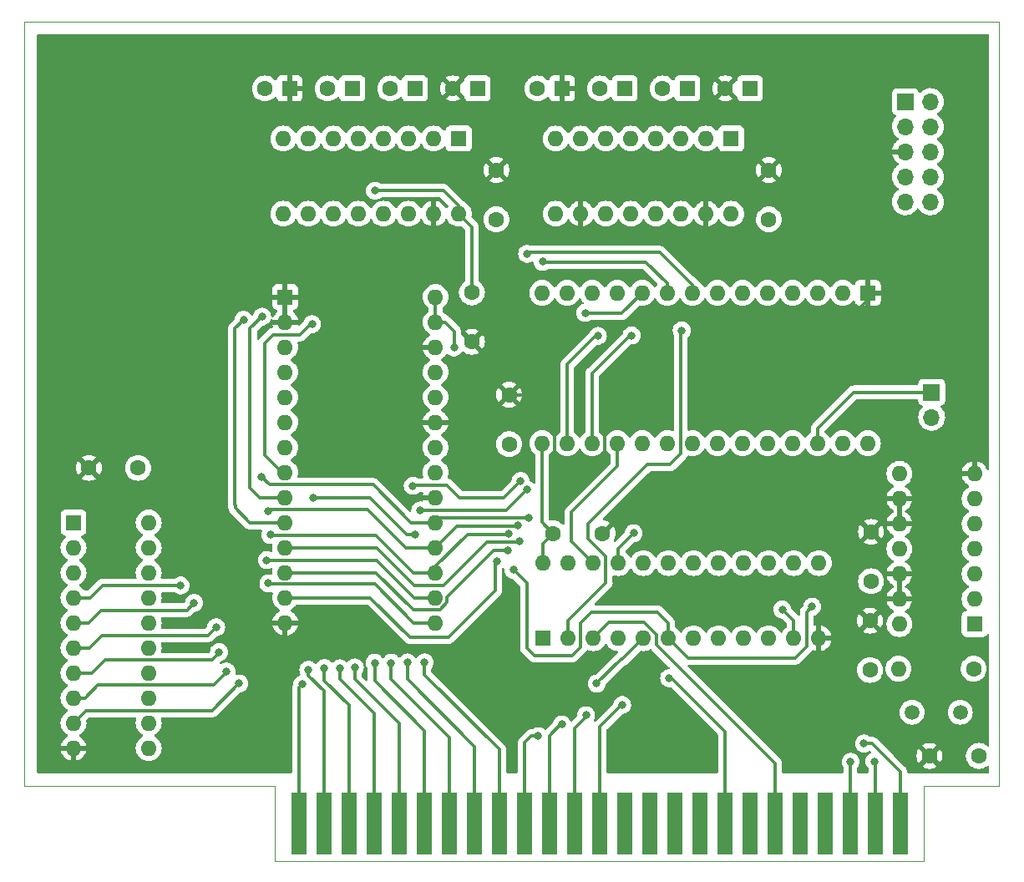
<source format=gbr>
%TF.GenerationSoftware,KiCad,Pcbnew,(6.0.2)*%
%TF.CreationDate,2022-07-06T23:21:18-05:00*%
%TF.ProjectId,ssc,7373632e-6b69-4636-9164-5f7063625858,rev?*%
%TF.SameCoordinates,Original*%
%TF.FileFunction,Copper,L1,Top*%
%TF.FilePolarity,Positive*%
%FSLAX46Y46*%
G04 Gerber Fmt 4.6, Leading zero omitted, Abs format (unit mm)*
G04 Created by KiCad (PCBNEW (6.0.2)) date 2022-07-06 23:21:18*
%MOMM*%
%LPD*%
G01*
G04 APERTURE LIST*
%TA.AperFunction,Profile*%
%ADD10C,0.050000*%
%TD*%
%TA.AperFunction,ComponentPad*%
%ADD11R,1.700000X1.700000*%
%TD*%
%TA.AperFunction,ComponentPad*%
%ADD12O,1.700000X1.700000*%
%TD*%
%TA.AperFunction,ComponentPad*%
%ADD13R,1.600000X1.600000*%
%TD*%
%TA.AperFunction,ComponentPad*%
%ADD14O,1.600000X1.600000*%
%TD*%
%TA.AperFunction,ComponentPad*%
%ADD15C,1.600000*%
%TD*%
%TA.AperFunction,SMDPad,CuDef*%
%ADD16R,1.524000X6.350000*%
%TD*%
%TA.AperFunction,ComponentPad*%
%ADD17C,1.500000*%
%TD*%
%TA.AperFunction,ViaPad*%
%ADD18C,0.800000*%
%TD*%
%TA.AperFunction,Conductor*%
%ADD19C,0.350000*%
%TD*%
G04 APERTURE END LIST*
D10*
X127000000Y-127000000D02*
X192786000Y-127000000D01*
X192786000Y-119380000D02*
X200406000Y-119380000D01*
X127000000Y-119380000D02*
X127000000Y-127000000D01*
X101600000Y-41910000D02*
X101600000Y-119380000D01*
X101600000Y-41910000D02*
X200406000Y-41910000D01*
X101600000Y-119380000D02*
X127000000Y-119380000D01*
X200406000Y-41910000D02*
X200406000Y-119380000D01*
X192786000Y-119380000D02*
X192786000Y-127000000D01*
D11*
%TO.P,J2,1,DCD*%
%TO.N,Net-(J2-Pad1)*%
X190881000Y-50038000D03*
D12*
%TO.P,J2,2,RxD*%
%TO.N,Net-(J2-Pad2)*%
X193421000Y-50038000D03*
%TO.P,J2,3,TxD*%
%TO.N,Net-(J2-Pad3)*%
X190881000Y-52578000D03*
%TO.P,J2,4,DTR*%
%TO.N,Net-(J2-Pad4)*%
X193421000Y-52578000D03*
%TO.P,J2,5,GND*%
%TO.N,GND*%
X190881000Y-55118000D03*
%TO.P,J2,6,DSR*%
%TO.N,Net-(J2-Pad6)*%
X193421000Y-55118000D03*
%TO.P,J2,7,RTS*%
%TO.N,Net-(J2-Pad7)*%
X190881000Y-57658000D03*
%TO.P,J2,8,CTS*%
%TO.N,Net-(J2-Pad8)*%
X193421000Y-57658000D03*
%TO.P,J2,9,RI*%
%TO.N,unconnected-(J2-Pad9)*%
X190881000Y-60198000D03*
%TO.P,J2,10*%
%TO.N,N/C*%
X193421000Y-60198000D03*
%TD*%
D13*
%TO.P,U1,1,A->B*%
%TO.N,R~{W}*%
X106553000Y-92710000D03*
D14*
%TO.P,U1,2,A0*%
%TO.N,D7*%
X106553000Y-95250000D03*
%TO.P,U1,3,A1*%
%TO.N,D6*%
X106553000Y-97790000D03*
%TO.P,U1,4,A2*%
%TO.N,D5*%
X106553000Y-100330000D03*
%TO.P,U1,5,A3*%
%TO.N,D4*%
X106553000Y-102870000D03*
%TO.P,U1,6,A4*%
%TO.N,D3*%
X106553000Y-105410000D03*
%TO.P,U1,7,A5*%
%TO.N,D2*%
X106553000Y-107950000D03*
%TO.P,U1,8,A6*%
%TO.N,D1*%
X106553000Y-110490000D03*
%TO.P,U1,9,A7*%
%TO.N,D0*%
X106553000Y-113030000D03*
%TO.P,U1,10,GND*%
%TO.N,GND*%
X106553000Y-115570000D03*
%TO.P,U1,11,B7*%
%TO.N,MD0*%
X114173000Y-115570000D03*
%TO.P,U1,12,B6*%
%TO.N,MD1*%
X114173000Y-113030000D03*
%TO.P,U1,13,B5*%
%TO.N,MD2*%
X114173000Y-110490000D03*
%TO.P,U1,14,B4*%
%TO.N,MD3*%
X114173000Y-107950000D03*
%TO.P,U1,15,B3*%
%TO.N,MD4*%
X114173000Y-105410000D03*
%TO.P,U1,16,B2*%
%TO.N,MD5*%
X114173000Y-102870000D03*
%TO.P,U1,17,B1*%
%TO.N,MD6*%
X114173000Y-100330000D03*
%TO.P,U1,18,B0*%
%TO.N,MD7*%
X114173000Y-97790000D03*
%TO.P,U1,19,CE*%
%TO.N,~{LATCHCE}*%
X114173000Y-95250000D03*
%TO.P,U1,20,VCC*%
%TO.N,+5V*%
X114173000Y-92710000D03*
%TD*%
D13*
%TO.P,U2,1,A14*%
%TO.N,GND*%
X128016000Y-69850000D03*
D14*
%TO.P,U2,2,A12*%
X128016000Y-72390000D03*
%TO.P,U2,3,A7*%
%TO.N,A7*%
X128016000Y-74930000D03*
%TO.P,U2,4,A6*%
%TO.N,A6*%
X128016000Y-77470000D03*
%TO.P,U2,5,A5*%
%TO.N,A5*%
X128016000Y-80010000D03*
%TO.P,U2,6,A4*%
%TO.N,A4*%
X128016000Y-82550000D03*
%TO.P,U2,7,A3*%
%TO.N,A3*%
X128016000Y-85090000D03*
%TO.P,U2,8,A2*%
%TO.N,A2*%
X128016000Y-87630000D03*
%TO.P,U2,9,A1*%
%TO.N,A1*%
X128016000Y-90170000D03*
%TO.P,U2,10,A0*%
%TO.N,A0*%
X128016000Y-92710000D03*
%TO.P,U2,11,D0*%
%TO.N,D0*%
X128016000Y-95250000D03*
%TO.P,U2,12,D1*%
%TO.N,D1*%
X128016000Y-97790000D03*
%TO.P,U2,13,D2*%
%TO.N,D2*%
X128016000Y-100330000D03*
%TO.P,U2,14,GND*%
%TO.N,GND*%
X128016000Y-102870000D03*
%TO.P,U2,15,D3*%
%TO.N,D3*%
X143256000Y-102870000D03*
%TO.P,U2,16,D4*%
%TO.N,D4*%
X143256000Y-100330000D03*
%TO.P,U2,17,D5*%
%TO.N,D5*%
X143256000Y-97790000D03*
%TO.P,U2,18,D6*%
%TO.N,D6*%
X143256000Y-95250000D03*
%TO.P,U2,19,D7*%
%TO.N,D7*%
X143256000Y-92710000D03*
%TO.P,U2,20,~{CS}*%
%TO.N,GND*%
X143256000Y-90170000D03*
%TO.P,U2,21,A10*%
%TO.N,ROMA10*%
X143256000Y-87630000D03*
%TO.P,U2,22,~{OE}*%
%TO.N,~{ROMOE}*%
X143256000Y-85090000D03*
%TO.P,U2,23,A11*%
%TO.N,GND*%
X143256000Y-82550000D03*
%TO.P,U2,24,A9*%
%TO.N,ROMA9*%
X143256000Y-80010000D03*
%TO.P,U2,25,A8*%
%TO.N,ROMA8*%
X143256000Y-77470000D03*
%TO.P,U2,26,A13*%
%TO.N,GND*%
X143256000Y-74930000D03*
%TO.P,U2,27,~{WE}*%
%TO.N,+5V*%
X143256000Y-72390000D03*
%TO.P,U2,28,VCC*%
X143256000Y-69850000D03*
%TD*%
D13*
%TO.P,U7,1,C1+*%
%TO.N,Net-(C10-Pad1)*%
X173228000Y-53784500D03*
D14*
%TO.P,U7,2,VS+*%
%TO.N,Net-(C16-Pad1)*%
X170688000Y-53784500D03*
%TO.P,U7,3,C1-*%
%TO.N,Net-(C10-Pad2)*%
X168148000Y-53784500D03*
%TO.P,U7,4,C2+*%
%TO.N,Net-(C12-Pad1)*%
X165608000Y-53784500D03*
%TO.P,U7,5,C2-*%
%TO.N,Net-(C12-Pad2)*%
X163068000Y-53784500D03*
%TO.P,U7,6,VS-*%
%TO.N,Net-(C14-Pad2)*%
X160528000Y-53784500D03*
%TO.P,U7,7,T2OUT*%
%TO.N,unconnected-(U7-Pad7)*%
X157988000Y-53784500D03*
%TO.P,U7,8,R2IN*%
%TO.N,Net-(J2-Pad1)*%
X155448000Y-53784500D03*
%TO.P,U7,9,R2OUT*%
%TO.N,Net-(U5-Pad16)*%
X155448000Y-61404500D03*
%TO.P,U7,10,T2IN*%
%TO.N,GND*%
X157988000Y-61404500D03*
%TO.P,U7,11,T1IN*%
%TO.N,Net-(U5-Pad11)*%
X160528000Y-61404500D03*
%TO.P,U7,12,R1OUT*%
%TO.N,Net-(U5-Pad17)*%
X163068000Y-61404500D03*
%TO.P,U7,13,R1IN*%
%TO.N,Net-(J2-Pad6)*%
X165608000Y-61404500D03*
%TO.P,U7,14,T1OUT*%
%TO.N,Net-(J2-Pad4)*%
X168148000Y-61404500D03*
%TO.P,U7,15,GND*%
%TO.N,GND*%
X170688000Y-61404500D03*
%TO.P,U7,16,VCC*%
%TO.N,+5V*%
X173228000Y-61404500D03*
%TD*%
D15*
%TO.P,C2,1*%
%TO.N,+5V*%
X146940000Y-69380000D03*
%TO.P,C2,2*%
%TO.N,GND*%
X146940000Y-74380000D03*
%TD*%
%TO.P,C3,1*%
%TO.N,+5V*%
X150710000Y-84770000D03*
%TO.P,C3,2*%
%TO.N,GND*%
X150710000Y-79770000D03*
%TD*%
%TO.P,C4,2*%
%TO.N,GND*%
X160180000Y-93820000D03*
%TO.P,C4,1*%
%TO.N,+5V*%
X155180000Y-93820000D03*
%TD*%
%TO.P,C5,1*%
%TO.N,+5V*%
X187400000Y-98660000D03*
%TO.P,C5,2*%
%TO.N,GND*%
X187400000Y-93660000D03*
%TD*%
%TO.P,C7,1*%
%TO.N,+5V*%
X177038000Y-61976000D03*
%TO.P,C7,2*%
%TO.N,GND*%
X177038000Y-56976000D03*
%TD*%
D13*
%TO.P,C12,1*%
%TO.N,Net-(C12-Pad1)*%
X162433000Y-48704500D03*
D15*
%TO.P,C12,2*%
%TO.N,Net-(C12-Pad2)*%
X159933000Y-48704500D03*
%TD*%
D13*
%TO.P,C13,1*%
%TO.N,GND*%
X128460500Y-48704500D03*
D15*
%TO.P,C13,2*%
%TO.N,Net-(C13-Pad2)*%
X125960500Y-48704500D03*
%TD*%
D13*
%TO.P,C16,1*%
%TO.N,Net-(C16-Pad1)*%
X175133000Y-48704500D03*
D15*
%TO.P,C16,2*%
%TO.N,GND*%
X172633000Y-48704500D03*
%TD*%
D13*
%TO.P,C14,1*%
%TO.N,GND*%
X156083000Y-48704500D03*
D15*
%TO.P,C14,2*%
%TO.N,Net-(C14-Pad2)*%
X153583000Y-48704500D03*
%TD*%
D13*
%TO.P,U5,1,VSS*%
%TO.N,GND*%
X187080000Y-69430000D03*
D14*
%TO.P,U5,2,CS1*%
%TO.N,A3*%
X184540000Y-69430000D03*
%TO.P,U5,3,~{CS2}*%
%TO.N,A2*%
X182000000Y-69430000D03*
%TO.P,U5,4,~{RES}*%
%TO.N,~{RES}*%
X179460000Y-69430000D03*
%TO.P,U5,5,RxC*%
%TO.N,unconnected-(U5-Pad5)*%
X176920000Y-69430000D03*
%TO.P,U5,6,XTAL1*%
%TO.N,SERCLK*%
X174380000Y-69430000D03*
%TO.P,U5,7,XTAL2*%
%TO.N,unconnected-(U5-Pad7)*%
X171840000Y-69430000D03*
%TO.P,U5,8,~{RTS}*%
%TO.N,Net-(U5-Pad8)*%
X169300000Y-69430000D03*
%TO.P,U5,9,~{CTS}*%
%TO.N,Net-(U4-Pad2)*%
X166760000Y-69430000D03*
%TO.P,U5,10,TxD*%
%TO.N,Net-(U5-Pad10)*%
X164220000Y-69430000D03*
%TO.P,U5,11,~{DTR}*%
%TO.N,Net-(U5-Pad11)*%
X161680000Y-69430000D03*
%TO.P,U5,12,RxD*%
%TO.N,Net-(U5-Pad12)*%
X159140000Y-69430000D03*
%TO.P,U5,13,RS0*%
%TO.N,A0*%
X156600000Y-69430000D03*
%TO.P,U5,14,RS1*%
%TO.N,A1*%
X154060000Y-69430000D03*
%TO.P,U5,15,VCC*%
%TO.N,+5V*%
X154060000Y-84670000D03*
%TO.P,U5,16,~{DCD}*%
%TO.N,Net-(U5-Pad16)*%
X156600000Y-84670000D03*
%TO.P,U5,17,~{DSR}*%
%TO.N,Net-(U5-Pad17)*%
X159140000Y-84670000D03*
%TO.P,U5,18,D0*%
%TO.N,D0*%
X161680000Y-84670000D03*
%TO.P,U5,19,D1*%
%TO.N,D1*%
X164220000Y-84670000D03*
%TO.P,U5,20,D2*%
%TO.N,D2*%
X166760000Y-84670000D03*
%TO.P,U5,21,D3*%
%TO.N,D3*%
X169300000Y-84670000D03*
%TO.P,U5,22,D4*%
%TO.N,D4*%
X171840000Y-84670000D03*
%TO.P,U5,23,D5*%
%TO.N,D5*%
X174380000Y-84670000D03*
%TO.P,U5,24,D6*%
%TO.N,D6*%
X176920000Y-84670000D03*
%TO.P,U5,25,D7*%
%TO.N,D7*%
X179460000Y-84670000D03*
%TO.P,U5,26,~{IRQ}*%
%TO.N,Net-(J1-Pad1)*%
X182000000Y-84670000D03*
%TO.P,U5,27,\u03D52*%
%TO.N,PHI2*%
X184540000Y-84670000D03*
%TO.P,U5,28,R/~{W}*%
%TO.N,R~{W}*%
X187080000Y-84670000D03*
%TD*%
D15*
%TO.P,C1,1*%
%TO.N,+5V*%
X113100000Y-87170000D03*
%TO.P,C1,2*%
%TO.N,GND*%
X108100000Y-87170000D03*
%TD*%
D13*
%TO.P,C9,1*%
%TO.N,Net-(C9-Pad1)*%
X141160500Y-48704500D03*
D15*
%TO.P,C9,2*%
%TO.N,Net-(C9-Pad2)*%
X138660500Y-48704500D03*
%TD*%
D13*
%TO.P,U6,1,C1+*%
%TO.N,Net-(C9-Pad1)*%
X145605500Y-53784500D03*
D14*
%TO.P,U6,2,VS+*%
%TO.N,Net-(C15-Pad1)*%
X143065500Y-53784500D03*
%TO.P,U6,3,C1-*%
%TO.N,Net-(C9-Pad2)*%
X140525500Y-53784500D03*
%TO.P,U6,4,C2+*%
%TO.N,Net-(C11-Pad1)*%
X137985500Y-53784500D03*
%TO.P,U6,5,C2-*%
%TO.N,Net-(C11-Pad2)*%
X135445500Y-53784500D03*
%TO.P,U6,6,VS-*%
%TO.N,Net-(C13-Pad2)*%
X132905500Y-53784500D03*
%TO.P,U6,7,T2OUT*%
%TO.N,Net-(J2-Pad7)*%
X130365500Y-53784500D03*
%TO.P,U6,8,R2IN*%
%TO.N,Net-(J2-Pad8)*%
X127825500Y-53784500D03*
%TO.P,U6,9,R2OUT*%
%TO.N,Net-(U4-Pad2)*%
X127825500Y-61404500D03*
%TO.P,U6,10,T2IN*%
%TO.N,Net-(U5-Pad8)*%
X130365500Y-61404500D03*
%TO.P,U6,11,T1IN*%
%TO.N,Net-(U5-Pad10)*%
X132905500Y-61404500D03*
%TO.P,U6,12,R1OUT*%
%TO.N,Net-(U5-Pad12)*%
X135445500Y-61404500D03*
%TO.P,U6,13,R1IN*%
%TO.N,Net-(J2-Pad2)*%
X137985500Y-61404500D03*
%TO.P,U6,14,T1OUT*%
%TO.N,Net-(J2-Pad3)*%
X140525500Y-61404500D03*
%TO.P,U6,15,GND*%
%TO.N,GND*%
X143065500Y-61404500D03*
%TO.P,U6,16,VCC*%
%TO.N,+5V*%
X145605500Y-61404500D03*
%TD*%
D15*
%TO.P,C6,1*%
%TO.N,+5V*%
X149415500Y-61976000D03*
%TO.P,C6,2*%
%TO.N,GND*%
X149415500Y-56976000D03*
%TD*%
D13*
%TO.P,C15,1*%
%TO.N,Net-(C15-Pad1)*%
X147510500Y-48704500D03*
D15*
%TO.P,C15,2*%
%TO.N,GND*%
X145010500Y-48704500D03*
%TD*%
D13*
%TO.P,C11,1*%
%TO.N,Net-(C11-Pad1)*%
X134810500Y-48704500D03*
D15*
%TO.P,C11,2*%
%TO.N,Net-(C11-Pad2)*%
X132310500Y-48704500D03*
%TD*%
D13*
%TO.P,C10,1*%
%TO.N,Net-(C10-Pad1)*%
X168783000Y-48704500D03*
D15*
%TO.P,C10,2*%
%TO.N,Net-(C10-Pad2)*%
X166283000Y-48704500D03*
%TD*%
D16*
%TO.P,P1,1,~{IOSEL}*%
%TO.N,~{IOSEL}*%
X129413000Y-123190000D03*
%TO.P,P1,2,A0*%
%TO.N,A0*%
X131953000Y-123190000D03*
%TO.P,P1,3,A1*%
%TO.N,A1*%
X134493000Y-123190000D03*
%TO.P,P1,4,A2*%
%TO.N,A2*%
X137033000Y-123190000D03*
%TO.P,P1,5,A3*%
%TO.N,A3*%
X139573000Y-123190000D03*
%TO.P,P1,6,A4*%
%TO.N,A4*%
X142113000Y-123190000D03*
%TO.P,P1,7,A5*%
%TO.N,A5*%
X144653000Y-123190000D03*
%TO.P,P1,8,A6*%
%TO.N,A6*%
X147193000Y-123190000D03*
%TO.P,P1,9,A7*%
%TO.N,A7*%
X149733000Y-123190000D03*
%TO.P,P1,10,A8*%
%TO.N,A8*%
X152273000Y-123190000D03*
%TO.P,P1,11,A9*%
%TO.N,A9*%
X154813000Y-123190000D03*
%TO.P,P1,12,A10*%
%TO.N,A10*%
X157353000Y-123190000D03*
%TO.P,P1,13,A11*%
%TO.N,A11*%
X159893000Y-123190000D03*
%TO.P,P1,14,A12*%
%TO.N,unconnected-(P1-Pad14)*%
X162433000Y-123190000D03*
%TO.P,P1,15,A13*%
%TO.N,unconnected-(P1-Pad15)*%
X164973000Y-123190000D03*
%TO.P,P1,16,A14*%
%TO.N,unconnected-(P1-Pad16)*%
X167513000Y-123190000D03*
%TO.P,P1,17,A15*%
%TO.N,unconnected-(P1-Pad17)*%
X170053000Y-123190000D03*
%TO.P,P1,18,R/~{W}*%
%TO.N,R~{W}*%
X172593000Y-123190000D03*
%TO.P,P1,19,SYNC*%
%TO.N,unconnected-(P1-Pad19)*%
X175133000Y-123190000D03*
%TO.P,P1,20,~{IOSTRB}*%
%TO.N,~{IOSTRB}*%
X177673000Y-123190000D03*
%TO.P,P1,21,~{RDY}*%
%TO.N,unconnected-(P1-Pad21)*%
X180213000Y-123190000D03*
%TO.P,P1,22,~{DMA}*%
%TO.N,unconnected-(P1-Pad22)*%
X182753000Y-123190000D03*
%TO.P,P1,23,~{INTOUT}*%
%TO.N,Net-(P1-Pad23)*%
X185293000Y-123190000D03*
%TO.P,P1,24,~{DMAOUT}*%
%TO.N,Net-(P1-Pad24)*%
X187833000Y-123190000D03*
%TO.P,P1,25,+5V*%
%TO.N,+5V*%
X190373000Y-123190000D03*
%TD*%
D13*
%TO.P,U4,1,~{RES}*%
%TO.N,~{RES}*%
X154165000Y-104440000D03*
D14*
%TO.P,U4,2,CTS*%
%TO.N,Net-(U4-Pad2)*%
X156705000Y-104440000D03*
%TO.P,U4,3,~{IOSTRB}*%
%TO.N,~{IOSTRB}*%
X159245000Y-104440000D03*
%TO.P,U4,4,~{DEVSEL}*%
%TO.N,~{DEVSEL}*%
X161785000Y-104440000D03*
%TO.P,U4,5,~{IOSEL}*%
%TO.N,~{IOSEL}*%
X164325000Y-104440000D03*
%TO.P,U4,6,R~{W}*%
%TO.N,R~{W}*%
X166865000Y-104440000D03*
%TO.P,U4,7,A11*%
%TO.N,A11*%
X169405000Y-104440000D03*
%TO.P,U4,8,A10*%
%TO.N,A10*%
X171945000Y-104440000D03*
%TO.P,U4,9,A9*%
%TO.N,A9*%
X174485000Y-104440000D03*
%TO.P,U4,10,A8*%
%TO.N,A8*%
X177025000Y-104440000D03*
%TO.P,U4,11,A3*%
%TO.N,A3*%
X179565000Y-104440000D03*
%TO.P,U4,12,GND*%
%TO.N,GND*%
X182105000Y-104440000D03*
%TO.P,U4,13*%
%TO.N,N/C*%
X182105000Y-96820000D03*
%TO.P,U4,14*%
X179565000Y-96820000D03*
%TO.P,U4,15*%
X177025000Y-96820000D03*
%TO.P,U4,16,~{LATCHCE}*%
%TO.N,~{LATCHCE}*%
X174485000Y-96820000D03*
%TO.P,U4,17,ROMA8*%
%TO.N,ROMA8*%
X171945000Y-96820000D03*
%TO.P,U4,18,ROMA9*%
%TO.N,ROMA9*%
X169405000Y-96820000D03*
%TO.P,U4,19,ROMA10*%
%TO.N,ROMA10*%
X166865000Y-96820000D03*
%TO.P,U4,20,~{ROMOE}*%
%TO.N,~{ROMOE}*%
X164325000Y-96820000D03*
%TO.P,U4,21,PHI2*%
%TO.N,PHI2*%
X161785000Y-96820000D03*
%TO.P,U4,22,D0*%
%TO.N,D0*%
X159245000Y-96820000D03*
%TO.P,U4,23*%
%TO.N,N/C*%
X156705000Y-96820000D03*
%TO.P,U4,24,VCC*%
%TO.N,+5V*%
X154165000Y-96820000D03*
%TD*%
D11*
%TO.P,J1,1,Pin_1*%
%TO.N,Net-(J1-Pad1)*%
X193548000Y-79502000D03*
D12*
%TO.P,J1,2,Pin_2*%
%TO.N,~{IRQ}*%
X193548000Y-82042000D03*
%TD*%
D13*
%TO.P,U3,1*%
%TO.N,Net-(R1-Pad1)*%
X197900000Y-103000000D03*
D14*
%TO.P,U3,2*%
X197900000Y-100460000D03*
%TO.P,U3,3*%
%TO.N,Net-(R1-Pad2)*%
X197900000Y-97920000D03*
%TO.P,U3,4*%
X197900000Y-95380000D03*
%TO.P,U3,5*%
X197900000Y-92840000D03*
%TO.P,U3,6*%
%TO.N,SERCLK*%
X197900000Y-90300000D03*
%TO.P,U3,7,GND*%
%TO.N,GND*%
X197900000Y-87760000D03*
%TO.P,U3,8*%
%TO.N,unconnected-(U3-Pad8)*%
X190280000Y-87760000D03*
%TO.P,U3,9*%
%TO.N,GND*%
X190280000Y-90300000D03*
%TO.P,U3,10*%
X190280000Y-92840000D03*
%TO.P,U3,11*%
%TO.N,unconnected-(U3-Pad11)*%
X190280000Y-95380000D03*
%TO.P,U3,12*%
%TO.N,GND*%
X190280000Y-97920000D03*
%TO.P,U3,13*%
X190280000Y-100460000D03*
%TO.P,U3,14,VCC*%
%TO.N,+5V*%
X190280000Y-103000000D03*
%TD*%
D15*
%TO.P,C17,1*%
%TO.N,Net-(R1-Pad2)*%
X187300000Y-107660000D03*
%TO.P,C17,2*%
%TO.N,GND*%
X187300000Y-102660000D03*
%TD*%
D17*
%TO.P,Y1,1,1*%
%TO.N,Net-(R1-Pad1)*%
X196440000Y-111940000D03*
%TO.P,Y1,2,2*%
%TO.N,Net-(R1-Pad2)*%
X191560000Y-111940000D03*
%TD*%
D15*
%TO.P,R1,1*%
%TO.N,Net-(R1-Pad1)*%
X197800000Y-107530000D03*
D14*
%TO.P,R1,2*%
%TO.N,Net-(R1-Pad2)*%
X190180000Y-107530000D03*
%TD*%
D15*
%TO.P,C8,1*%
%TO.N,Net-(R1-Pad1)*%
X198330000Y-116370000D03*
%TO.P,C8,2*%
%TO.N,GND*%
X193330000Y-116370000D03*
%TD*%
D18*
%TO.N,+5V*%
X186690000Y-115110000D03*
X145130000Y-74960000D03*
X137120000Y-59070000D03*
%TO.N,GND*%
X190246000Y-116078000D03*
%TO.N,Net-(P1-Pad24)*%
X187750000Y-116920000D03*
%TO.N,Net-(P1-Pad23)*%
X185330000Y-116980000D03*
%TO.N,R~{W}*%
X151150000Y-97510000D03*
X166930000Y-108480000D03*
X181420000Y-101250000D03*
%TO.N,A11*%
X162170000Y-111200000D03*
%TO.N,A10*%
X158510000Y-112250000D03*
%TO.N,A9*%
X156060000Y-113190000D03*
%TO.N,A8*%
X153660000Y-114370000D03*
%TO.N,A7*%
X142140000Y-106900000D03*
%TO.N,A6*%
X140400000Y-106890000D03*
%TO.N,A5*%
X138760000Y-106930000D03*
%TO.N,A4*%
X137080000Y-106930000D03*
%TO.N,A3*%
X135070000Y-107410000D03*
X178400000Y-101530000D03*
%TO.N,A2*%
X133540000Y-107490000D03*
X130740000Y-72600000D03*
%TO.N,A1*%
X125680000Y-71840000D03*
X131990000Y-107460000D03*
%TO.N,A0*%
X123800000Y-72160000D03*
X130360000Y-107630000D03*
%TO.N,~{IOSEL}*%
X129750000Y-109090000D03*
X159590000Y-109040000D03*
%TO.N,D0*%
X151780000Y-94620000D03*
X123350000Y-109030000D03*
%TO.N,D1*%
X122050000Y-107800000D03*
X150550000Y-95580000D03*
%TO.N,D2*%
X149510000Y-96600000D03*
X121300000Y-105850000D03*
%TO.N,D3*%
X140950000Y-89000000D03*
X121020000Y-103320000D03*
X126310000Y-98880000D03*
X151880000Y-88500000D03*
%TO.N,D4*%
X118770000Y-100860000D03*
X126150000Y-96520000D03*
X141700000Y-91490000D03*
X152500000Y-89380000D03*
%TO.N,D5*%
X126510000Y-93970000D03*
X150690000Y-93844500D03*
X117410000Y-99090000D03*
%TO.N,D6*%
X126250000Y-91520000D03*
X151620000Y-92994500D03*
%TO.N,D7*%
X125590000Y-88070000D03*
X152700000Y-92210000D03*
%TO.N,~{LATCHCE}*%
X141190000Y-93920000D03*
X130890000Y-90190000D03*
%TO.N,Net-(U4-Pad2)*%
X154100000Y-66270000D03*
X168200000Y-73240000D03*
%TO.N,Net-(U5-Pad10)*%
X158420000Y-71460000D03*
%TO.N,Net-(U5-Pad8)*%
X152540000Y-65470000D03*
%TO.N,Net-(U5-Pad17)*%
X163120000Y-73750000D03*
%TO.N,Net-(U5-Pad16)*%
X159710000Y-73790000D03*
%TO.N,PHI2*%
X163330000Y-93790000D03*
%TD*%
D19*
%TO.N,Net-(U4-Pad2)*%
X168125489Y-73314511D02*
X168200000Y-73240000D01*
X168125489Y-85724511D02*
X168125489Y-73314511D01*
X158750000Y-92810000D02*
X164720000Y-86840000D01*
X158750000Y-94360000D02*
X158750000Y-92810000D01*
X164720000Y-86840000D02*
X167010000Y-86840000D01*
X160520000Y-98840000D02*
X160520000Y-96130000D01*
X156705000Y-102655000D02*
X160520000Y-98840000D01*
X156705000Y-104440000D02*
X156705000Y-102655000D01*
X160520000Y-96130000D02*
X158750000Y-94360000D01*
X167010000Y-86840000D02*
X168125489Y-85724511D01*
%TO.N,+5V*%
X154060000Y-84670000D02*
X154060000Y-92700000D01*
X154060000Y-92700000D02*
X155180000Y-93820000D01*
X155180000Y-93820000D02*
X154165000Y-94835000D01*
X154165000Y-94835000D02*
X154165000Y-96820000D01*
%TO.N,D0*%
X157030000Y-91650000D02*
X161680000Y-87000000D01*
X161680000Y-87000000D02*
X161680000Y-84670000D01*
X157030000Y-94605000D02*
X157030000Y-91650000D01*
X159245000Y-96820000D02*
X157030000Y-94605000D01*
%TO.N,D4*%
X150390000Y-91490000D02*
X141700000Y-91490000D01*
X152500000Y-89380000D02*
X150390000Y-91490000D01*
%TO.N,PHI2*%
X161785000Y-95335000D02*
X161785000Y-96820000D01*
X163330000Y-93790000D02*
X161785000Y-95335000D01*
%TO.N,R~{W}*%
X152500000Y-98860000D02*
X151150000Y-97510000D01*
X157140000Y-106200000D02*
X153260000Y-106200000D01*
X166865000Y-104440000D02*
X166865000Y-102945000D01*
X153260000Y-106200000D02*
X152500000Y-105440000D01*
X152500000Y-105440000D02*
X152500000Y-98860000D01*
X159020000Y-101800000D02*
X157940000Y-102880000D01*
X165720000Y-101800000D02*
X159020000Y-101800000D01*
X166865000Y-102945000D02*
X165720000Y-101800000D01*
X157940000Y-102880000D02*
X157940000Y-105400000D01*
X157940000Y-105400000D02*
X157140000Y-106200000D01*
%TO.N,D2*%
X144550000Y-104340000D02*
X149290000Y-99600000D01*
X128016000Y-100330000D02*
X136630000Y-100330000D01*
X136630000Y-100330000D02*
X140640000Y-104340000D01*
X140640000Y-104340000D02*
X144550000Y-104340000D01*
X149290000Y-99600000D02*
X149290000Y-96820000D01*
X149290000Y-96820000D02*
X149510000Y-96600000D01*
%TO.N,D1*%
X150550000Y-95580000D02*
X149100000Y-95580000D01*
X144430511Y-100249489D02*
X144430511Y-100816499D01*
X149100000Y-95580000D02*
X144430511Y-100249489D01*
X137220000Y-97790000D02*
X128016000Y-97790000D01*
X144430511Y-100816499D02*
X143687010Y-101560000D01*
X143687010Y-101560000D02*
X140990000Y-101560000D01*
X140990000Y-101560000D02*
X137220000Y-97790000D01*
%TO.N,D0*%
X148450000Y-94710000D02*
X144100000Y-99060000D01*
X151780000Y-94620000D02*
X151690000Y-94710000D01*
X144100000Y-99060000D02*
X141110000Y-99060000D01*
X151690000Y-94710000D02*
X148450000Y-94710000D01*
X141110000Y-99060000D02*
X137300000Y-95250000D01*
X137300000Y-95250000D02*
X128016000Y-95250000D01*
%TO.N,D6*%
X145436000Y-93070000D02*
X143256000Y-95250000D01*
X151620000Y-92994500D02*
X151544500Y-93070000D01*
X151544500Y-93070000D02*
X145436000Y-93070000D01*
%TO.N,+5V*%
X190373000Y-117983000D02*
X190373000Y-123190000D01*
X145130000Y-74960000D02*
X145130000Y-73320000D01*
X137120000Y-59070000D02*
X144060000Y-59070000D01*
X186690000Y-115110000D02*
X187500000Y-115110000D01*
X145130000Y-73320000D02*
X144200000Y-72390000D01*
X144200000Y-72390000D02*
X143256000Y-72390000D01*
X143256000Y-69850000D02*
X143256000Y-72390000D01*
X146940000Y-69380000D02*
X146940000Y-62739000D01*
X145605500Y-60615500D02*
X145605500Y-61404500D01*
X146940000Y-62739000D02*
X145605500Y-61404500D01*
X187500000Y-115110000D02*
X190373000Y-117983000D01*
X144060000Y-59070000D02*
X145605500Y-60615500D01*
%TO.N,GND*%
X158860000Y-87140000D02*
X160420000Y-85580000D01*
X187080000Y-70130000D02*
X187080000Y-69430000D01*
X155340000Y-82410000D02*
X155340000Y-85510000D01*
X187770000Y-113960000D02*
X185250000Y-113960000D01*
X155340000Y-85510000D02*
X156970000Y-87140000D01*
X150710000Y-79770000D02*
X152700000Y-79770000D01*
X185720000Y-71490000D02*
X187080000Y-70130000D01*
X185250000Y-113960000D02*
X182105000Y-110815000D01*
X166460000Y-71490000D02*
X185720000Y-71490000D01*
X165790000Y-77900000D02*
X165790000Y-72160000D01*
X190246000Y-116078000D02*
X189888000Y-116078000D01*
X156970000Y-87140000D02*
X158860000Y-87140000D01*
X189888000Y-116078000D02*
X187770000Y-113960000D01*
X152700000Y-79770000D02*
X155340000Y-82410000D01*
X160420000Y-85580000D02*
X160420000Y-83270000D01*
X165790000Y-72160000D02*
X166460000Y-71490000D01*
X182105000Y-110815000D02*
X182105000Y-104440000D01*
X160420000Y-83270000D02*
X165790000Y-77900000D01*
%TO.N,Net-(J1-Pad1)*%
X185658000Y-79502000D02*
X193548000Y-79502000D01*
X182000000Y-83160000D02*
X185658000Y-79502000D01*
X182000000Y-84670000D02*
X182000000Y-83160000D01*
%TO.N,Net-(P1-Pad24)*%
X187833000Y-117003000D02*
X187833000Y-123190000D01*
X187750000Y-116920000D02*
X187833000Y-117003000D01*
%TO.N,Net-(P1-Pad23)*%
X185330000Y-116980000D02*
X185293000Y-117017000D01*
X185293000Y-117017000D02*
X185293000Y-123190000D01*
%TO.N,~{IOSTRB}*%
X164396010Y-102850000D02*
X165620000Y-104073990D01*
X160835000Y-102850000D02*
X164396010Y-102850000D01*
X159245000Y-104440000D02*
X160835000Y-102850000D01*
X165620000Y-105070000D02*
X177673000Y-117123000D01*
X165620000Y-104073990D02*
X165620000Y-105070000D01*
X177673000Y-117123000D02*
X177673000Y-123190000D01*
%TO.N,R~{W}*%
X180860000Y-105310000D02*
X179740000Y-106430000D01*
X168855000Y-106430000D02*
X166865000Y-104440000D01*
X167160000Y-108480000D02*
X172593000Y-113913000D01*
X166930000Y-108480000D02*
X167160000Y-108480000D01*
X179740000Y-106430000D02*
X168855000Y-106430000D01*
X181420000Y-101250000D02*
X180860000Y-101810000D01*
X172593000Y-113913000D02*
X172593000Y-123190000D01*
X180860000Y-101810000D02*
X180860000Y-105310000D01*
%TO.N,A11*%
X162120000Y-111200000D02*
X159893000Y-113427000D01*
X159893000Y-113427000D02*
X159893000Y-123190000D01*
X162170000Y-111200000D02*
X162120000Y-111200000D01*
%TO.N,A10*%
X158510000Y-112250000D02*
X158510000Y-112410000D01*
X158510000Y-112410000D02*
X157353000Y-113567000D01*
X157353000Y-113567000D02*
X157353000Y-123190000D01*
%TO.N,A9*%
X154813000Y-114317000D02*
X154813000Y-123190000D01*
X155940000Y-113190000D02*
X154813000Y-114317000D01*
X156060000Y-113190000D02*
X155940000Y-113190000D01*
%TO.N,A8*%
X153660000Y-114370000D02*
X152960000Y-114370000D01*
X152960000Y-114370000D02*
X152273000Y-115057000D01*
X152273000Y-115057000D02*
X152273000Y-123190000D01*
%TO.N,A7*%
X142140000Y-108140000D02*
X149733000Y-115733000D01*
X142140000Y-106900000D02*
X142140000Y-108140000D01*
X149733000Y-115733000D02*
X149733000Y-123190000D01*
%TO.N,A6*%
X147225000Y-115425000D02*
X147225000Y-123158000D01*
X147225000Y-123158000D02*
X147193000Y-123190000D01*
X140400000Y-108600000D02*
X147225000Y-115425000D01*
X140400000Y-106890000D02*
X140400000Y-108600000D01*
%TO.N,A5*%
X138760000Y-108610000D02*
X144653000Y-114503000D01*
X144653000Y-114503000D02*
X144653000Y-123190000D01*
X138760000Y-106930000D02*
X138760000Y-108610000D01*
%TO.N,A4*%
X142113000Y-113813000D02*
X142113000Y-123190000D01*
X137080000Y-108780000D02*
X142113000Y-113813000D01*
X137080000Y-106930000D02*
X137080000Y-108780000D01*
%TO.N,A3*%
X179565000Y-104440000D02*
X179565000Y-102695000D01*
X179565000Y-102695000D02*
X178400000Y-101530000D01*
X139573000Y-113073000D02*
X139573000Y-123190000D01*
X135070000Y-107410000D02*
X135070000Y-108570000D01*
X135070000Y-108570000D02*
X139573000Y-113073000D01*
%TO.N,A2*%
X130590000Y-72600000D02*
X129530000Y-73660000D01*
X137033000Y-112033000D02*
X137033000Y-123190000D01*
X133540000Y-107490000D02*
X133540000Y-108540000D01*
X129530000Y-73660000D02*
X126790000Y-73660000D01*
X130740000Y-72600000D02*
X130590000Y-72600000D01*
X127690000Y-87630000D02*
X128016000Y-87630000D01*
X126790000Y-73660000D02*
X125930000Y-74520000D01*
X125930000Y-85870000D02*
X127690000Y-87630000D01*
X133540000Y-108540000D02*
X137033000Y-112033000D01*
X125930000Y-74520000D02*
X125930000Y-85870000D01*
%TO.N,A1*%
X124460000Y-73060000D02*
X124460000Y-89210000D01*
X125420000Y-90170000D02*
X128016000Y-90170000D01*
X134493000Y-111243000D02*
X134493000Y-123190000D01*
X131990000Y-108740000D02*
X134493000Y-111243000D01*
X125680000Y-71840000D02*
X124460000Y-73060000D01*
X131990000Y-107460000D02*
X131990000Y-108740000D01*
X124460000Y-89210000D02*
X125420000Y-90170000D01*
%TO.N,A0*%
X122940000Y-91240000D02*
X122940000Y-90940000D01*
X128016000Y-92710000D02*
X124410000Y-92710000D01*
X130360000Y-107630000D02*
X130360000Y-108205325D01*
X131953000Y-109798325D02*
X131953000Y-123190000D01*
X122920000Y-73040000D02*
X123800000Y-72160000D01*
X122940000Y-90940000D02*
X122920000Y-90920000D01*
X124410000Y-92710000D02*
X122940000Y-91240000D01*
X130360000Y-108205325D02*
X131953000Y-109798325D01*
X122920000Y-90920000D02*
X122920000Y-73040000D01*
%TO.N,~{IOSEL}*%
X162080000Y-106550000D02*
X162215000Y-106550000D01*
X159590000Y-109040000D02*
X162080000Y-106550000D01*
X129750000Y-109090000D02*
X129413000Y-109427000D01*
X129413000Y-109427000D02*
X129413000Y-123190000D01*
X162215000Y-106550000D02*
X164325000Y-104440000D01*
%TO.N,D0*%
X107813000Y-111770000D02*
X120610000Y-111770000D01*
X106553000Y-113030000D02*
X107813000Y-111770000D01*
X120610000Y-111770000D02*
X123350000Y-109030000D01*
%TO.N,D1*%
X122050000Y-107880000D02*
X120740000Y-109190000D01*
X120740000Y-109190000D02*
X109000000Y-109190000D01*
X107700000Y-110490000D02*
X106553000Y-110490000D01*
X109000000Y-109190000D02*
X107700000Y-110490000D01*
X122050000Y-107800000D02*
X122050000Y-107880000D01*
%TO.N,D2*%
X121300000Y-105970000D02*
X120620000Y-106650000D01*
X120620000Y-106650000D02*
X109730000Y-106650000D01*
X108430000Y-107950000D02*
X106553000Y-107950000D01*
X109730000Y-106650000D02*
X108430000Y-107950000D01*
X121300000Y-105850000D02*
X121300000Y-105970000D01*
%TO.N,D3*%
X137090000Y-98940000D02*
X141020000Y-102870000D01*
X150160000Y-90220000D02*
X145710000Y-90220000D01*
X128610000Y-98940000D02*
X137090000Y-98940000D01*
X126394511Y-98964511D02*
X128585489Y-98964511D01*
X126310000Y-98880000D02*
X126394511Y-98964511D01*
X121020000Y-103320000D02*
X120190000Y-104150000D01*
X145710000Y-90220000D02*
X144400000Y-88910000D01*
X120190000Y-104150000D02*
X109400000Y-104150000D01*
X141020000Y-102870000D02*
X143256000Y-102870000D01*
X128585489Y-98964511D02*
X128610000Y-98940000D01*
X108140000Y-105410000D02*
X106553000Y-105410000D01*
X141040000Y-88910000D02*
X140950000Y-89000000D01*
X144400000Y-88910000D02*
X141040000Y-88910000D01*
X151880000Y-88500000D02*
X150160000Y-90220000D01*
X109400000Y-104150000D02*
X108140000Y-105410000D01*
%TO.N,D4*%
X126150000Y-96520000D02*
X126180000Y-96550000D01*
X108090000Y-102870000D02*
X109240000Y-101720000D01*
X141070000Y-100330000D02*
X143256000Y-100330000D01*
X109240000Y-101720000D02*
X109360000Y-101600000D01*
X109360000Y-101600000D02*
X118030000Y-101600000D01*
X118030000Y-101600000D02*
X118770000Y-100860000D01*
X106553000Y-102870000D02*
X108090000Y-102870000D01*
X137290000Y-96550000D02*
X141070000Y-100330000D01*
X126180000Y-96550000D02*
X137290000Y-96550000D01*
%TO.N,D5*%
X140980000Y-97790000D02*
X143256000Y-97790000D01*
X106553000Y-100330000D02*
X108270000Y-100330000D01*
X146520000Y-93920000D02*
X143256000Y-97184000D01*
X126530000Y-93990000D02*
X137180000Y-93990000D01*
X150690000Y-93844500D02*
X150614500Y-93920000D01*
X126510000Y-93970000D02*
X126530000Y-93990000D01*
X117390000Y-99110000D02*
X117410000Y-99090000D01*
X109490000Y-99110000D02*
X117390000Y-99110000D01*
X108270000Y-100330000D02*
X109490000Y-99110000D01*
X143256000Y-97184000D02*
X143256000Y-97790000D01*
X137180000Y-93990000D02*
X140980000Y-97790000D01*
X150614500Y-93920000D02*
X146520000Y-93920000D01*
%TO.N,D6*%
X140230000Y-95250000D02*
X143256000Y-95250000D01*
X126250000Y-91520000D02*
X126390000Y-91380000D01*
X136360000Y-91380000D02*
X140230000Y-95250000D01*
X126390000Y-91380000D02*
X136360000Y-91380000D01*
%TO.N,D7*%
X126410000Y-88890000D02*
X136910000Y-88890000D01*
X152700000Y-92210000D02*
X152690000Y-92220000D01*
X125590000Y-88070000D02*
X126410000Y-88890000D01*
X143746000Y-92220000D02*
X143256000Y-92710000D01*
X152690000Y-92220000D02*
X143746000Y-92220000D01*
X136910000Y-88890000D02*
X140730000Y-92710000D01*
X140730000Y-92710000D02*
X143256000Y-92710000D01*
%TO.N,~{LATCHCE}*%
X130900000Y-90180000D02*
X136620000Y-90180000D01*
X141190000Y-93920000D02*
X140360000Y-93920000D01*
X130900000Y-90180000D02*
X130890000Y-90190000D01*
X140360000Y-93920000D02*
X136620000Y-90180000D01*
%TO.N,Net-(U4-Pad2)*%
X164580000Y-66310000D02*
X166760000Y-68490000D01*
X154100000Y-66270000D02*
X154140000Y-66310000D01*
X166760000Y-68490000D02*
X166760000Y-69430000D01*
X154140000Y-66310000D02*
X164580000Y-66310000D01*
%TO.N,Net-(U5-Pad10)*%
X158480000Y-71520000D02*
X162130000Y-71520000D01*
X158420000Y-71460000D02*
X158480000Y-71520000D01*
X162130000Y-71520000D02*
X164220000Y-69430000D01*
%TO.N,Net-(U5-Pad8)*%
X169300000Y-68620000D02*
X169300000Y-69430000D01*
X152660000Y-65350000D02*
X165960000Y-65350000D01*
X152540000Y-65470000D02*
X152660000Y-65350000D01*
X169070000Y-68390000D02*
X169300000Y-68620000D01*
X165960000Y-65350000D02*
X169000000Y-68390000D01*
X169000000Y-68390000D02*
X169070000Y-68390000D01*
%TO.N,Net-(U5-Pad17)*%
X159140000Y-77560000D02*
X159140000Y-84670000D01*
X162950000Y-73750000D02*
X159140000Y-77560000D01*
X163120000Y-73750000D02*
X162950000Y-73750000D01*
%TO.N,Net-(U5-Pad16)*%
X159500000Y-73790000D02*
X156600000Y-76690000D01*
X159710000Y-73790000D02*
X159500000Y-73790000D01*
X156600000Y-76690000D02*
X156600000Y-84670000D01*
%TD*%
%TA.AperFunction,Conductor*%
%TO.N,GND*%
G36*
X199332121Y-43200002D02*
G01*
X199378614Y-43253658D01*
X199390000Y-43306000D01*
X199390000Y-87309966D01*
X199369998Y-87378087D01*
X199316342Y-87424580D01*
X199246068Y-87434684D01*
X199181488Y-87405190D01*
X199142293Y-87342577D01*
X199135236Y-87316239D01*
X199131490Y-87305947D01*
X199039414Y-87108489D01*
X199033931Y-87098993D01*
X198908972Y-86920533D01*
X198901916Y-86912125D01*
X198747875Y-86758084D01*
X198739467Y-86751028D01*
X198561007Y-86626069D01*
X198551511Y-86620586D01*
X198354053Y-86528510D01*
X198343761Y-86524764D01*
X198171497Y-86478606D01*
X198157401Y-86478942D01*
X198154000Y-86486884D01*
X198154000Y-87888000D01*
X198133998Y-87956121D01*
X198080342Y-88002614D01*
X198028000Y-88014000D01*
X196632033Y-88014000D01*
X196618502Y-88017973D01*
X196617273Y-88026522D01*
X196664764Y-88203761D01*
X196668509Y-88214050D01*
X196760586Y-88411511D01*
X196766069Y-88421007D01*
X196891028Y-88599467D01*
X196898084Y-88607875D01*
X197052125Y-88761916D01*
X197060533Y-88768972D01*
X197238993Y-88893931D01*
X197248489Y-88899414D01*
X197283049Y-88915529D01*
X197336334Y-88962446D01*
X197355795Y-89030723D01*
X197335253Y-89098683D01*
X197283049Y-89143919D01*
X197248238Y-89160151D01*
X197248233Y-89160154D01*
X197243251Y-89162477D01*
X197138389Y-89235902D01*
X197060211Y-89290643D01*
X197060208Y-89290645D01*
X197055700Y-89293802D01*
X196893802Y-89455700D01*
X196890645Y-89460208D01*
X196890643Y-89460211D01*
X196863565Y-89498883D01*
X196762477Y-89643251D01*
X196760154Y-89648233D01*
X196760151Y-89648238D01*
X196693526Y-89791118D01*
X196665716Y-89850757D01*
X196664294Y-89856065D01*
X196664293Y-89856067D01*
X196607881Y-90066598D01*
X196606457Y-90071913D01*
X196586502Y-90300000D01*
X196606457Y-90528087D01*
X196607881Y-90533400D01*
X196607881Y-90533402D01*
X196664150Y-90743397D01*
X196665716Y-90749243D01*
X196668039Y-90754224D01*
X196668039Y-90754225D01*
X196760151Y-90951762D01*
X196760154Y-90951767D01*
X196762477Y-90956749D01*
X196893802Y-91144300D01*
X197055700Y-91306198D01*
X197060208Y-91309355D01*
X197060211Y-91309357D01*
X197105696Y-91341206D01*
X197243251Y-91437523D01*
X197248233Y-91439846D01*
X197248238Y-91439849D01*
X197282457Y-91455805D01*
X197335742Y-91502722D01*
X197355203Y-91570999D01*
X197334661Y-91638959D01*
X197282457Y-91684195D01*
X197248238Y-91700151D01*
X197248233Y-91700154D01*
X197243251Y-91702477D01*
X197189359Y-91740213D01*
X197060211Y-91830643D01*
X197060208Y-91830645D01*
X197055700Y-91833802D01*
X196893802Y-91995700D01*
X196890645Y-92000208D01*
X196890643Y-92000211D01*
X196856661Y-92048743D01*
X196762477Y-92183251D01*
X196760154Y-92188233D01*
X196760151Y-92188238D01*
X196706621Y-92303035D01*
X196665716Y-92390757D01*
X196664294Y-92396065D01*
X196664293Y-92396067D01*
X196613400Y-92586000D01*
X196606457Y-92611913D01*
X196586502Y-92840000D01*
X196606457Y-93068087D01*
X196607881Y-93073400D01*
X196607881Y-93073402D01*
X196657089Y-93257045D01*
X196665716Y-93289243D01*
X196668039Y-93294224D01*
X196668039Y-93294225D01*
X196760151Y-93491762D01*
X196760154Y-93491767D01*
X196762477Y-93496749D01*
X196821601Y-93581186D01*
X196880621Y-93665475D01*
X196893802Y-93684300D01*
X197055700Y-93846198D01*
X197060208Y-93849355D01*
X197060211Y-93849357D01*
X197138389Y-93904098D01*
X197243251Y-93977523D01*
X197248233Y-93979846D01*
X197248238Y-93979849D01*
X197282457Y-93995805D01*
X197335742Y-94042722D01*
X197355203Y-94110999D01*
X197334661Y-94178959D01*
X197282457Y-94224195D01*
X197248238Y-94240151D01*
X197248233Y-94240154D01*
X197243251Y-94242477D01*
X197204380Y-94269695D01*
X197060211Y-94370643D01*
X197060208Y-94370645D01*
X197055700Y-94373802D01*
X196893802Y-94535700D01*
X196890645Y-94540208D01*
X196890643Y-94540211D01*
X196864717Y-94577237D01*
X196762477Y-94723251D01*
X196760154Y-94728233D01*
X196760151Y-94728238D01*
X196672186Y-94916882D01*
X196665716Y-94930757D01*
X196664294Y-94936065D01*
X196664293Y-94936067D01*
X196622335Y-95092655D01*
X196606457Y-95151913D01*
X196586502Y-95380000D01*
X196606457Y-95608087D01*
X196607881Y-95613400D01*
X196607881Y-95613402D01*
X196661579Y-95813802D01*
X196665716Y-95829243D01*
X196668039Y-95834224D01*
X196668039Y-95834225D01*
X196760151Y-96031762D01*
X196760154Y-96031767D01*
X196762477Y-96036749D01*
X196893802Y-96224300D01*
X197055700Y-96386198D01*
X197060208Y-96389355D01*
X197060211Y-96389357D01*
X197138389Y-96444098D01*
X197243251Y-96517523D01*
X197248233Y-96519846D01*
X197248238Y-96519849D01*
X197282457Y-96535805D01*
X197335742Y-96582722D01*
X197355203Y-96650999D01*
X197334661Y-96718959D01*
X197282457Y-96764195D01*
X197248238Y-96780151D01*
X197248233Y-96780154D01*
X197243251Y-96782477D01*
X197173762Y-96831134D01*
X197060211Y-96910643D01*
X197060208Y-96910645D01*
X197055700Y-96913802D01*
X196893802Y-97075700D01*
X196890645Y-97080208D01*
X196890643Y-97080211D01*
X196856661Y-97128743D01*
X196762477Y-97263251D01*
X196760154Y-97268233D01*
X196760151Y-97268238D01*
X196671373Y-97458625D01*
X196665716Y-97470757D01*
X196664294Y-97476065D01*
X196664293Y-97476067D01*
X196614465Y-97662027D01*
X196606457Y-97691913D01*
X196586502Y-97920000D01*
X196606457Y-98148087D01*
X196607881Y-98153400D01*
X196607881Y-98153402D01*
X196647903Y-98302763D01*
X196665716Y-98369243D01*
X196668039Y-98374224D01*
X196668039Y-98374225D01*
X196760151Y-98571762D01*
X196760154Y-98571767D01*
X196762477Y-98576749D01*
X196820770Y-98660000D01*
X196888571Y-98756829D01*
X196893802Y-98764300D01*
X197055700Y-98926198D01*
X197060208Y-98929355D01*
X197060211Y-98929357D01*
X197085354Y-98946962D01*
X197243251Y-99057523D01*
X197248233Y-99059846D01*
X197248238Y-99059849D01*
X197282457Y-99075805D01*
X197335742Y-99122722D01*
X197355203Y-99190999D01*
X197334661Y-99258959D01*
X197282457Y-99304195D01*
X197248238Y-99320151D01*
X197248233Y-99320154D01*
X197243251Y-99322477D01*
X197198532Y-99353790D01*
X197060211Y-99450643D01*
X197060208Y-99450645D01*
X197055700Y-99453802D01*
X196893802Y-99615700D01*
X196890645Y-99620208D01*
X196890643Y-99620211D01*
X196860604Y-99663111D01*
X196762477Y-99803251D01*
X196760154Y-99808233D01*
X196760151Y-99808238D01*
X196668039Y-100005775D01*
X196665716Y-100010757D01*
X196664294Y-100016065D01*
X196664293Y-100016067D01*
X196616756Y-100193478D01*
X196606457Y-100231913D01*
X196586502Y-100460000D01*
X196606457Y-100688087D01*
X196607881Y-100693400D01*
X196607881Y-100693402D01*
X196651462Y-100856045D01*
X196665716Y-100909243D01*
X196668039Y-100914224D01*
X196668039Y-100914225D01*
X196760151Y-101111762D01*
X196760154Y-101111767D01*
X196762477Y-101116749D01*
X196814080Y-101190446D01*
X196882620Y-101288330D01*
X196893802Y-101304300D01*
X197055700Y-101466198D01*
X197060211Y-101469357D01*
X197064424Y-101472892D01*
X197063473Y-101474026D01*
X197103471Y-101524071D01*
X197110776Y-101594690D01*
X197078742Y-101658049D01*
X197017538Y-101694030D01*
X197000483Y-101697082D01*
X196989684Y-101698255D01*
X196853295Y-101749385D01*
X196736739Y-101836739D01*
X196649385Y-101953295D01*
X196598255Y-102089684D01*
X196591500Y-102151866D01*
X196591500Y-103848134D01*
X196598255Y-103910316D01*
X196649385Y-104046705D01*
X196736739Y-104163261D01*
X196853295Y-104250615D01*
X196989684Y-104301745D01*
X197051866Y-104308500D01*
X198748134Y-104308500D01*
X198810316Y-104301745D01*
X198946705Y-104250615D01*
X199063261Y-104163261D01*
X199144075Y-104055431D01*
X199145231Y-104053889D01*
X199145231Y-104053888D01*
X199150615Y-104046705D01*
X199153624Y-104038678D01*
X199203738Y-103988676D01*
X199273129Y-103973662D01*
X199339622Y-103998547D01*
X199382105Y-104055431D01*
X199390000Y-104099331D01*
X199390000Y-115275312D01*
X199369998Y-115343433D01*
X199316342Y-115389926D01*
X199246068Y-115400030D01*
X199182566Y-115371028D01*
X199182400Y-115371226D01*
X199181685Y-115370626D01*
X199181488Y-115370536D01*
X199180668Y-115369773D01*
X199178197Y-115367699D01*
X199174300Y-115363802D01*
X199169792Y-115360645D01*
X199169789Y-115360643D01*
X199050517Y-115277128D01*
X198986749Y-115232477D01*
X198981767Y-115230154D01*
X198981762Y-115230151D01*
X198784225Y-115138039D01*
X198784224Y-115138039D01*
X198779243Y-115135716D01*
X198773935Y-115134294D01*
X198773933Y-115134293D01*
X198563402Y-115077881D01*
X198563400Y-115077881D01*
X198558087Y-115076457D01*
X198330000Y-115056502D01*
X198101913Y-115076457D01*
X198096600Y-115077881D01*
X198096598Y-115077881D01*
X197886067Y-115134293D01*
X197886065Y-115134294D01*
X197880757Y-115135716D01*
X197875776Y-115138039D01*
X197875775Y-115138039D01*
X197678238Y-115230151D01*
X197678233Y-115230154D01*
X197673251Y-115232477D01*
X197609483Y-115277128D01*
X197490211Y-115360643D01*
X197490208Y-115360645D01*
X197485700Y-115363802D01*
X197323802Y-115525700D01*
X197320645Y-115530208D01*
X197320643Y-115530211D01*
X197305503Y-115551833D01*
X197192477Y-115713251D01*
X197190154Y-115718233D01*
X197190151Y-115718238D01*
X197110258Y-115889571D01*
X197095716Y-115920757D01*
X197094294Y-115926065D01*
X197094293Y-115926067D01*
X197041349Y-116123655D01*
X197036457Y-116141913D01*
X197016502Y-116370000D01*
X197036457Y-116598087D01*
X197037881Y-116603400D01*
X197037881Y-116603402D01*
X197091635Y-116804011D01*
X197095716Y-116819243D01*
X197098039Y-116824224D01*
X197098039Y-116824225D01*
X197190151Y-117021762D01*
X197190154Y-117021767D01*
X197192477Y-117026749D01*
X197323802Y-117214300D01*
X197485700Y-117376198D01*
X197490208Y-117379355D01*
X197490211Y-117379357D01*
X197564711Y-117431522D01*
X197673251Y-117507523D01*
X197678233Y-117509846D01*
X197678238Y-117509849D01*
X197836775Y-117583775D01*
X197880757Y-117604284D01*
X197886065Y-117605706D01*
X197886067Y-117605707D01*
X198096598Y-117662119D01*
X198096600Y-117662119D01*
X198101913Y-117663543D01*
X198330000Y-117683498D01*
X198558087Y-117663543D01*
X198563400Y-117662119D01*
X198563402Y-117662119D01*
X198773933Y-117605707D01*
X198773935Y-117605706D01*
X198779243Y-117604284D01*
X198823225Y-117583775D01*
X198981762Y-117509849D01*
X198981767Y-117509846D01*
X198986749Y-117507523D01*
X199095289Y-117431522D01*
X199169789Y-117379357D01*
X199169792Y-117379355D01*
X199174300Y-117376198D01*
X199178197Y-117372301D01*
X199182400Y-117368774D01*
X199183969Y-117370644D01*
X199237217Y-117341567D01*
X199308032Y-117346632D01*
X199364868Y-117389179D01*
X199389679Y-117455699D01*
X199390000Y-117464688D01*
X199390000Y-117984000D01*
X199369998Y-118052121D01*
X199316342Y-118098614D01*
X199264000Y-118110000D01*
X191184344Y-118110000D01*
X191116223Y-118089998D01*
X191069730Y-118036342D01*
X191058636Y-117975431D01*
X191060577Y-117946966D01*
X191049997Y-117886342D01*
X191049034Y-117879819D01*
X191042558Y-117826308D01*
X191042558Y-117826307D01*
X191041645Y-117818765D01*
X191038959Y-117811655D01*
X191037754Y-117806752D01*
X191034895Y-117796300D01*
X191033441Y-117791484D01*
X191032134Y-117783996D01*
X191007390Y-117727627D01*
X191004925Y-117721588D01*
X190983169Y-117664011D01*
X190978864Y-117657748D01*
X190976517Y-117653258D01*
X190971257Y-117643807D01*
X190968690Y-117639466D01*
X190965639Y-117632515D01*
X190961020Y-117626495D01*
X190961015Y-117626487D01*
X190928181Y-117583698D01*
X190924319Y-117578384D01*
X190889466Y-117527674D01*
X190844676Y-117487767D01*
X190839402Y-117482787D01*
X190812677Y-117456062D01*
X192608493Y-117456062D01*
X192617789Y-117468077D01*
X192668994Y-117503931D01*
X192678489Y-117509414D01*
X192875947Y-117601490D01*
X192886239Y-117605236D01*
X193096688Y-117661625D01*
X193107481Y-117663528D01*
X193324525Y-117682517D01*
X193335475Y-117682517D01*
X193552519Y-117663528D01*
X193563312Y-117661625D01*
X193773761Y-117605236D01*
X193784053Y-117601490D01*
X193981511Y-117509414D01*
X193991006Y-117503931D01*
X194043048Y-117467491D01*
X194051424Y-117457012D01*
X194044356Y-117443566D01*
X193342812Y-116742022D01*
X193328868Y-116734408D01*
X193327035Y-116734539D01*
X193320420Y-116738790D01*
X192614923Y-117444287D01*
X192608493Y-117456062D01*
X190812677Y-117456062D01*
X189732090Y-116375475D01*
X192017483Y-116375475D01*
X192036472Y-116592519D01*
X192038375Y-116603312D01*
X192094764Y-116813761D01*
X192098510Y-116824053D01*
X192190586Y-117021511D01*
X192196069Y-117031006D01*
X192232509Y-117083048D01*
X192242988Y-117091424D01*
X192256434Y-117084356D01*
X192957978Y-116382812D01*
X192964356Y-116371132D01*
X193694408Y-116371132D01*
X193694539Y-116372965D01*
X193698790Y-116379580D01*
X194404287Y-117085077D01*
X194416062Y-117091507D01*
X194428077Y-117082211D01*
X194463931Y-117031006D01*
X194469414Y-117021511D01*
X194561490Y-116824053D01*
X194565236Y-116813761D01*
X194621625Y-116603312D01*
X194623528Y-116592519D01*
X194642517Y-116375475D01*
X194642517Y-116364525D01*
X194623528Y-116147481D01*
X194621625Y-116136688D01*
X194565236Y-115926239D01*
X194561490Y-115915947D01*
X194469414Y-115718489D01*
X194463931Y-115708994D01*
X194427491Y-115656952D01*
X194417012Y-115648576D01*
X194403566Y-115655644D01*
X193702022Y-116357188D01*
X193694408Y-116371132D01*
X192964356Y-116371132D01*
X192965592Y-116368868D01*
X192965461Y-116367035D01*
X192961210Y-116360420D01*
X192255713Y-115654923D01*
X192243938Y-115648493D01*
X192231923Y-115657789D01*
X192196069Y-115708994D01*
X192190586Y-115718489D01*
X192098510Y-115915947D01*
X192094764Y-115926239D01*
X192038375Y-116136688D01*
X192036472Y-116147481D01*
X192017483Y-116364525D01*
X192017483Y-116375475D01*
X189732090Y-116375475D01*
X188639603Y-115282988D01*
X192608576Y-115282988D01*
X192615644Y-115296434D01*
X193317188Y-115997978D01*
X193331132Y-116005592D01*
X193332965Y-116005461D01*
X193339580Y-116001210D01*
X194045077Y-115295713D01*
X194051507Y-115283938D01*
X194042211Y-115271923D01*
X193991006Y-115236069D01*
X193981511Y-115230586D01*
X193784053Y-115138510D01*
X193773761Y-115134764D01*
X193563312Y-115078375D01*
X193552519Y-115076472D01*
X193335475Y-115057483D01*
X193324525Y-115057483D01*
X193107481Y-115076472D01*
X193096688Y-115078375D01*
X192886239Y-115134764D01*
X192875947Y-115138510D01*
X192678489Y-115230586D01*
X192668994Y-115236069D01*
X192616952Y-115272509D01*
X192608576Y-115282988D01*
X188639603Y-115282988D01*
X188003156Y-114646541D01*
X187997302Y-114640276D01*
X187965704Y-114604055D01*
X187960710Y-114598330D01*
X187910345Y-114562934D01*
X187905077Y-114559020D01*
X187862649Y-114525752D01*
X187856672Y-114521065D01*
X187849748Y-114517939D01*
X187845439Y-114515329D01*
X187836024Y-114509958D01*
X187831576Y-114507573D01*
X187825361Y-114503205D01*
X187768039Y-114480856D01*
X187761971Y-114478306D01*
X187705895Y-114452986D01*
X187698418Y-114451600D01*
X187693598Y-114450090D01*
X187683165Y-114447118D01*
X187678304Y-114445870D01*
X187671228Y-114443111D01*
X187610238Y-114435082D01*
X187603722Y-114434050D01*
X187550700Y-114424223D01*
X187543233Y-114422839D01*
X187535653Y-114423276D01*
X187535652Y-114423276D01*
X187483358Y-114426291D01*
X187476106Y-114426500D01*
X187335815Y-114426500D01*
X187267694Y-114406498D01*
X187261754Y-114402436D01*
X187152094Y-114322763D01*
X187152093Y-114322762D01*
X187146752Y-114318882D01*
X187140724Y-114316198D01*
X187140722Y-114316197D01*
X186978319Y-114243891D01*
X186978318Y-114243891D01*
X186972288Y-114241206D01*
X186878887Y-114221353D01*
X186791944Y-114202872D01*
X186791939Y-114202872D01*
X186785487Y-114201500D01*
X186594513Y-114201500D01*
X186588061Y-114202872D01*
X186588056Y-114202872D01*
X186501113Y-114221353D01*
X186407712Y-114241206D01*
X186401682Y-114243891D01*
X186401681Y-114243891D01*
X186239278Y-114316197D01*
X186239276Y-114316198D01*
X186233248Y-114318882D01*
X186227907Y-114322762D01*
X186227906Y-114322763D01*
X186210078Y-114335716D01*
X186078747Y-114431134D01*
X186074326Y-114436044D01*
X186074325Y-114436045D01*
X185962988Y-114559698D01*
X185950960Y-114573056D01*
X185855473Y-114738444D01*
X185796458Y-114920072D01*
X185795768Y-114926633D01*
X185795768Y-114926635D01*
X185785631Y-115023083D01*
X185776496Y-115110000D01*
X185777186Y-115116565D01*
X185794678Y-115282988D01*
X185796458Y-115299928D01*
X185855473Y-115481556D01*
X185950960Y-115646944D01*
X185955378Y-115651851D01*
X185955379Y-115651852D01*
X186053707Y-115761056D01*
X186078747Y-115788866D01*
X186131063Y-115826876D01*
X186206654Y-115881796D01*
X186233248Y-115901118D01*
X186239276Y-115903802D01*
X186239278Y-115903803D01*
X186401681Y-115976109D01*
X186407712Y-115978794D01*
X186497965Y-115997978D01*
X186588056Y-116017128D01*
X186588061Y-116017128D01*
X186594513Y-116018500D01*
X186785487Y-116018500D01*
X186791939Y-116017128D01*
X186791944Y-116017128D01*
X186882035Y-115997978D01*
X186972288Y-115978794D01*
X186978319Y-115976109D01*
X187140722Y-115903803D01*
X187140724Y-115903802D01*
X187146752Y-115901118D01*
X187162645Y-115889571D01*
X187229513Y-115865714D01*
X187298665Y-115881796D01*
X187325799Y-115902414D01*
X187342837Y-115919452D01*
X187376863Y-115981764D01*
X187371798Y-116052579D01*
X187329251Y-116109415D01*
X187304988Y-116123655D01*
X187299279Y-116126196D01*
X187299273Y-116126200D01*
X187293248Y-116128882D01*
X187138747Y-116241134D01*
X187134326Y-116246044D01*
X187134325Y-116246045D01*
X187022716Y-116370000D01*
X187010960Y-116383056D01*
X186915473Y-116548444D01*
X186856458Y-116730072D01*
X186855768Y-116736633D01*
X186855768Y-116736635D01*
X186847940Y-116811118D01*
X186836496Y-116920000D01*
X186837186Y-116926565D01*
X186854045Y-117086966D01*
X186856458Y-117109928D01*
X186915473Y-117291556D01*
X187010960Y-117456944D01*
X187015378Y-117461851D01*
X187015379Y-117461852D01*
X187117136Y-117574865D01*
X187147854Y-117638872D01*
X187149500Y-117659175D01*
X187149500Y-117984000D01*
X187129498Y-118052121D01*
X187075842Y-118098614D01*
X187023500Y-118110000D01*
X186102500Y-118110000D01*
X186034379Y-118089998D01*
X185987886Y-118036342D01*
X185976500Y-117984000D01*
X185976500Y-117668086D01*
X185996502Y-117599965D01*
X186008858Y-117583783D01*
X186069040Y-117516944D01*
X186153507Y-117370644D01*
X186161223Y-117357279D01*
X186161224Y-117357278D01*
X186164527Y-117351556D01*
X186223542Y-117169928D01*
X186243504Y-116980000D01*
X186223542Y-116790072D01*
X186164527Y-116608444D01*
X186158548Y-116598087D01*
X186072341Y-116448774D01*
X186069040Y-116443056D01*
X186038797Y-116409467D01*
X185945675Y-116306045D01*
X185945674Y-116306044D01*
X185941253Y-116301134D01*
X185786752Y-116188882D01*
X185780724Y-116186198D01*
X185780722Y-116186197D01*
X185618319Y-116113891D01*
X185618318Y-116113891D01*
X185612288Y-116111206D01*
X185518887Y-116091353D01*
X185431944Y-116072872D01*
X185431939Y-116072872D01*
X185425487Y-116071500D01*
X185234513Y-116071500D01*
X185228061Y-116072872D01*
X185228056Y-116072872D01*
X185141113Y-116091353D01*
X185047712Y-116111206D01*
X185041682Y-116113891D01*
X185041681Y-116113891D01*
X184879278Y-116186197D01*
X184879276Y-116186198D01*
X184873248Y-116188882D01*
X184718747Y-116301134D01*
X184714326Y-116306044D01*
X184714325Y-116306045D01*
X184621204Y-116409467D01*
X184590960Y-116443056D01*
X184587659Y-116448774D01*
X184501453Y-116598087D01*
X184495473Y-116608444D01*
X184436458Y-116790072D01*
X184416496Y-116980000D01*
X184436458Y-117169928D01*
X184495473Y-117351556D01*
X184498776Y-117357278D01*
X184498777Y-117357279D01*
X184590960Y-117516944D01*
X184588714Y-117518241D01*
X184609500Y-117582228D01*
X184609500Y-117984000D01*
X184589498Y-118052121D01*
X184535842Y-118098614D01*
X184483500Y-118110000D01*
X178482500Y-118110000D01*
X178414379Y-118089998D01*
X178367886Y-118036342D01*
X178356500Y-117984000D01*
X178356500Y-117151045D01*
X178356792Y-117142476D01*
X178360060Y-117094542D01*
X178360060Y-117094538D01*
X178360576Y-117086966D01*
X178349998Y-117026353D01*
X178349035Y-117019829D01*
X178342558Y-116966309D01*
X178341645Y-116958765D01*
X178338958Y-116951655D01*
X178337754Y-116946752D01*
X178334886Y-116936266D01*
X178333439Y-116931474D01*
X178332134Y-116923996D01*
X178314357Y-116883498D01*
X178307405Y-116867659D01*
X178304914Y-116861554D01*
X178285855Y-116811118D01*
X178285853Y-116811115D01*
X178283169Y-116804011D01*
X178278869Y-116797754D01*
X178276533Y-116793286D01*
X178271275Y-116783840D01*
X178268693Y-116779474D01*
X178265638Y-116772515D01*
X178228177Y-116723696D01*
X178224314Y-116718377D01*
X178193769Y-116673935D01*
X178189466Y-116667674D01*
X178144676Y-116627767D01*
X178139402Y-116622787D01*
X173456615Y-111940000D01*
X190296693Y-111940000D01*
X190315885Y-112159371D01*
X190372880Y-112372076D01*
X190402107Y-112434754D01*
X190463618Y-112566666D01*
X190463621Y-112566671D01*
X190465944Y-112571653D01*
X190469100Y-112576160D01*
X190469101Y-112576162D01*
X190572591Y-112723960D01*
X190592251Y-112752038D01*
X190747962Y-112907749D01*
X190752471Y-112910906D01*
X190752473Y-112910908D01*
X190778120Y-112928866D01*
X190928346Y-113034056D01*
X191127924Y-113127120D01*
X191340629Y-113184115D01*
X191560000Y-113203307D01*
X191779371Y-113184115D01*
X191992076Y-113127120D01*
X192191654Y-113034056D01*
X192341880Y-112928866D01*
X192367527Y-112910908D01*
X192367529Y-112910906D01*
X192372038Y-112907749D01*
X192527749Y-112752038D01*
X192547410Y-112723960D01*
X192650899Y-112576162D01*
X192650900Y-112576160D01*
X192654056Y-112571653D01*
X192656379Y-112566671D01*
X192656382Y-112566666D01*
X192717893Y-112434754D01*
X192747120Y-112372076D01*
X192804115Y-112159371D01*
X192823307Y-111940000D01*
X195176693Y-111940000D01*
X195195885Y-112159371D01*
X195252880Y-112372076D01*
X195282107Y-112434754D01*
X195343618Y-112566666D01*
X195343621Y-112566671D01*
X195345944Y-112571653D01*
X195349100Y-112576160D01*
X195349101Y-112576162D01*
X195452591Y-112723960D01*
X195472251Y-112752038D01*
X195627962Y-112907749D01*
X195632471Y-112910906D01*
X195632473Y-112910908D01*
X195658120Y-112928866D01*
X195808346Y-113034056D01*
X196007924Y-113127120D01*
X196220629Y-113184115D01*
X196440000Y-113203307D01*
X196659371Y-113184115D01*
X196872076Y-113127120D01*
X197071654Y-113034056D01*
X197221880Y-112928866D01*
X197247527Y-112910908D01*
X197247529Y-112910906D01*
X197252038Y-112907749D01*
X197407749Y-112752038D01*
X197427410Y-112723960D01*
X197530899Y-112576162D01*
X197530900Y-112576160D01*
X197534056Y-112571653D01*
X197536379Y-112566671D01*
X197536382Y-112566666D01*
X197597893Y-112434754D01*
X197627120Y-112372076D01*
X197684115Y-112159371D01*
X197703307Y-111940000D01*
X197684115Y-111720629D01*
X197627120Y-111507924D01*
X197569283Y-111383891D01*
X197536382Y-111313334D01*
X197536379Y-111313329D01*
X197534056Y-111308347D01*
X197504943Y-111266769D01*
X197410908Y-111132473D01*
X197410906Y-111132470D01*
X197407749Y-111127962D01*
X197252038Y-110972251D01*
X197233086Y-110958980D01*
X197117417Y-110877988D01*
X197071654Y-110845944D01*
X196872076Y-110752880D01*
X196659371Y-110695885D01*
X196440000Y-110676693D01*
X196220629Y-110695885D01*
X196007924Y-110752880D01*
X195914562Y-110796415D01*
X195813334Y-110843618D01*
X195813329Y-110843621D01*
X195808347Y-110845944D01*
X195803840Y-110849100D01*
X195803838Y-110849101D01*
X195632473Y-110969092D01*
X195632470Y-110969094D01*
X195627962Y-110972251D01*
X195472251Y-111127962D01*
X195469094Y-111132470D01*
X195469092Y-111132473D01*
X195375057Y-111266769D01*
X195345944Y-111308347D01*
X195343621Y-111313329D01*
X195343618Y-111313334D01*
X195310717Y-111383891D01*
X195252880Y-111507924D01*
X195195885Y-111720629D01*
X195176693Y-111940000D01*
X192823307Y-111940000D01*
X192804115Y-111720629D01*
X192747120Y-111507924D01*
X192689283Y-111383891D01*
X192656382Y-111313334D01*
X192656379Y-111313329D01*
X192654056Y-111308347D01*
X192624943Y-111266769D01*
X192530908Y-111132473D01*
X192530906Y-111132470D01*
X192527749Y-111127962D01*
X192372038Y-110972251D01*
X192353086Y-110958980D01*
X192237417Y-110877988D01*
X192191654Y-110845944D01*
X191992076Y-110752880D01*
X191779371Y-110695885D01*
X191560000Y-110676693D01*
X191340629Y-110695885D01*
X191127924Y-110752880D01*
X191034562Y-110796415D01*
X190933334Y-110843618D01*
X190933329Y-110843621D01*
X190928347Y-110845944D01*
X190923840Y-110849100D01*
X190923838Y-110849101D01*
X190752473Y-110969092D01*
X190752470Y-110969094D01*
X190747962Y-110972251D01*
X190592251Y-111127962D01*
X190589094Y-111132470D01*
X190589092Y-111132473D01*
X190495057Y-111266769D01*
X190465944Y-111308347D01*
X190463621Y-111313329D01*
X190463618Y-111313334D01*
X190430717Y-111383891D01*
X190372880Y-111507924D01*
X190315885Y-111720629D01*
X190296693Y-111940000D01*
X173456615Y-111940000D01*
X169176615Y-107660000D01*
X185986502Y-107660000D01*
X186006457Y-107888087D01*
X186007881Y-107893400D01*
X186007881Y-107893402D01*
X186046243Y-108036568D01*
X186065716Y-108109243D01*
X186068039Y-108114224D01*
X186068039Y-108114225D01*
X186160151Y-108311762D01*
X186160154Y-108311767D01*
X186162477Y-108316749D01*
X186210120Y-108384790D01*
X186289933Y-108498774D01*
X186293802Y-108504300D01*
X186455700Y-108666198D01*
X186460208Y-108669355D01*
X186460211Y-108669357D01*
X186525096Y-108714790D01*
X186643251Y-108797523D01*
X186648233Y-108799846D01*
X186648238Y-108799849D01*
X186845775Y-108891961D01*
X186850757Y-108894284D01*
X186856065Y-108895706D01*
X186856067Y-108895707D01*
X187066598Y-108952119D01*
X187066600Y-108952119D01*
X187071913Y-108953543D01*
X187300000Y-108973498D01*
X187528087Y-108953543D01*
X187533400Y-108952119D01*
X187533402Y-108952119D01*
X187743933Y-108895707D01*
X187743935Y-108895706D01*
X187749243Y-108894284D01*
X187754225Y-108891961D01*
X187951762Y-108799849D01*
X187951767Y-108799846D01*
X187956749Y-108797523D01*
X188074904Y-108714790D01*
X188139789Y-108669357D01*
X188139792Y-108669355D01*
X188144300Y-108666198D01*
X188306198Y-108504300D01*
X188310068Y-108498774D01*
X188389880Y-108384790D01*
X188437523Y-108316749D01*
X188439846Y-108311767D01*
X188439849Y-108311762D01*
X188531961Y-108114225D01*
X188531961Y-108114224D01*
X188534284Y-108109243D01*
X188553758Y-108036568D01*
X188592119Y-107893402D01*
X188592119Y-107893400D01*
X188593543Y-107888087D01*
X188613498Y-107660000D01*
X188602124Y-107530000D01*
X188866502Y-107530000D01*
X188886457Y-107758087D01*
X188887881Y-107763400D01*
X188887881Y-107763402D01*
X188936020Y-107943056D01*
X188945716Y-107979243D01*
X188948039Y-107984224D01*
X188948039Y-107984225D01*
X189040151Y-108181762D01*
X189040154Y-108181767D01*
X189042477Y-108186749D01*
X189077101Y-108236197D01*
X189168022Y-108366045D01*
X189173802Y-108374300D01*
X189335700Y-108536198D01*
X189340208Y-108539355D01*
X189340211Y-108539357D01*
X189392886Y-108576240D01*
X189523251Y-108667523D01*
X189528233Y-108669846D01*
X189528238Y-108669849D01*
X189643050Y-108723386D01*
X189730757Y-108764284D01*
X189736065Y-108765706D01*
X189736067Y-108765707D01*
X189946598Y-108822119D01*
X189946600Y-108822119D01*
X189951913Y-108823543D01*
X190180000Y-108843498D01*
X190408087Y-108823543D01*
X190413400Y-108822119D01*
X190413402Y-108822119D01*
X190623933Y-108765707D01*
X190623935Y-108765706D01*
X190629243Y-108764284D01*
X190716950Y-108723386D01*
X190831762Y-108669849D01*
X190831767Y-108669846D01*
X190836749Y-108667523D01*
X190967114Y-108576240D01*
X191019789Y-108539357D01*
X191019792Y-108539355D01*
X191024300Y-108536198D01*
X191186198Y-108374300D01*
X191191979Y-108366045D01*
X191282899Y-108236197D01*
X191317523Y-108186749D01*
X191319846Y-108181767D01*
X191319849Y-108181762D01*
X191411961Y-107984225D01*
X191411961Y-107984224D01*
X191414284Y-107979243D01*
X191423981Y-107943056D01*
X191472119Y-107763402D01*
X191472119Y-107763400D01*
X191473543Y-107758087D01*
X191493498Y-107530000D01*
X196486502Y-107530000D01*
X196506457Y-107758087D01*
X196507881Y-107763400D01*
X196507881Y-107763402D01*
X196556020Y-107943056D01*
X196565716Y-107979243D01*
X196568039Y-107984224D01*
X196568039Y-107984225D01*
X196660151Y-108181762D01*
X196660154Y-108181767D01*
X196662477Y-108186749D01*
X196697101Y-108236197D01*
X196788022Y-108366045D01*
X196793802Y-108374300D01*
X196955700Y-108536198D01*
X196960208Y-108539355D01*
X196960211Y-108539357D01*
X197012886Y-108576240D01*
X197143251Y-108667523D01*
X197148233Y-108669846D01*
X197148238Y-108669849D01*
X197263050Y-108723386D01*
X197350757Y-108764284D01*
X197356065Y-108765706D01*
X197356067Y-108765707D01*
X197566598Y-108822119D01*
X197566600Y-108822119D01*
X197571913Y-108823543D01*
X197800000Y-108843498D01*
X198028087Y-108823543D01*
X198033400Y-108822119D01*
X198033402Y-108822119D01*
X198243933Y-108765707D01*
X198243935Y-108765706D01*
X198249243Y-108764284D01*
X198336950Y-108723386D01*
X198451762Y-108669849D01*
X198451767Y-108669846D01*
X198456749Y-108667523D01*
X198587114Y-108576240D01*
X198639789Y-108539357D01*
X198639792Y-108539355D01*
X198644300Y-108536198D01*
X198806198Y-108374300D01*
X198811979Y-108366045D01*
X198902899Y-108236197D01*
X198937523Y-108186749D01*
X198939846Y-108181767D01*
X198939849Y-108181762D01*
X199031961Y-107984225D01*
X199031961Y-107984224D01*
X199034284Y-107979243D01*
X199043981Y-107943056D01*
X199092119Y-107763402D01*
X199092119Y-107763400D01*
X199093543Y-107758087D01*
X199113498Y-107530000D01*
X199093543Y-107301913D01*
X199085409Y-107271556D01*
X199035707Y-107086067D01*
X199035706Y-107086065D01*
X199034284Y-107080757D01*
X199025928Y-107062838D01*
X198939849Y-106878238D01*
X198939846Y-106878233D01*
X198937523Y-106873251D01*
X198836122Y-106728436D01*
X198809357Y-106690211D01*
X198809355Y-106690208D01*
X198806198Y-106685700D01*
X198644300Y-106523802D01*
X198639792Y-106520645D01*
X198639789Y-106520643D01*
X198561611Y-106465902D01*
X198456749Y-106392477D01*
X198451767Y-106390154D01*
X198451762Y-106390151D01*
X198254225Y-106298039D01*
X198254224Y-106298039D01*
X198249243Y-106295716D01*
X198243935Y-106294294D01*
X198243933Y-106294293D01*
X198033402Y-106237881D01*
X198033400Y-106237881D01*
X198028087Y-106236457D01*
X197800000Y-106216502D01*
X197571913Y-106236457D01*
X197566600Y-106237881D01*
X197566598Y-106237881D01*
X197356067Y-106294293D01*
X197356065Y-106294294D01*
X197350757Y-106295716D01*
X197345776Y-106298039D01*
X197345775Y-106298039D01*
X197148238Y-106390151D01*
X197148233Y-106390154D01*
X197143251Y-106392477D01*
X197038389Y-106465902D01*
X196960211Y-106520643D01*
X196960208Y-106520645D01*
X196955700Y-106523802D01*
X196793802Y-106685700D01*
X196790645Y-106690208D01*
X196790643Y-106690211D01*
X196763878Y-106728436D01*
X196662477Y-106873251D01*
X196660154Y-106878233D01*
X196660151Y-106878238D01*
X196574072Y-107062838D01*
X196565716Y-107080757D01*
X196564294Y-107086065D01*
X196564293Y-107086067D01*
X196514591Y-107271556D01*
X196506457Y-107301913D01*
X196486502Y-107530000D01*
X191493498Y-107530000D01*
X191473543Y-107301913D01*
X191465409Y-107271556D01*
X191415707Y-107086067D01*
X191415706Y-107086065D01*
X191414284Y-107080757D01*
X191405928Y-107062838D01*
X191319849Y-106878238D01*
X191319846Y-106878233D01*
X191317523Y-106873251D01*
X191216122Y-106728436D01*
X191189357Y-106690211D01*
X191189355Y-106690208D01*
X191186198Y-106685700D01*
X191024300Y-106523802D01*
X191019792Y-106520645D01*
X191019789Y-106520643D01*
X190941611Y-106465902D01*
X190836749Y-106392477D01*
X190831767Y-106390154D01*
X190831762Y-106390151D01*
X190634225Y-106298039D01*
X190634224Y-106298039D01*
X190629243Y-106295716D01*
X190623935Y-106294294D01*
X190623933Y-106294293D01*
X190413402Y-106237881D01*
X190413400Y-106237881D01*
X190408087Y-106236457D01*
X190180000Y-106216502D01*
X189951913Y-106236457D01*
X189946600Y-106237881D01*
X189946598Y-106237881D01*
X189736067Y-106294293D01*
X189736065Y-106294294D01*
X189730757Y-106295716D01*
X189725776Y-106298039D01*
X189725775Y-106298039D01*
X189528238Y-106390151D01*
X189528233Y-106390154D01*
X189523251Y-106392477D01*
X189418389Y-106465902D01*
X189340211Y-106520643D01*
X189340208Y-106520645D01*
X189335700Y-106523802D01*
X189173802Y-106685700D01*
X189170645Y-106690208D01*
X189170643Y-106690211D01*
X189143878Y-106728436D01*
X189042477Y-106873251D01*
X189040154Y-106878233D01*
X189040151Y-106878238D01*
X188954072Y-107062838D01*
X188945716Y-107080757D01*
X188944294Y-107086065D01*
X188944293Y-107086067D01*
X188894591Y-107271556D01*
X188886457Y-107301913D01*
X188866502Y-107530000D01*
X188602124Y-107530000D01*
X188593543Y-107431913D01*
X188592119Y-107426598D01*
X188535707Y-107216067D01*
X188535706Y-107216065D01*
X188534284Y-107210757D01*
X188529881Y-107201314D01*
X188439849Y-107008238D01*
X188439846Y-107008233D01*
X188437523Y-107003251D01*
X188355929Y-106886723D01*
X188309357Y-106820211D01*
X188309355Y-106820208D01*
X188306198Y-106815700D01*
X188144300Y-106653802D01*
X188139792Y-106650645D01*
X188139789Y-106650643D01*
X188032171Y-106575288D01*
X187956749Y-106522477D01*
X187951767Y-106520154D01*
X187951762Y-106520151D01*
X187754225Y-106428039D01*
X187754224Y-106428039D01*
X187749243Y-106425716D01*
X187743935Y-106424294D01*
X187743933Y-106424293D01*
X187533402Y-106367881D01*
X187533400Y-106367881D01*
X187528087Y-106366457D01*
X187300000Y-106346502D01*
X187071913Y-106366457D01*
X187066600Y-106367881D01*
X187066598Y-106367881D01*
X186856067Y-106424293D01*
X186856065Y-106424294D01*
X186850757Y-106425716D01*
X186845776Y-106428039D01*
X186845775Y-106428039D01*
X186648238Y-106520151D01*
X186648233Y-106520154D01*
X186643251Y-106522477D01*
X186567829Y-106575288D01*
X186460211Y-106650643D01*
X186460208Y-106650645D01*
X186455700Y-106653802D01*
X186293802Y-106815700D01*
X186290645Y-106820208D01*
X186290643Y-106820211D01*
X186244071Y-106886723D01*
X186162477Y-107003251D01*
X186160154Y-107008233D01*
X186160151Y-107008238D01*
X186070119Y-107201314D01*
X186065716Y-107210757D01*
X186064294Y-107216065D01*
X186064293Y-107216067D01*
X186007881Y-107426598D01*
X186006457Y-107431913D01*
X185986502Y-107660000D01*
X169176615Y-107660000D01*
X168845210Y-107328595D01*
X168811184Y-107266283D01*
X168816249Y-107195468D01*
X168858796Y-107138632D01*
X168925316Y-107113821D01*
X168934305Y-107113500D01*
X179711955Y-107113500D01*
X179720524Y-107113792D01*
X179768458Y-107117060D01*
X179768462Y-107117060D01*
X179776034Y-107117576D01*
X179783511Y-107116271D01*
X179783514Y-107116271D01*
X179836647Y-107106998D01*
X179843171Y-107106035D01*
X179896691Y-107099558D01*
X179904235Y-107098645D01*
X179911345Y-107095958D01*
X179916248Y-107094754D01*
X179926734Y-107091886D01*
X179931526Y-107090439D01*
X179939004Y-107089134D01*
X179945991Y-107086067D01*
X179995341Y-107064405D01*
X180001446Y-107061914D01*
X180051882Y-107042855D01*
X180051885Y-107042853D01*
X180058989Y-107040169D01*
X180065246Y-107035869D01*
X180069714Y-107033533D01*
X180079160Y-107028275D01*
X180083526Y-107025693D01*
X180090485Y-107022638D01*
X180139304Y-106985177D01*
X180144623Y-106981314D01*
X180183321Y-106954717D01*
X180195326Y-106946466D01*
X180204149Y-106936564D01*
X180235232Y-106901677D01*
X180240213Y-106896402D01*
X181323459Y-105813156D01*
X181329724Y-105807302D01*
X181342097Y-105796508D01*
X181371670Y-105770710D01*
X181407066Y-105720345D01*
X181410964Y-105715098D01*
X181438525Y-105679948D01*
X181496298Y-105638685D01*
X181567210Y-105635207D01*
X181590927Y-105643502D01*
X181650947Y-105671490D01*
X181661239Y-105675236D01*
X181833503Y-105721394D01*
X181847599Y-105721058D01*
X181851000Y-105713116D01*
X181851000Y-105707967D01*
X182359000Y-105707967D01*
X182362973Y-105721498D01*
X182371522Y-105722727D01*
X182548761Y-105675236D01*
X182559053Y-105671490D01*
X182756511Y-105579414D01*
X182766007Y-105573931D01*
X182944467Y-105448972D01*
X182952875Y-105441916D01*
X183106916Y-105287875D01*
X183113972Y-105279467D01*
X183238931Y-105101007D01*
X183244414Y-105091511D01*
X183336490Y-104894053D01*
X183340236Y-104883761D01*
X183386394Y-104711497D01*
X183386058Y-104697401D01*
X183378116Y-104694000D01*
X182377115Y-104694000D01*
X182361876Y-104698475D01*
X182360671Y-104699865D01*
X182359000Y-104707548D01*
X182359000Y-105707967D01*
X181851000Y-105707967D01*
X181851000Y-104167885D01*
X182359000Y-104167885D01*
X182363475Y-104183124D01*
X182364865Y-104184329D01*
X182372548Y-104186000D01*
X183372967Y-104186000D01*
X183386498Y-104182027D01*
X183387727Y-104173478D01*
X183340236Y-103996239D01*
X183336490Y-103985947D01*
X183244414Y-103788489D01*
X183238931Y-103778993D01*
X183215872Y-103746062D01*
X186578493Y-103746062D01*
X186587789Y-103758077D01*
X186638994Y-103793931D01*
X186648489Y-103799414D01*
X186845947Y-103891490D01*
X186856239Y-103895236D01*
X187066688Y-103951625D01*
X187077481Y-103953528D01*
X187294525Y-103972517D01*
X187305475Y-103972517D01*
X187522519Y-103953528D01*
X187533312Y-103951625D01*
X187743761Y-103895236D01*
X187754053Y-103891490D01*
X187951511Y-103799414D01*
X187961006Y-103793931D01*
X188013048Y-103757491D01*
X188021424Y-103747012D01*
X188014356Y-103733566D01*
X187312812Y-103032022D01*
X187298868Y-103024408D01*
X187297035Y-103024539D01*
X187290420Y-103028790D01*
X186584923Y-103734287D01*
X186578493Y-103746062D01*
X183215872Y-103746062D01*
X183113972Y-103600533D01*
X183106916Y-103592125D01*
X182952875Y-103438084D01*
X182944467Y-103431028D01*
X182766007Y-103306069D01*
X182756511Y-103300586D01*
X182559053Y-103208510D01*
X182548761Y-103204764D01*
X182376497Y-103158606D01*
X182362401Y-103158942D01*
X182359000Y-103166884D01*
X182359000Y-104167885D01*
X181851000Y-104167885D01*
X181851000Y-103172033D01*
X181847027Y-103158502D01*
X181838478Y-103157273D01*
X181702111Y-103193813D01*
X181631135Y-103192123D01*
X181572339Y-103152329D01*
X181544391Y-103087065D01*
X181543500Y-103072106D01*
X181543500Y-102665475D01*
X185987483Y-102665475D01*
X186006472Y-102882519D01*
X186008375Y-102893312D01*
X186064764Y-103103761D01*
X186068510Y-103114053D01*
X186160586Y-103311511D01*
X186166069Y-103321006D01*
X186202509Y-103373048D01*
X186212988Y-103381424D01*
X186226434Y-103374356D01*
X186927978Y-102672812D01*
X186934356Y-102661132D01*
X187664408Y-102661132D01*
X187664539Y-102662965D01*
X187668790Y-102669580D01*
X188374287Y-103375077D01*
X188386062Y-103381507D01*
X188398077Y-103372211D01*
X188433931Y-103321006D01*
X188439414Y-103311511D01*
X188531490Y-103114053D01*
X188535236Y-103103761D01*
X188563038Y-103000000D01*
X188966502Y-103000000D01*
X188986457Y-103228087D01*
X188987881Y-103233400D01*
X188987881Y-103233402D01*
X189042613Y-103437661D01*
X189045716Y-103449243D01*
X189048039Y-103454224D01*
X189048039Y-103454225D01*
X189140151Y-103651762D01*
X189140154Y-103651767D01*
X189142477Y-103656749D01*
X189195008Y-103731771D01*
X189234723Y-103788489D01*
X189273802Y-103844300D01*
X189435700Y-104006198D01*
X189440208Y-104009355D01*
X189440211Y-104009357D01*
X189481542Y-104038297D01*
X189623251Y-104137523D01*
X189628233Y-104139846D01*
X189628238Y-104139849D01*
X189825775Y-104231961D01*
X189830757Y-104234284D01*
X189836065Y-104235706D01*
X189836067Y-104235707D01*
X190046598Y-104292119D01*
X190046600Y-104292119D01*
X190051913Y-104293543D01*
X190280000Y-104313498D01*
X190508087Y-104293543D01*
X190513400Y-104292119D01*
X190513402Y-104292119D01*
X190723933Y-104235707D01*
X190723935Y-104235706D01*
X190729243Y-104234284D01*
X190734225Y-104231961D01*
X190931762Y-104139849D01*
X190931767Y-104139846D01*
X190936749Y-104137523D01*
X191078458Y-104038297D01*
X191119789Y-104009357D01*
X191119792Y-104009355D01*
X191124300Y-104006198D01*
X191286198Y-103844300D01*
X191325278Y-103788489D01*
X191364992Y-103731771D01*
X191417523Y-103656749D01*
X191419846Y-103651767D01*
X191419849Y-103651762D01*
X191511961Y-103454225D01*
X191511961Y-103454224D01*
X191514284Y-103449243D01*
X191517388Y-103437661D01*
X191572119Y-103233402D01*
X191572119Y-103233400D01*
X191573543Y-103228087D01*
X191593498Y-103000000D01*
X191573543Y-102771913D01*
X191571378Y-102763833D01*
X191515707Y-102556067D01*
X191515706Y-102556065D01*
X191514284Y-102550757D01*
X191483446Y-102484624D01*
X191419849Y-102348238D01*
X191419846Y-102348233D01*
X191417523Y-102343251D01*
X191339564Y-102231914D01*
X191289357Y-102160211D01*
X191289355Y-102160208D01*
X191286198Y-102155700D01*
X191124300Y-101993802D01*
X191119792Y-101990645D01*
X191119789Y-101990643D01*
X191024548Y-101923955D01*
X190936749Y-101862477D01*
X190931767Y-101860154D01*
X190931762Y-101860151D01*
X190896951Y-101843919D01*
X190843666Y-101797002D01*
X190824205Y-101728725D01*
X190844747Y-101660765D01*
X190896951Y-101615529D01*
X190931511Y-101599414D01*
X190941007Y-101593931D01*
X191119467Y-101468972D01*
X191127875Y-101461916D01*
X191281916Y-101307875D01*
X191288972Y-101299467D01*
X191413931Y-101121007D01*
X191419414Y-101111511D01*
X191511490Y-100914053D01*
X191515236Y-100903761D01*
X191561394Y-100731497D01*
X191561058Y-100717401D01*
X191553116Y-100714000D01*
X189012033Y-100714000D01*
X188998502Y-100717973D01*
X188997273Y-100726522D01*
X189044764Y-100903761D01*
X189048510Y-100914053D01*
X189140586Y-101111511D01*
X189146069Y-101121007D01*
X189271028Y-101299467D01*
X189278084Y-101307875D01*
X189432125Y-101461916D01*
X189440533Y-101468972D01*
X189618993Y-101593931D01*
X189628489Y-101599414D01*
X189663049Y-101615529D01*
X189716334Y-101662446D01*
X189735795Y-101730723D01*
X189715253Y-101798683D01*
X189663049Y-101843919D01*
X189628238Y-101860151D01*
X189628233Y-101860154D01*
X189623251Y-101862477D01*
X189535452Y-101923955D01*
X189440211Y-101990643D01*
X189440208Y-101990645D01*
X189435700Y-101993802D01*
X189273802Y-102155700D01*
X189270645Y-102160208D01*
X189270643Y-102160211D01*
X189220436Y-102231914D01*
X189142477Y-102343251D01*
X189140154Y-102348233D01*
X189140151Y-102348238D01*
X189076554Y-102484624D01*
X189045716Y-102550757D01*
X189044294Y-102556065D01*
X189044293Y-102556067D01*
X188988622Y-102763833D01*
X188986457Y-102771913D01*
X188966502Y-103000000D01*
X188563038Y-103000000D01*
X188591625Y-102893312D01*
X188593528Y-102882519D01*
X188612517Y-102665475D01*
X188612517Y-102654525D01*
X188593528Y-102437481D01*
X188591625Y-102426688D01*
X188535236Y-102216239D01*
X188531490Y-102205947D01*
X188439414Y-102008489D01*
X188433931Y-101998994D01*
X188397491Y-101946952D01*
X188387012Y-101938576D01*
X188373566Y-101945644D01*
X187672022Y-102647188D01*
X187664408Y-102661132D01*
X186934356Y-102661132D01*
X186935592Y-102658868D01*
X186935461Y-102657035D01*
X186931210Y-102650420D01*
X186225713Y-101944923D01*
X186213938Y-101938493D01*
X186201923Y-101947789D01*
X186166069Y-101998994D01*
X186160586Y-102008489D01*
X186068510Y-102205947D01*
X186064764Y-102216239D01*
X186008375Y-102426688D01*
X186006472Y-102437481D01*
X185987483Y-102654525D01*
X185987483Y-102665475D01*
X181543500Y-102665475D01*
X181543500Y-102254579D01*
X181563502Y-102186458D01*
X181617158Y-102139965D01*
X181643302Y-102131333D01*
X181695824Y-102120169D01*
X181695833Y-102120166D01*
X181702288Y-102118794D01*
X181720250Y-102110797D01*
X181870722Y-102043803D01*
X181870724Y-102043802D01*
X181876752Y-102041118D01*
X182031253Y-101928866D01*
X182107740Y-101843919D01*
X182154621Y-101791852D01*
X182154622Y-101791851D01*
X182159040Y-101786944D01*
X182226647Y-101669845D01*
X182251223Y-101627279D01*
X182251224Y-101627278D01*
X182254527Y-101621556D01*
X182270308Y-101572988D01*
X186578576Y-101572988D01*
X186585644Y-101586434D01*
X187287188Y-102287978D01*
X187301132Y-102295592D01*
X187302965Y-102295461D01*
X187309580Y-102291210D01*
X188015077Y-101585713D01*
X188021507Y-101573938D01*
X188012211Y-101561923D01*
X187961006Y-101526069D01*
X187951511Y-101520586D01*
X187754053Y-101428510D01*
X187743761Y-101424764D01*
X187533312Y-101368375D01*
X187522519Y-101366472D01*
X187305475Y-101347483D01*
X187294525Y-101347483D01*
X187077481Y-101366472D01*
X187066688Y-101368375D01*
X186856239Y-101424764D01*
X186845947Y-101428510D01*
X186648489Y-101520586D01*
X186638994Y-101526069D01*
X186586952Y-101562509D01*
X186578576Y-101572988D01*
X182270308Y-101572988D01*
X182313542Y-101439928D01*
X182321063Y-101368375D01*
X182332814Y-101256565D01*
X182333504Y-101250000D01*
X182324542Y-101164729D01*
X182314232Y-101066635D01*
X182314232Y-101066633D01*
X182313542Y-101060072D01*
X182254527Y-100878444D01*
X182236065Y-100846466D01*
X182202141Y-100787709D01*
X182159040Y-100713056D01*
X182141344Y-100693402D01*
X182035675Y-100576045D01*
X182035674Y-100576044D01*
X182031253Y-100571134D01*
X181926091Y-100494729D01*
X181882094Y-100462763D01*
X181882093Y-100462762D01*
X181876752Y-100458882D01*
X181870724Y-100456198D01*
X181870722Y-100456197D01*
X181708319Y-100383891D01*
X181708318Y-100383891D01*
X181702288Y-100381206D01*
X181608887Y-100361353D01*
X181521944Y-100342872D01*
X181521939Y-100342872D01*
X181515487Y-100341500D01*
X181324513Y-100341500D01*
X181318061Y-100342872D01*
X181318056Y-100342872D01*
X181231113Y-100361353D01*
X181137712Y-100381206D01*
X181131682Y-100383891D01*
X181131681Y-100383891D01*
X180969278Y-100456197D01*
X180969276Y-100456198D01*
X180963248Y-100458882D01*
X180957907Y-100462762D01*
X180957906Y-100462763D01*
X180913909Y-100494729D01*
X180808747Y-100571134D01*
X180804326Y-100576044D01*
X180804325Y-100576045D01*
X180698657Y-100693402D01*
X180680960Y-100713056D01*
X180637859Y-100787709D01*
X180603936Y-100846466D01*
X180585473Y-100878444D01*
X180526458Y-101060072D01*
X180518091Y-101139687D01*
X180517398Y-101146277D01*
X180490385Y-101211934D01*
X180481183Y-101222202D01*
X180396541Y-101306844D01*
X180390276Y-101312698D01*
X180348330Y-101349290D01*
X180312934Y-101399655D01*
X180309022Y-101404920D01*
X180271065Y-101453328D01*
X180267939Y-101460252D01*
X180265329Y-101464561D01*
X180259958Y-101473976D01*
X180257573Y-101478424D01*
X180253205Y-101484639D01*
X180234351Y-101532998D01*
X180230858Y-101541957D01*
X180228306Y-101548029D01*
X180202986Y-101604105D01*
X180201600Y-101611582D01*
X180200090Y-101616402D01*
X180197118Y-101626835D01*
X180195870Y-101631696D01*
X180193111Y-101638772D01*
X180186828Y-101686502D01*
X180185082Y-101699762D01*
X180184050Y-101706278D01*
X180172839Y-101766767D01*
X180173276Y-101774347D01*
X180173276Y-101774348D01*
X180176291Y-101826642D01*
X180176500Y-101833894D01*
X180176500Y-102035695D01*
X180156498Y-102103816D01*
X180102842Y-102150309D01*
X180032568Y-102160413D01*
X179967988Y-102130919D01*
X179961405Y-102124790D01*
X179338817Y-101502202D01*
X179304791Y-101439890D01*
X179302602Y-101426277D01*
X179294232Y-101346635D01*
X179294232Y-101346633D01*
X179293542Y-101340072D01*
X179234527Y-101158444D01*
X179227503Y-101146277D01*
X179174107Y-101053794D01*
X179139040Y-100993056D01*
X179091421Y-100940169D01*
X179015675Y-100856045D01*
X179015674Y-100856044D01*
X179011253Y-100851134D01*
X178856752Y-100738882D01*
X178850724Y-100736198D01*
X178850722Y-100736197D01*
X178688319Y-100663891D01*
X178688318Y-100663891D01*
X178682288Y-100661206D01*
X178588887Y-100641353D01*
X178501944Y-100622872D01*
X178501939Y-100622872D01*
X178495487Y-100621500D01*
X178304513Y-100621500D01*
X178298061Y-100622872D01*
X178298056Y-100622872D01*
X178211112Y-100641353D01*
X178117712Y-100661206D01*
X178111682Y-100663891D01*
X178111681Y-100663891D01*
X177949278Y-100736197D01*
X177949276Y-100736198D01*
X177943248Y-100738882D01*
X177788747Y-100851134D01*
X177784326Y-100856044D01*
X177784325Y-100856045D01*
X177708580Y-100940169D01*
X177660960Y-100993056D01*
X177625893Y-101053794D01*
X177572498Y-101146277D01*
X177565473Y-101158444D01*
X177506458Y-101340072D01*
X177505768Y-101346633D01*
X177505768Y-101346635D01*
X177492910Y-101468972D01*
X177486496Y-101530000D01*
X177487186Y-101536565D01*
X177504683Y-101703036D01*
X177506458Y-101719928D01*
X177565473Y-101901556D01*
X177568776Y-101907278D01*
X177568777Y-101907279D01*
X177590511Y-101944923D01*
X177660960Y-102066944D01*
X177665378Y-102071851D01*
X177665379Y-102071852D01*
X177781217Y-102200503D01*
X177788747Y-102208866D01*
X177943248Y-102321118D01*
X177949276Y-102323802D01*
X177949278Y-102323803D01*
X178111681Y-102396109D01*
X178117712Y-102398794D01*
X178235487Y-102423828D01*
X178298057Y-102437128D01*
X178298060Y-102437128D01*
X178302782Y-102438132D01*
X178304513Y-102438500D01*
X178304446Y-102438817D01*
X178366781Y-102464462D01*
X178377050Y-102473665D01*
X178844595Y-102941210D01*
X178878621Y-103003522D01*
X178881500Y-103030305D01*
X178881500Y-103255617D01*
X178861498Y-103323738D01*
X178827772Y-103358829D01*
X178783784Y-103389630D01*
X178731220Y-103426436D01*
X178720700Y-103433802D01*
X178558802Y-103595700D01*
X178427477Y-103783251D01*
X178425154Y-103788233D01*
X178425151Y-103788238D01*
X178409195Y-103822457D01*
X178362278Y-103875742D01*
X178294001Y-103895203D01*
X178226041Y-103874661D01*
X178180805Y-103822457D01*
X178164849Y-103788238D01*
X178164846Y-103788233D01*
X178162523Y-103783251D01*
X178031198Y-103595700D01*
X177869300Y-103433802D01*
X177864792Y-103430645D01*
X177864789Y-103430643D01*
X177737732Y-103341677D01*
X177681749Y-103302477D01*
X177676767Y-103300154D01*
X177676762Y-103300151D01*
X177479225Y-103208039D01*
X177479224Y-103208039D01*
X177474243Y-103205716D01*
X177468935Y-103204294D01*
X177468933Y-103204293D01*
X177258402Y-103147881D01*
X177258400Y-103147881D01*
X177253087Y-103146457D01*
X177025000Y-103126502D01*
X176796913Y-103146457D01*
X176791600Y-103147881D01*
X176791598Y-103147881D01*
X176581067Y-103204293D01*
X176581065Y-103204294D01*
X176575757Y-103205716D01*
X176570776Y-103208039D01*
X176570775Y-103208039D01*
X176373238Y-103300151D01*
X176373233Y-103300154D01*
X176368251Y-103302477D01*
X176312268Y-103341677D01*
X176185211Y-103430643D01*
X176185208Y-103430645D01*
X176180700Y-103433802D01*
X176018802Y-103595700D01*
X175887477Y-103783251D01*
X175885154Y-103788233D01*
X175885151Y-103788238D01*
X175869195Y-103822457D01*
X175822278Y-103875742D01*
X175754001Y-103895203D01*
X175686041Y-103874661D01*
X175640805Y-103822457D01*
X175624849Y-103788238D01*
X175624846Y-103788233D01*
X175622523Y-103783251D01*
X175491198Y-103595700D01*
X175329300Y-103433802D01*
X175324792Y-103430645D01*
X175324789Y-103430643D01*
X175197732Y-103341677D01*
X175141749Y-103302477D01*
X175136767Y-103300154D01*
X175136762Y-103300151D01*
X174939225Y-103208039D01*
X174939224Y-103208039D01*
X174934243Y-103205716D01*
X174928935Y-103204294D01*
X174928933Y-103204293D01*
X174718402Y-103147881D01*
X174718400Y-103147881D01*
X174713087Y-103146457D01*
X174485000Y-103126502D01*
X174256913Y-103146457D01*
X174251600Y-103147881D01*
X174251598Y-103147881D01*
X174041067Y-103204293D01*
X174041065Y-103204294D01*
X174035757Y-103205716D01*
X174030776Y-103208039D01*
X174030775Y-103208039D01*
X173833238Y-103300151D01*
X173833233Y-103300154D01*
X173828251Y-103302477D01*
X173772268Y-103341677D01*
X173645211Y-103430643D01*
X173645208Y-103430645D01*
X173640700Y-103433802D01*
X173478802Y-103595700D01*
X173347477Y-103783251D01*
X173345154Y-103788233D01*
X173345151Y-103788238D01*
X173329195Y-103822457D01*
X173282278Y-103875742D01*
X173214001Y-103895203D01*
X173146041Y-103874661D01*
X173100805Y-103822457D01*
X173084849Y-103788238D01*
X173084846Y-103788233D01*
X173082523Y-103783251D01*
X172951198Y-103595700D01*
X172789300Y-103433802D01*
X172784792Y-103430645D01*
X172784789Y-103430643D01*
X172657732Y-103341677D01*
X172601749Y-103302477D01*
X172596767Y-103300154D01*
X172596762Y-103300151D01*
X172399225Y-103208039D01*
X172399224Y-103208039D01*
X172394243Y-103205716D01*
X172388935Y-103204294D01*
X172388933Y-103204293D01*
X172178402Y-103147881D01*
X172178400Y-103147881D01*
X172173087Y-103146457D01*
X171945000Y-103126502D01*
X171716913Y-103146457D01*
X171711600Y-103147881D01*
X171711598Y-103147881D01*
X171501067Y-103204293D01*
X171501065Y-103204294D01*
X171495757Y-103205716D01*
X171490776Y-103208039D01*
X171490775Y-103208039D01*
X171293238Y-103300151D01*
X171293233Y-103300154D01*
X171288251Y-103302477D01*
X171232268Y-103341677D01*
X171105211Y-103430643D01*
X171105208Y-103430645D01*
X171100700Y-103433802D01*
X170938802Y-103595700D01*
X170807477Y-103783251D01*
X170805154Y-103788233D01*
X170805151Y-103788238D01*
X170789195Y-103822457D01*
X170742278Y-103875742D01*
X170674001Y-103895203D01*
X170606041Y-103874661D01*
X170560805Y-103822457D01*
X170544849Y-103788238D01*
X170544846Y-103788233D01*
X170542523Y-103783251D01*
X170411198Y-103595700D01*
X170249300Y-103433802D01*
X170244792Y-103430645D01*
X170244789Y-103430643D01*
X170117732Y-103341677D01*
X170061749Y-103302477D01*
X170056767Y-103300154D01*
X170056762Y-103300151D01*
X169859225Y-103208039D01*
X169859224Y-103208039D01*
X169854243Y-103205716D01*
X169848935Y-103204294D01*
X169848933Y-103204293D01*
X169638402Y-103147881D01*
X169638400Y-103147881D01*
X169633087Y-103146457D01*
X169405000Y-103126502D01*
X169176913Y-103146457D01*
X169171600Y-103147881D01*
X169171598Y-103147881D01*
X168961067Y-103204293D01*
X168961065Y-103204294D01*
X168955757Y-103205716D01*
X168950776Y-103208039D01*
X168950775Y-103208039D01*
X168753238Y-103300151D01*
X168753233Y-103300154D01*
X168748251Y-103302477D01*
X168692268Y-103341677D01*
X168565211Y-103430643D01*
X168565208Y-103430645D01*
X168560700Y-103433802D01*
X168398802Y-103595700D01*
X168267477Y-103783251D01*
X168265154Y-103788233D01*
X168265151Y-103788238D01*
X168249195Y-103822457D01*
X168202278Y-103875742D01*
X168134001Y-103895203D01*
X168066041Y-103874661D01*
X168020805Y-103822457D01*
X168004849Y-103788238D01*
X168004846Y-103788233D01*
X168002523Y-103783251D01*
X167871198Y-103595700D01*
X167709300Y-103433802D01*
X167698781Y-103426436D01*
X167646216Y-103389630D01*
X167602228Y-103358829D01*
X167557901Y-103303373D01*
X167548500Y-103255617D01*
X167548500Y-102973056D01*
X167548792Y-102964486D01*
X167549653Y-102951851D01*
X167552577Y-102908966D01*
X167547962Y-102882519D01*
X167541997Y-102848342D01*
X167541034Y-102841819D01*
X167534558Y-102788308D01*
X167534558Y-102788307D01*
X167533645Y-102780765D01*
X167530959Y-102773655D01*
X167529754Y-102768752D01*
X167526895Y-102758300D01*
X167525441Y-102753484D01*
X167524134Y-102745996D01*
X167499390Y-102689627D01*
X167496925Y-102683588D01*
X167475169Y-102626011D01*
X167470864Y-102619748D01*
X167468517Y-102615258D01*
X167463257Y-102605807D01*
X167460690Y-102601466D01*
X167457639Y-102594515D01*
X167453020Y-102588495D01*
X167453015Y-102588487D01*
X167420181Y-102545698D01*
X167416319Y-102540384D01*
X167381466Y-102489674D01*
X167336676Y-102449767D01*
X167331402Y-102444787D01*
X166223156Y-101336541D01*
X166217302Y-101330276D01*
X166180710Y-101288330D01*
X166130345Y-101252934D01*
X166125077Y-101249020D01*
X166117954Y-101243435D01*
X166076672Y-101211065D01*
X166069748Y-101207939D01*
X166065439Y-101205329D01*
X166056024Y-101199958D01*
X166051576Y-101197573D01*
X166045361Y-101193205D01*
X165988039Y-101170856D01*
X165981971Y-101168306D01*
X165925895Y-101142986D01*
X165918418Y-101141600D01*
X165913598Y-101140090D01*
X165903165Y-101137118D01*
X165898304Y-101135870D01*
X165891228Y-101133111D01*
X165830238Y-101125082D01*
X165823722Y-101124050D01*
X165770700Y-101114223D01*
X165763233Y-101112839D01*
X165755653Y-101113276D01*
X165755652Y-101113276D01*
X165703358Y-101116291D01*
X165696106Y-101116500D01*
X159514305Y-101116500D01*
X159446184Y-101096498D01*
X159399691Y-101042842D01*
X159389587Y-100972568D01*
X159419081Y-100907988D01*
X159425210Y-100901405D01*
X160983459Y-99343156D01*
X160989724Y-99337302D01*
X161000732Y-99327699D01*
X161031670Y-99300710D01*
X161067066Y-99250345D01*
X161070980Y-99245077D01*
X161104248Y-99202649D01*
X161108935Y-99196672D01*
X161112061Y-99189748D01*
X161114671Y-99185439D01*
X161120042Y-99176024D01*
X161122427Y-99171576D01*
X161126795Y-99165361D01*
X161149144Y-99108039D01*
X161151698Y-99101962D01*
X161154519Y-99095716D01*
X161177014Y-99045895D01*
X161178400Y-99038418D01*
X161179910Y-99033598D01*
X161182878Y-99023182D01*
X161184131Y-99018302D01*
X161186889Y-99011228D01*
X161187881Y-99003695D01*
X161194921Y-98950223D01*
X161195953Y-98943710D01*
X161205777Y-98890701D01*
X161205777Y-98890699D01*
X161207161Y-98883232D01*
X161203709Y-98823357D01*
X161203500Y-98816105D01*
X161203500Y-98660000D01*
X186086502Y-98660000D01*
X186106457Y-98888087D01*
X186107881Y-98893400D01*
X186107881Y-98893402D01*
X186155182Y-99069928D01*
X186165716Y-99109243D01*
X186168039Y-99114224D01*
X186168039Y-99114225D01*
X186260151Y-99311762D01*
X186260154Y-99311767D01*
X186262477Y-99316749D01*
X186335902Y-99421611D01*
X186383937Y-99490211D01*
X186393802Y-99504300D01*
X186555700Y-99666198D01*
X186560208Y-99669355D01*
X186560211Y-99669357D01*
X186618590Y-99710234D01*
X186743251Y-99797523D01*
X186748233Y-99799846D01*
X186748238Y-99799849D01*
X186928280Y-99883803D01*
X186950757Y-99894284D01*
X186956065Y-99895706D01*
X186956067Y-99895707D01*
X187166598Y-99952119D01*
X187166600Y-99952119D01*
X187171913Y-99953543D01*
X187400000Y-99973498D01*
X187628087Y-99953543D01*
X187633400Y-99952119D01*
X187633402Y-99952119D01*
X187843933Y-99895707D01*
X187843935Y-99895706D01*
X187849243Y-99894284D01*
X187871720Y-99883803D01*
X188051762Y-99799849D01*
X188051767Y-99799846D01*
X188056749Y-99797523D01*
X188181410Y-99710234D01*
X188239789Y-99669357D01*
X188239792Y-99669355D01*
X188244300Y-99666198D01*
X188406198Y-99504300D01*
X188416064Y-99490211D01*
X188464098Y-99421611D01*
X188537523Y-99316749D01*
X188539846Y-99311767D01*
X188539849Y-99311762D01*
X188631961Y-99114225D01*
X188631961Y-99114224D01*
X188634284Y-99109243D01*
X188644819Y-99069928D01*
X188692119Y-98893402D01*
X188692119Y-98893400D01*
X188693543Y-98888087D01*
X188713498Y-98660000D01*
X188693543Y-98431913D01*
X188692093Y-98426500D01*
X188635707Y-98216067D01*
X188635706Y-98216065D01*
X188634284Y-98210757D01*
X188622983Y-98186522D01*
X188997273Y-98186522D01*
X189044764Y-98363761D01*
X189048510Y-98374053D01*
X189140586Y-98571511D01*
X189146069Y-98581007D01*
X189271028Y-98759467D01*
X189278084Y-98767875D01*
X189432125Y-98921916D01*
X189440533Y-98928972D01*
X189618993Y-99053931D01*
X189628489Y-99059414D01*
X189663641Y-99075805D01*
X189716926Y-99122722D01*
X189736387Y-99190999D01*
X189715845Y-99258959D01*
X189663641Y-99304195D01*
X189628489Y-99320586D01*
X189618993Y-99326069D01*
X189440533Y-99451028D01*
X189432125Y-99458084D01*
X189278084Y-99612125D01*
X189271028Y-99620533D01*
X189146069Y-99798993D01*
X189140586Y-99808489D01*
X189048510Y-100005947D01*
X189044764Y-100016239D01*
X188998606Y-100188503D01*
X188998942Y-100202599D01*
X189006884Y-100206000D01*
X190007885Y-100206000D01*
X190023124Y-100201525D01*
X190024329Y-100200135D01*
X190026000Y-100192452D01*
X190026000Y-100187885D01*
X190534000Y-100187885D01*
X190538475Y-100203124D01*
X190539865Y-100204329D01*
X190547548Y-100206000D01*
X191547967Y-100206000D01*
X191561498Y-100202027D01*
X191562727Y-100193478D01*
X191515236Y-100016239D01*
X191511490Y-100005947D01*
X191419414Y-99808489D01*
X191413931Y-99798993D01*
X191288972Y-99620533D01*
X191281916Y-99612125D01*
X191127875Y-99458084D01*
X191119467Y-99451028D01*
X190941007Y-99326069D01*
X190931511Y-99320586D01*
X190896359Y-99304195D01*
X190843074Y-99257278D01*
X190823613Y-99189001D01*
X190844155Y-99121041D01*
X190896359Y-99075805D01*
X190931511Y-99059414D01*
X190941007Y-99053931D01*
X191119467Y-98928972D01*
X191127875Y-98921916D01*
X191281916Y-98767875D01*
X191288972Y-98759467D01*
X191413931Y-98581007D01*
X191419414Y-98571511D01*
X191511490Y-98374053D01*
X191515236Y-98363761D01*
X191561394Y-98191497D01*
X191561058Y-98177401D01*
X191553116Y-98174000D01*
X190552115Y-98174000D01*
X190536876Y-98178475D01*
X190535671Y-98179865D01*
X190534000Y-98187548D01*
X190534000Y-100187885D01*
X190026000Y-100187885D01*
X190026000Y-98192115D01*
X190021525Y-98176876D01*
X190020135Y-98175671D01*
X190012452Y-98174000D01*
X189012033Y-98174000D01*
X188998502Y-98177973D01*
X188997273Y-98186522D01*
X188622983Y-98186522D01*
X188621786Y-98183955D01*
X188539849Y-98008238D01*
X188539846Y-98008233D01*
X188537523Y-98003251D01*
X188406198Y-97815700D01*
X188244300Y-97653802D01*
X188239792Y-97650645D01*
X188239789Y-97650643D01*
X188142685Y-97582650D01*
X188056749Y-97522477D01*
X188051767Y-97520154D01*
X188051762Y-97520151D01*
X187854225Y-97428039D01*
X187854224Y-97428039D01*
X187849243Y-97425716D01*
X187843935Y-97424294D01*
X187843933Y-97424293D01*
X187633402Y-97367881D01*
X187633400Y-97367881D01*
X187628087Y-97366457D01*
X187400000Y-97346502D01*
X187171913Y-97366457D01*
X187166600Y-97367881D01*
X187166598Y-97367881D01*
X186956067Y-97424293D01*
X186956065Y-97424294D01*
X186950757Y-97425716D01*
X186945776Y-97428039D01*
X186945775Y-97428039D01*
X186748238Y-97520151D01*
X186748233Y-97520154D01*
X186743251Y-97522477D01*
X186657315Y-97582650D01*
X186560211Y-97650643D01*
X186560208Y-97650645D01*
X186555700Y-97653802D01*
X186393802Y-97815700D01*
X186262477Y-98003251D01*
X186260154Y-98008233D01*
X186260151Y-98008238D01*
X186178214Y-98183955D01*
X186165716Y-98210757D01*
X186164294Y-98216065D01*
X186164293Y-98216067D01*
X186107907Y-98426500D01*
X186106457Y-98431913D01*
X186086502Y-98660000D01*
X161203500Y-98660000D01*
X161203500Y-98183053D01*
X161223502Y-98114932D01*
X161277158Y-98068439D01*
X161347432Y-98058335D01*
X161362111Y-98061346D01*
X161551598Y-98112119D01*
X161551600Y-98112119D01*
X161556913Y-98113543D01*
X161785000Y-98133498D01*
X162013087Y-98113543D01*
X162018400Y-98112119D01*
X162018402Y-98112119D01*
X162228933Y-98055707D01*
X162228935Y-98055706D01*
X162234243Y-98054284D01*
X162239225Y-98051961D01*
X162436762Y-97959849D01*
X162436767Y-97959846D01*
X162441749Y-97957523D01*
X162567263Y-97869637D01*
X162624789Y-97829357D01*
X162624792Y-97829355D01*
X162629300Y-97826198D01*
X162791198Y-97664300D01*
X162802260Y-97648503D01*
X162890504Y-97522477D01*
X162922523Y-97476749D01*
X162924846Y-97471767D01*
X162924849Y-97471762D01*
X162940805Y-97437543D01*
X162987722Y-97384258D01*
X163055999Y-97364797D01*
X163123959Y-97385339D01*
X163169195Y-97437543D01*
X163185151Y-97471762D01*
X163185154Y-97471767D01*
X163187477Y-97476749D01*
X163219496Y-97522477D01*
X163307741Y-97648503D01*
X163318802Y-97664300D01*
X163480700Y-97826198D01*
X163485208Y-97829355D01*
X163485211Y-97829357D01*
X163542737Y-97869637D01*
X163668251Y-97957523D01*
X163673233Y-97959846D01*
X163673238Y-97959849D01*
X163870775Y-98051961D01*
X163875757Y-98054284D01*
X163881065Y-98055706D01*
X163881067Y-98055707D01*
X164091598Y-98112119D01*
X164091600Y-98112119D01*
X164096913Y-98113543D01*
X164325000Y-98133498D01*
X164553087Y-98113543D01*
X164558400Y-98112119D01*
X164558402Y-98112119D01*
X164768933Y-98055707D01*
X164768935Y-98055706D01*
X164774243Y-98054284D01*
X164779225Y-98051961D01*
X164976762Y-97959849D01*
X164976767Y-97959846D01*
X164981749Y-97957523D01*
X165107263Y-97869637D01*
X165164789Y-97829357D01*
X165164792Y-97829355D01*
X165169300Y-97826198D01*
X165331198Y-97664300D01*
X165342260Y-97648503D01*
X165430504Y-97522477D01*
X165462523Y-97476749D01*
X165464846Y-97471767D01*
X165464849Y-97471762D01*
X165480805Y-97437543D01*
X165527722Y-97384258D01*
X165595999Y-97364797D01*
X165663959Y-97385339D01*
X165709195Y-97437543D01*
X165725151Y-97471762D01*
X165725154Y-97471767D01*
X165727477Y-97476749D01*
X165759496Y-97522477D01*
X165847741Y-97648503D01*
X165858802Y-97664300D01*
X166020700Y-97826198D01*
X166025208Y-97829355D01*
X166025211Y-97829357D01*
X166082737Y-97869637D01*
X166208251Y-97957523D01*
X166213233Y-97959846D01*
X166213238Y-97959849D01*
X166410775Y-98051961D01*
X166415757Y-98054284D01*
X166421065Y-98055706D01*
X166421067Y-98055707D01*
X166631598Y-98112119D01*
X166631600Y-98112119D01*
X166636913Y-98113543D01*
X166865000Y-98133498D01*
X167093087Y-98113543D01*
X167098400Y-98112119D01*
X167098402Y-98112119D01*
X167308933Y-98055707D01*
X167308935Y-98055706D01*
X167314243Y-98054284D01*
X167319225Y-98051961D01*
X167516762Y-97959849D01*
X167516767Y-97959846D01*
X167521749Y-97957523D01*
X167647263Y-97869637D01*
X167704789Y-97829357D01*
X167704792Y-97829355D01*
X167709300Y-97826198D01*
X167871198Y-97664300D01*
X167882260Y-97648503D01*
X167970504Y-97522477D01*
X168002523Y-97476749D01*
X168004846Y-97471767D01*
X168004849Y-97471762D01*
X168020805Y-97437543D01*
X168067722Y-97384258D01*
X168135999Y-97364797D01*
X168203959Y-97385339D01*
X168249195Y-97437543D01*
X168265151Y-97471762D01*
X168265154Y-97471767D01*
X168267477Y-97476749D01*
X168299496Y-97522477D01*
X168387741Y-97648503D01*
X168398802Y-97664300D01*
X168560700Y-97826198D01*
X168565208Y-97829355D01*
X168565211Y-97829357D01*
X168622737Y-97869637D01*
X168748251Y-97957523D01*
X168753233Y-97959846D01*
X168753238Y-97959849D01*
X168950775Y-98051961D01*
X168955757Y-98054284D01*
X168961065Y-98055706D01*
X168961067Y-98055707D01*
X169171598Y-98112119D01*
X169171600Y-98112119D01*
X169176913Y-98113543D01*
X169405000Y-98133498D01*
X169633087Y-98113543D01*
X169638400Y-98112119D01*
X169638402Y-98112119D01*
X169848933Y-98055707D01*
X169848935Y-98055706D01*
X169854243Y-98054284D01*
X169859225Y-98051961D01*
X170056762Y-97959849D01*
X170056767Y-97959846D01*
X170061749Y-97957523D01*
X170187263Y-97869637D01*
X170244789Y-97829357D01*
X170244792Y-97829355D01*
X170249300Y-97826198D01*
X170411198Y-97664300D01*
X170422260Y-97648503D01*
X170510504Y-97522477D01*
X170542523Y-97476749D01*
X170544846Y-97471767D01*
X170544849Y-97471762D01*
X170560805Y-97437543D01*
X170607722Y-97384258D01*
X170675999Y-97364797D01*
X170743959Y-97385339D01*
X170789195Y-97437543D01*
X170805151Y-97471762D01*
X170805154Y-97471767D01*
X170807477Y-97476749D01*
X170839496Y-97522477D01*
X170927741Y-97648503D01*
X170938802Y-97664300D01*
X171100700Y-97826198D01*
X171105208Y-97829355D01*
X171105211Y-97829357D01*
X171162737Y-97869637D01*
X171288251Y-97957523D01*
X171293233Y-97959846D01*
X171293238Y-97959849D01*
X171490775Y-98051961D01*
X171495757Y-98054284D01*
X171501065Y-98055706D01*
X171501067Y-98055707D01*
X171711598Y-98112119D01*
X171711600Y-98112119D01*
X171716913Y-98113543D01*
X171945000Y-98133498D01*
X172173087Y-98113543D01*
X172178400Y-98112119D01*
X172178402Y-98112119D01*
X172388933Y-98055707D01*
X172388935Y-98055706D01*
X172394243Y-98054284D01*
X172399225Y-98051961D01*
X172596762Y-97959849D01*
X172596767Y-97959846D01*
X172601749Y-97957523D01*
X172727263Y-97869637D01*
X172784789Y-97829357D01*
X172784792Y-97829355D01*
X172789300Y-97826198D01*
X172951198Y-97664300D01*
X172962260Y-97648503D01*
X173050504Y-97522477D01*
X173082523Y-97476749D01*
X173084846Y-97471767D01*
X173084849Y-97471762D01*
X173100805Y-97437543D01*
X173147722Y-97384258D01*
X173215999Y-97364797D01*
X173283959Y-97385339D01*
X173329195Y-97437543D01*
X173345151Y-97471762D01*
X173345154Y-97471767D01*
X173347477Y-97476749D01*
X173379496Y-97522477D01*
X173467741Y-97648503D01*
X173478802Y-97664300D01*
X173640700Y-97826198D01*
X173645208Y-97829355D01*
X173645211Y-97829357D01*
X173702737Y-97869637D01*
X173828251Y-97957523D01*
X173833233Y-97959846D01*
X173833238Y-97959849D01*
X174030775Y-98051961D01*
X174035757Y-98054284D01*
X174041065Y-98055706D01*
X174041067Y-98055707D01*
X174251598Y-98112119D01*
X174251600Y-98112119D01*
X174256913Y-98113543D01*
X174485000Y-98133498D01*
X174713087Y-98113543D01*
X174718400Y-98112119D01*
X174718402Y-98112119D01*
X174928933Y-98055707D01*
X174928935Y-98055706D01*
X174934243Y-98054284D01*
X174939225Y-98051961D01*
X175136762Y-97959849D01*
X175136767Y-97959846D01*
X175141749Y-97957523D01*
X175267263Y-97869637D01*
X175324789Y-97829357D01*
X175324792Y-97829355D01*
X175329300Y-97826198D01*
X175491198Y-97664300D01*
X175502260Y-97648503D01*
X175590504Y-97522477D01*
X175622523Y-97476749D01*
X175624846Y-97471767D01*
X175624849Y-97471762D01*
X175640805Y-97437543D01*
X175687722Y-97384258D01*
X175755999Y-97364797D01*
X175823959Y-97385339D01*
X175869195Y-97437543D01*
X175885151Y-97471762D01*
X175885154Y-97471767D01*
X175887477Y-97476749D01*
X175919496Y-97522477D01*
X176007741Y-97648503D01*
X176018802Y-97664300D01*
X176180700Y-97826198D01*
X176185208Y-97829355D01*
X176185211Y-97829357D01*
X176242737Y-97869637D01*
X176368251Y-97957523D01*
X176373233Y-97959846D01*
X176373238Y-97959849D01*
X176570775Y-98051961D01*
X176575757Y-98054284D01*
X176581065Y-98055706D01*
X176581067Y-98055707D01*
X176791598Y-98112119D01*
X176791600Y-98112119D01*
X176796913Y-98113543D01*
X177025000Y-98133498D01*
X177253087Y-98113543D01*
X177258400Y-98112119D01*
X177258402Y-98112119D01*
X177468933Y-98055707D01*
X177468935Y-98055706D01*
X177474243Y-98054284D01*
X177479225Y-98051961D01*
X177676762Y-97959849D01*
X177676767Y-97959846D01*
X177681749Y-97957523D01*
X177807263Y-97869637D01*
X177864789Y-97829357D01*
X177864792Y-97829355D01*
X177869300Y-97826198D01*
X178031198Y-97664300D01*
X178042260Y-97648503D01*
X178130504Y-97522477D01*
X178162523Y-97476749D01*
X178164846Y-97471767D01*
X178164849Y-97471762D01*
X178180805Y-97437543D01*
X178227722Y-97384258D01*
X178295999Y-97364797D01*
X178363959Y-97385339D01*
X178409195Y-97437543D01*
X178425151Y-97471762D01*
X178425154Y-97471767D01*
X178427477Y-97476749D01*
X178459496Y-97522477D01*
X178547741Y-97648503D01*
X178558802Y-97664300D01*
X178720700Y-97826198D01*
X178725208Y-97829355D01*
X178725211Y-97829357D01*
X178782737Y-97869637D01*
X178908251Y-97957523D01*
X178913233Y-97959846D01*
X178913238Y-97959849D01*
X179110775Y-98051961D01*
X179115757Y-98054284D01*
X179121065Y-98055706D01*
X179121067Y-98055707D01*
X179331598Y-98112119D01*
X179331600Y-98112119D01*
X179336913Y-98113543D01*
X179565000Y-98133498D01*
X179793087Y-98113543D01*
X179798400Y-98112119D01*
X179798402Y-98112119D01*
X180008933Y-98055707D01*
X180008935Y-98055706D01*
X180014243Y-98054284D01*
X180019225Y-98051961D01*
X180216762Y-97959849D01*
X180216767Y-97959846D01*
X180221749Y-97957523D01*
X180347263Y-97869637D01*
X180404789Y-97829357D01*
X180404792Y-97829355D01*
X180409300Y-97826198D01*
X180571198Y-97664300D01*
X180582260Y-97648503D01*
X180670504Y-97522477D01*
X180702523Y-97476749D01*
X180704846Y-97471767D01*
X180704849Y-97471762D01*
X180720805Y-97437543D01*
X180767722Y-97384258D01*
X180835999Y-97364797D01*
X180903959Y-97385339D01*
X180949195Y-97437543D01*
X180965151Y-97471762D01*
X180965154Y-97471767D01*
X180967477Y-97476749D01*
X180999496Y-97522477D01*
X181087741Y-97648503D01*
X181098802Y-97664300D01*
X181260700Y-97826198D01*
X181265208Y-97829355D01*
X181265211Y-97829357D01*
X181322737Y-97869637D01*
X181448251Y-97957523D01*
X181453233Y-97959846D01*
X181453238Y-97959849D01*
X181650775Y-98051961D01*
X181655757Y-98054284D01*
X181661065Y-98055706D01*
X181661067Y-98055707D01*
X181871598Y-98112119D01*
X181871600Y-98112119D01*
X181876913Y-98113543D01*
X182105000Y-98133498D01*
X182333087Y-98113543D01*
X182338400Y-98112119D01*
X182338402Y-98112119D01*
X182548933Y-98055707D01*
X182548935Y-98055706D01*
X182554243Y-98054284D01*
X182559225Y-98051961D01*
X182756762Y-97959849D01*
X182756767Y-97959846D01*
X182761749Y-97957523D01*
X182887263Y-97869637D01*
X182944789Y-97829357D01*
X182944792Y-97829355D01*
X182949300Y-97826198D01*
X183111198Y-97664300D01*
X183122260Y-97648503D01*
X183210504Y-97522477D01*
X183242523Y-97476749D01*
X183244846Y-97471767D01*
X183244849Y-97471762D01*
X183336961Y-97274225D01*
X183336961Y-97274224D01*
X183339284Y-97269243D01*
X183342031Y-97258993D01*
X183397119Y-97053402D01*
X183397119Y-97053400D01*
X183398543Y-97048087D01*
X183418498Y-96820000D01*
X183398543Y-96591913D01*
X183383509Y-96535805D01*
X183340707Y-96376067D01*
X183340706Y-96376065D01*
X183339284Y-96370757D01*
X183323373Y-96336635D01*
X183244849Y-96168238D01*
X183244846Y-96168233D01*
X183242523Y-96163251D01*
X183111198Y-95975700D01*
X182949300Y-95813802D01*
X182944792Y-95810645D01*
X182944789Y-95810643D01*
X182842086Y-95738730D01*
X182761749Y-95682477D01*
X182756767Y-95680154D01*
X182756762Y-95680151D01*
X182559225Y-95588039D01*
X182559224Y-95588039D01*
X182554243Y-95585716D01*
X182548935Y-95584294D01*
X182548933Y-95584293D01*
X182338402Y-95527881D01*
X182338400Y-95527881D01*
X182333087Y-95526457D01*
X182105000Y-95506502D01*
X181876913Y-95526457D01*
X181871600Y-95527881D01*
X181871598Y-95527881D01*
X181661067Y-95584293D01*
X181661065Y-95584294D01*
X181655757Y-95585716D01*
X181650776Y-95588039D01*
X181650775Y-95588039D01*
X181453238Y-95680151D01*
X181453233Y-95680154D01*
X181448251Y-95682477D01*
X181367914Y-95738730D01*
X181265211Y-95810643D01*
X181265208Y-95810645D01*
X181260700Y-95813802D01*
X181098802Y-95975700D01*
X180967477Y-96163251D01*
X180965154Y-96168233D01*
X180965151Y-96168238D01*
X180949195Y-96202457D01*
X180902278Y-96255742D01*
X180834001Y-96275203D01*
X180766041Y-96254661D01*
X180720805Y-96202457D01*
X180704849Y-96168238D01*
X180704846Y-96168233D01*
X180702523Y-96163251D01*
X180571198Y-95975700D01*
X180409300Y-95813802D01*
X180404792Y-95810645D01*
X180404789Y-95810643D01*
X180302086Y-95738730D01*
X180221749Y-95682477D01*
X180216767Y-95680154D01*
X180216762Y-95680151D01*
X180019225Y-95588039D01*
X180019224Y-95588039D01*
X180014243Y-95585716D01*
X180008935Y-95584294D01*
X180008933Y-95584293D01*
X179798402Y-95527881D01*
X179798400Y-95527881D01*
X179793087Y-95526457D01*
X179565000Y-95506502D01*
X179336913Y-95526457D01*
X179331600Y-95527881D01*
X179331598Y-95527881D01*
X179121067Y-95584293D01*
X179121065Y-95584294D01*
X179115757Y-95585716D01*
X179110776Y-95588039D01*
X179110775Y-95588039D01*
X178913238Y-95680151D01*
X178913233Y-95680154D01*
X178908251Y-95682477D01*
X178827914Y-95738730D01*
X178725211Y-95810643D01*
X178725208Y-95810645D01*
X178720700Y-95813802D01*
X178558802Y-95975700D01*
X178427477Y-96163251D01*
X178425154Y-96168233D01*
X178425151Y-96168238D01*
X178409195Y-96202457D01*
X178362278Y-96255742D01*
X178294001Y-96275203D01*
X178226041Y-96254661D01*
X178180805Y-96202457D01*
X178164849Y-96168238D01*
X178164846Y-96168233D01*
X178162523Y-96163251D01*
X178031198Y-95975700D01*
X177869300Y-95813802D01*
X177864792Y-95810645D01*
X177864789Y-95810643D01*
X177762086Y-95738730D01*
X177681749Y-95682477D01*
X177676767Y-95680154D01*
X177676762Y-95680151D01*
X177479225Y-95588039D01*
X177479224Y-95588039D01*
X177474243Y-95585716D01*
X177468935Y-95584294D01*
X177468933Y-95584293D01*
X177258402Y-95527881D01*
X177258400Y-95527881D01*
X177253087Y-95526457D01*
X177025000Y-95506502D01*
X176796913Y-95526457D01*
X176791600Y-95527881D01*
X176791598Y-95527881D01*
X176581067Y-95584293D01*
X176581065Y-95584294D01*
X176575757Y-95585716D01*
X176570776Y-95588039D01*
X176570775Y-95588039D01*
X176373238Y-95680151D01*
X176373233Y-95680154D01*
X176368251Y-95682477D01*
X176287914Y-95738730D01*
X176185211Y-95810643D01*
X176185208Y-95810645D01*
X176180700Y-95813802D01*
X176018802Y-95975700D01*
X175887477Y-96163251D01*
X175885154Y-96168233D01*
X175885151Y-96168238D01*
X175869195Y-96202457D01*
X175822278Y-96255742D01*
X175754001Y-96275203D01*
X175686041Y-96254661D01*
X175640805Y-96202457D01*
X175624849Y-96168238D01*
X175624846Y-96168233D01*
X175622523Y-96163251D01*
X175491198Y-95975700D01*
X175329300Y-95813802D01*
X175324792Y-95810645D01*
X175324789Y-95810643D01*
X175222086Y-95738730D01*
X175141749Y-95682477D01*
X175136767Y-95680154D01*
X175136762Y-95680151D01*
X174939225Y-95588039D01*
X174939224Y-95588039D01*
X174934243Y-95585716D01*
X174928935Y-95584294D01*
X174928933Y-95584293D01*
X174718402Y-95527881D01*
X174718400Y-95527881D01*
X174713087Y-95526457D01*
X174485000Y-95506502D01*
X174256913Y-95526457D01*
X174251600Y-95527881D01*
X174251598Y-95527881D01*
X174041067Y-95584293D01*
X174041065Y-95584294D01*
X174035757Y-95585716D01*
X174030776Y-95588039D01*
X174030775Y-95588039D01*
X173833238Y-95680151D01*
X173833233Y-95680154D01*
X173828251Y-95682477D01*
X173747914Y-95738730D01*
X173645211Y-95810643D01*
X173645208Y-95810645D01*
X173640700Y-95813802D01*
X173478802Y-95975700D01*
X173347477Y-96163251D01*
X173345154Y-96168233D01*
X173345151Y-96168238D01*
X173329195Y-96202457D01*
X173282278Y-96255742D01*
X173214001Y-96275203D01*
X173146041Y-96254661D01*
X173100805Y-96202457D01*
X173084849Y-96168238D01*
X173084846Y-96168233D01*
X173082523Y-96163251D01*
X172951198Y-95975700D01*
X172789300Y-95813802D01*
X172784792Y-95810645D01*
X172784789Y-95810643D01*
X172682086Y-95738730D01*
X172601749Y-95682477D01*
X172596767Y-95680154D01*
X172596762Y-95680151D01*
X172399225Y-95588039D01*
X172399224Y-95588039D01*
X172394243Y-95585716D01*
X172388935Y-95584294D01*
X172388933Y-95584293D01*
X172178402Y-95527881D01*
X172178400Y-95527881D01*
X172173087Y-95526457D01*
X171945000Y-95506502D01*
X171716913Y-95526457D01*
X171711600Y-95527881D01*
X171711598Y-95527881D01*
X171501067Y-95584293D01*
X171501065Y-95584294D01*
X171495757Y-95585716D01*
X171490776Y-95588039D01*
X171490775Y-95588039D01*
X171293238Y-95680151D01*
X171293233Y-95680154D01*
X171288251Y-95682477D01*
X171207914Y-95738730D01*
X171105211Y-95810643D01*
X171105208Y-95810645D01*
X171100700Y-95813802D01*
X170938802Y-95975700D01*
X170807477Y-96163251D01*
X170805154Y-96168233D01*
X170805151Y-96168238D01*
X170789195Y-96202457D01*
X170742278Y-96255742D01*
X170674001Y-96275203D01*
X170606041Y-96254661D01*
X170560805Y-96202457D01*
X170544849Y-96168238D01*
X170544846Y-96168233D01*
X170542523Y-96163251D01*
X170411198Y-95975700D01*
X170249300Y-95813802D01*
X170244792Y-95810645D01*
X170244789Y-95810643D01*
X170142086Y-95738730D01*
X170061749Y-95682477D01*
X170056767Y-95680154D01*
X170056762Y-95680151D01*
X169859225Y-95588039D01*
X169859224Y-95588039D01*
X169854243Y-95585716D01*
X169848935Y-95584294D01*
X169848933Y-95584293D01*
X169638402Y-95527881D01*
X169638400Y-95527881D01*
X169633087Y-95526457D01*
X169405000Y-95506502D01*
X169176913Y-95526457D01*
X169171600Y-95527881D01*
X169171598Y-95527881D01*
X168961067Y-95584293D01*
X168961065Y-95584294D01*
X168955757Y-95585716D01*
X168950776Y-95588039D01*
X168950775Y-95588039D01*
X168753238Y-95680151D01*
X168753233Y-95680154D01*
X168748251Y-95682477D01*
X168667914Y-95738730D01*
X168565211Y-95810643D01*
X168565208Y-95810645D01*
X168560700Y-95813802D01*
X168398802Y-95975700D01*
X168267477Y-96163251D01*
X168265154Y-96168233D01*
X168265151Y-96168238D01*
X168249195Y-96202457D01*
X168202278Y-96255742D01*
X168134001Y-96275203D01*
X168066041Y-96254661D01*
X168020805Y-96202457D01*
X168004849Y-96168238D01*
X168004846Y-96168233D01*
X168002523Y-96163251D01*
X167871198Y-95975700D01*
X167709300Y-95813802D01*
X167704792Y-95810645D01*
X167704789Y-95810643D01*
X167602086Y-95738730D01*
X167521749Y-95682477D01*
X167516767Y-95680154D01*
X167516762Y-95680151D01*
X167319225Y-95588039D01*
X167319224Y-95588039D01*
X167314243Y-95585716D01*
X167308935Y-95584294D01*
X167308933Y-95584293D01*
X167098402Y-95527881D01*
X167098400Y-95527881D01*
X167093087Y-95526457D01*
X166865000Y-95506502D01*
X166636913Y-95526457D01*
X166631600Y-95527881D01*
X166631598Y-95527881D01*
X166421067Y-95584293D01*
X166421065Y-95584294D01*
X166415757Y-95585716D01*
X166410776Y-95588039D01*
X166410775Y-95588039D01*
X166213238Y-95680151D01*
X166213233Y-95680154D01*
X166208251Y-95682477D01*
X166127914Y-95738730D01*
X166025211Y-95810643D01*
X166025208Y-95810645D01*
X166020700Y-95813802D01*
X165858802Y-95975700D01*
X165727477Y-96163251D01*
X165725154Y-96168233D01*
X165725151Y-96168238D01*
X165709195Y-96202457D01*
X165662278Y-96255742D01*
X165594001Y-96275203D01*
X165526041Y-96254661D01*
X165480805Y-96202457D01*
X165464849Y-96168238D01*
X165464846Y-96168233D01*
X165462523Y-96163251D01*
X165331198Y-95975700D01*
X165169300Y-95813802D01*
X165164792Y-95810645D01*
X165164789Y-95810643D01*
X165062086Y-95738730D01*
X164981749Y-95682477D01*
X164976767Y-95680154D01*
X164976762Y-95680151D01*
X164779225Y-95588039D01*
X164779224Y-95588039D01*
X164774243Y-95585716D01*
X164768935Y-95584294D01*
X164768933Y-95584293D01*
X164558402Y-95527881D01*
X164558400Y-95527881D01*
X164553087Y-95526457D01*
X164325000Y-95506502D01*
X164096913Y-95526457D01*
X164091600Y-95527881D01*
X164091598Y-95527881D01*
X163881067Y-95584293D01*
X163881065Y-95584294D01*
X163875757Y-95585716D01*
X163870776Y-95588039D01*
X163870775Y-95588039D01*
X163673238Y-95680151D01*
X163673233Y-95680154D01*
X163668251Y-95682477D01*
X163587914Y-95738730D01*
X163485211Y-95810643D01*
X163485208Y-95810645D01*
X163480700Y-95813802D01*
X163318802Y-95975700D01*
X163187477Y-96163251D01*
X163185154Y-96168233D01*
X163185151Y-96168238D01*
X163169195Y-96202457D01*
X163122278Y-96255742D01*
X163054001Y-96275203D01*
X162986041Y-96254661D01*
X162940805Y-96202457D01*
X162924849Y-96168238D01*
X162924846Y-96168233D01*
X162922523Y-96163251D01*
X162791198Y-95975700D01*
X162629300Y-95813802D01*
X162624789Y-95810643D01*
X162624784Y-95810639D01*
X162542632Y-95753116D01*
X162498303Y-95697659D01*
X162490994Y-95627040D01*
X162525807Y-95560808D01*
X162706615Y-95380000D01*
X188966502Y-95380000D01*
X188986457Y-95608087D01*
X188987881Y-95613400D01*
X188987881Y-95613402D01*
X189041579Y-95813802D01*
X189045716Y-95829243D01*
X189048039Y-95834224D01*
X189048039Y-95834225D01*
X189140151Y-96031762D01*
X189140154Y-96031767D01*
X189142477Y-96036749D01*
X189273802Y-96224300D01*
X189435700Y-96386198D01*
X189440208Y-96389355D01*
X189440211Y-96389357D01*
X189518389Y-96444098D01*
X189623251Y-96517523D01*
X189628233Y-96519846D01*
X189628238Y-96519849D01*
X189663049Y-96536081D01*
X189716334Y-96582998D01*
X189735795Y-96651275D01*
X189715253Y-96719235D01*
X189663049Y-96764471D01*
X189628489Y-96780586D01*
X189618993Y-96786069D01*
X189440533Y-96911028D01*
X189432125Y-96918084D01*
X189278084Y-97072125D01*
X189271028Y-97080533D01*
X189146069Y-97258993D01*
X189140586Y-97268489D01*
X189048510Y-97465947D01*
X189044764Y-97476239D01*
X188998606Y-97648503D01*
X188998942Y-97662599D01*
X189006884Y-97666000D01*
X191547967Y-97666000D01*
X191561498Y-97662027D01*
X191562727Y-97653478D01*
X191515236Y-97476239D01*
X191511490Y-97465947D01*
X191419414Y-97268489D01*
X191413931Y-97258993D01*
X191288972Y-97080533D01*
X191281916Y-97072125D01*
X191127875Y-96918084D01*
X191119467Y-96911028D01*
X190941007Y-96786069D01*
X190931511Y-96780586D01*
X190896951Y-96764471D01*
X190843666Y-96717554D01*
X190824205Y-96649277D01*
X190844747Y-96581317D01*
X190896951Y-96536081D01*
X190931762Y-96519849D01*
X190931767Y-96519846D01*
X190936749Y-96517523D01*
X191041611Y-96444098D01*
X191119789Y-96389357D01*
X191119792Y-96389355D01*
X191124300Y-96386198D01*
X191286198Y-96224300D01*
X191417523Y-96036749D01*
X191419846Y-96031767D01*
X191419849Y-96031762D01*
X191511961Y-95834225D01*
X191511961Y-95834224D01*
X191514284Y-95829243D01*
X191518422Y-95813802D01*
X191572119Y-95613402D01*
X191572119Y-95613400D01*
X191573543Y-95608087D01*
X191593498Y-95380000D01*
X191573543Y-95151913D01*
X191557665Y-95092655D01*
X191515707Y-94936067D01*
X191515706Y-94936065D01*
X191514284Y-94930757D01*
X191507814Y-94916882D01*
X191419849Y-94728238D01*
X191419846Y-94728233D01*
X191417523Y-94723251D01*
X191315283Y-94577237D01*
X191289357Y-94540211D01*
X191289355Y-94540208D01*
X191286198Y-94535700D01*
X191124300Y-94373802D01*
X191119792Y-94370645D01*
X191119789Y-94370643D01*
X190975620Y-94269695D01*
X190936749Y-94242477D01*
X190931767Y-94240154D01*
X190931762Y-94240151D01*
X190896951Y-94223919D01*
X190843666Y-94177002D01*
X190824205Y-94108725D01*
X190844747Y-94040765D01*
X190896951Y-93995529D01*
X190931511Y-93979414D01*
X190941007Y-93973931D01*
X191119467Y-93848972D01*
X191127875Y-93841916D01*
X191281916Y-93687875D01*
X191288972Y-93679467D01*
X191413931Y-93501007D01*
X191419414Y-93491511D01*
X191511490Y-93294053D01*
X191515236Y-93283761D01*
X191561394Y-93111497D01*
X191561058Y-93097401D01*
X191553116Y-93094000D01*
X189012033Y-93094000D01*
X188998502Y-93097973D01*
X188997273Y-93106522D01*
X189044764Y-93283761D01*
X189048510Y-93294053D01*
X189140586Y-93491511D01*
X189146069Y-93501007D01*
X189271028Y-93679467D01*
X189278084Y-93687875D01*
X189432125Y-93841916D01*
X189440533Y-93848972D01*
X189618993Y-93973931D01*
X189628489Y-93979414D01*
X189663049Y-93995529D01*
X189716334Y-94042446D01*
X189735795Y-94110723D01*
X189715253Y-94178683D01*
X189663049Y-94223919D01*
X189628238Y-94240151D01*
X189628233Y-94240154D01*
X189623251Y-94242477D01*
X189584380Y-94269695D01*
X189440211Y-94370643D01*
X189440208Y-94370645D01*
X189435700Y-94373802D01*
X189273802Y-94535700D01*
X189270645Y-94540208D01*
X189270643Y-94540211D01*
X189244717Y-94577237D01*
X189142477Y-94723251D01*
X189140154Y-94728233D01*
X189140151Y-94728238D01*
X189052186Y-94916882D01*
X189045716Y-94930757D01*
X189044294Y-94936065D01*
X189044293Y-94936067D01*
X189002335Y-95092655D01*
X188986457Y-95151913D01*
X188966502Y-95380000D01*
X162706615Y-95380000D01*
X163340553Y-94746062D01*
X186678493Y-94746062D01*
X186687789Y-94758077D01*
X186738994Y-94793931D01*
X186748489Y-94799414D01*
X186945947Y-94891490D01*
X186956239Y-94895236D01*
X187166688Y-94951625D01*
X187177481Y-94953528D01*
X187394525Y-94972517D01*
X187405475Y-94972517D01*
X187622519Y-94953528D01*
X187633312Y-94951625D01*
X187843761Y-94895236D01*
X187854053Y-94891490D01*
X188051511Y-94799414D01*
X188061006Y-94793931D01*
X188113048Y-94757491D01*
X188121424Y-94747012D01*
X188114356Y-94733566D01*
X187412812Y-94032022D01*
X187398868Y-94024408D01*
X187397035Y-94024539D01*
X187390420Y-94028790D01*
X186684923Y-94734287D01*
X186678493Y-94746062D01*
X163340553Y-94746062D01*
X163352950Y-94733665D01*
X163415262Y-94699639D01*
X163422346Y-94698500D01*
X163425487Y-94698500D01*
X163431940Y-94697128D01*
X163431943Y-94697128D01*
X163494513Y-94683828D01*
X163612288Y-94658794D01*
X163618319Y-94656109D01*
X163780722Y-94583803D01*
X163780724Y-94583802D01*
X163786752Y-94581118D01*
X163941253Y-94468866D01*
X163976183Y-94430072D01*
X164064621Y-94331852D01*
X164064622Y-94331851D01*
X164069040Y-94326944D01*
X164164527Y-94161556D01*
X164223542Y-93979928D01*
X164224586Y-93970000D01*
X164242814Y-93796565D01*
X164243504Y-93790000D01*
X164232770Y-93687875D01*
X164230416Y-93665475D01*
X186087483Y-93665475D01*
X186106472Y-93882519D01*
X186108375Y-93893312D01*
X186164764Y-94103761D01*
X186168510Y-94114053D01*
X186260586Y-94311511D01*
X186266069Y-94321006D01*
X186302509Y-94373048D01*
X186312988Y-94381424D01*
X186326434Y-94374356D01*
X187027978Y-93672812D01*
X187034356Y-93661132D01*
X187764408Y-93661132D01*
X187764539Y-93662965D01*
X187768790Y-93669580D01*
X188474287Y-94375077D01*
X188486062Y-94381507D01*
X188498077Y-94372211D01*
X188533931Y-94321006D01*
X188539414Y-94311511D01*
X188631490Y-94114053D01*
X188635236Y-94103761D01*
X188691625Y-93893312D01*
X188693528Y-93882519D01*
X188712517Y-93665475D01*
X188712517Y-93654525D01*
X188693528Y-93437481D01*
X188691625Y-93426688D01*
X188635236Y-93216239D01*
X188631490Y-93205947D01*
X188539414Y-93008489D01*
X188533931Y-92998994D01*
X188497491Y-92946952D01*
X188487012Y-92938576D01*
X188473566Y-92945644D01*
X187772022Y-93647188D01*
X187764408Y-93661132D01*
X187034356Y-93661132D01*
X187035592Y-93658868D01*
X187035461Y-93657035D01*
X187031210Y-93650420D01*
X186325713Y-92944923D01*
X186313938Y-92938493D01*
X186301923Y-92947789D01*
X186266069Y-92998994D01*
X186260586Y-93008489D01*
X186168510Y-93205947D01*
X186164764Y-93216239D01*
X186108375Y-93426688D01*
X186106472Y-93437481D01*
X186087483Y-93654525D01*
X186087483Y-93665475D01*
X164230416Y-93665475D01*
X164224232Y-93606635D01*
X164224232Y-93606633D01*
X164223542Y-93600072D01*
X164164527Y-93418444D01*
X164145173Y-93384921D01*
X164118742Y-93339142D01*
X164069040Y-93253056D01*
X163984571Y-93159243D01*
X163945675Y-93116045D01*
X163945674Y-93116044D01*
X163941253Y-93111134D01*
X163834964Y-93033910D01*
X163792094Y-93002763D01*
X163792093Y-93002762D01*
X163786752Y-92998882D01*
X163780724Y-92996198D01*
X163780722Y-92996197D01*
X163618319Y-92923891D01*
X163618318Y-92923891D01*
X163612288Y-92921206D01*
X163512207Y-92899933D01*
X163431944Y-92882872D01*
X163431939Y-92882872D01*
X163425487Y-92881500D01*
X163234513Y-92881500D01*
X163228061Y-92882872D01*
X163228056Y-92882872D01*
X163147793Y-92899933D01*
X163047712Y-92921206D01*
X163041682Y-92923891D01*
X163041681Y-92923891D01*
X162879278Y-92996197D01*
X162879276Y-92996198D01*
X162873248Y-92998882D01*
X162867907Y-93002762D01*
X162867906Y-93002763D01*
X162825036Y-93033910D01*
X162718747Y-93111134D01*
X162714326Y-93116044D01*
X162714325Y-93116045D01*
X162675430Y-93159243D01*
X162590960Y-93253056D01*
X162541258Y-93339142D01*
X162514828Y-93384921D01*
X162495473Y-93418444D01*
X162436458Y-93600072D01*
X162428114Y-93679467D01*
X162427398Y-93686277D01*
X162400385Y-93751934D01*
X162391183Y-93762202D01*
X161495090Y-94658295D01*
X161432778Y-94692321D01*
X161361963Y-94687256D01*
X161305127Y-94644709D01*
X161280316Y-94578189D01*
X161295407Y-94508815D01*
X161302782Y-94496929D01*
X161313931Y-94481006D01*
X161319414Y-94471511D01*
X161411490Y-94274053D01*
X161415236Y-94263761D01*
X161471625Y-94053312D01*
X161473528Y-94042519D01*
X161492517Y-93825475D01*
X161492517Y-93814525D01*
X161473528Y-93597481D01*
X161471625Y-93586688D01*
X161415236Y-93376239D01*
X161411490Y-93365947D01*
X161319414Y-93168489D01*
X161313931Y-93158994D01*
X161277491Y-93106952D01*
X161267012Y-93098576D01*
X161253566Y-93105644D01*
X160269095Y-94090115D01*
X160206783Y-94124141D01*
X160135968Y-94119076D01*
X160090905Y-94090115D01*
X159909885Y-93909095D01*
X159875859Y-93846783D01*
X159880924Y-93775968D01*
X159909885Y-93730905D01*
X160895077Y-92745713D01*
X160901507Y-92733938D01*
X160892211Y-92721923D01*
X160841006Y-92686069D01*
X160831511Y-92680586D01*
X160634053Y-92588510D01*
X160623761Y-92584764D01*
X160579812Y-92572988D01*
X186678576Y-92572988D01*
X186685644Y-92586434D01*
X187387188Y-93287978D01*
X187401132Y-93295592D01*
X187402965Y-93295461D01*
X187409580Y-93291210D01*
X188115077Y-92585713D01*
X188121507Y-92573938D01*
X188112211Y-92561923D01*
X188061006Y-92526069D01*
X188051511Y-92520586D01*
X187854053Y-92428510D01*
X187843761Y-92424764D01*
X187633312Y-92368375D01*
X187622519Y-92366472D01*
X187405475Y-92347483D01*
X187394525Y-92347483D01*
X187177481Y-92366472D01*
X187166688Y-92368375D01*
X186956239Y-92424764D01*
X186945947Y-92428510D01*
X186748489Y-92520586D01*
X186738994Y-92526069D01*
X186686952Y-92562509D01*
X186678576Y-92572988D01*
X160579812Y-92572988D01*
X160413312Y-92528375D01*
X160402520Y-92526472D01*
X160301694Y-92517651D01*
X160235576Y-92491788D01*
X160193936Y-92434284D01*
X160189995Y-92363397D01*
X160223580Y-92303035D01*
X161960093Y-90566522D01*
X188997273Y-90566522D01*
X189044764Y-90743761D01*
X189048510Y-90754053D01*
X189140586Y-90951511D01*
X189146069Y-90961007D01*
X189271028Y-91139467D01*
X189278084Y-91147875D01*
X189432125Y-91301916D01*
X189440533Y-91308972D01*
X189618993Y-91433931D01*
X189628489Y-91439414D01*
X189663641Y-91455805D01*
X189716926Y-91502722D01*
X189736387Y-91570999D01*
X189715845Y-91638959D01*
X189663641Y-91684195D01*
X189628489Y-91700586D01*
X189618993Y-91706069D01*
X189440533Y-91831028D01*
X189432125Y-91838084D01*
X189278084Y-91992125D01*
X189271028Y-92000533D01*
X189146069Y-92178993D01*
X189140586Y-92188489D01*
X189048510Y-92385947D01*
X189044764Y-92396239D01*
X188998606Y-92568503D01*
X188998942Y-92582599D01*
X189006884Y-92586000D01*
X190007885Y-92586000D01*
X190023124Y-92581525D01*
X190024329Y-92580135D01*
X190026000Y-92572452D01*
X190026000Y-92567885D01*
X190534000Y-92567885D01*
X190538475Y-92583124D01*
X190539865Y-92584329D01*
X190547548Y-92586000D01*
X191547967Y-92586000D01*
X191561498Y-92582027D01*
X191562727Y-92573478D01*
X191515236Y-92396239D01*
X191511490Y-92385947D01*
X191419414Y-92188489D01*
X191413931Y-92178993D01*
X191288972Y-92000533D01*
X191281916Y-91992125D01*
X191127875Y-91838084D01*
X191119467Y-91831028D01*
X190941007Y-91706069D01*
X190931511Y-91700586D01*
X190896359Y-91684195D01*
X190843074Y-91637278D01*
X190823613Y-91569001D01*
X190844155Y-91501041D01*
X190896359Y-91455805D01*
X190931511Y-91439414D01*
X190941007Y-91433931D01*
X191119467Y-91308972D01*
X191127875Y-91301916D01*
X191281916Y-91147875D01*
X191288972Y-91139467D01*
X191413931Y-90961007D01*
X191419414Y-90951511D01*
X191511490Y-90754053D01*
X191515236Y-90743761D01*
X191561394Y-90571497D01*
X191561058Y-90557401D01*
X191553116Y-90554000D01*
X190552115Y-90554000D01*
X190536876Y-90558475D01*
X190535671Y-90559865D01*
X190534000Y-90567548D01*
X190534000Y-92567885D01*
X190026000Y-92567885D01*
X190026000Y-90572115D01*
X190021525Y-90556876D01*
X190020135Y-90555671D01*
X190012452Y-90554000D01*
X189012033Y-90554000D01*
X188998502Y-90557973D01*
X188997273Y-90566522D01*
X161960093Y-90566522D01*
X164766615Y-87760000D01*
X188966502Y-87760000D01*
X188986457Y-87988087D01*
X188987881Y-87993400D01*
X188987881Y-87993402D01*
X189042613Y-88197661D01*
X189045716Y-88209243D01*
X189048039Y-88214224D01*
X189048039Y-88214225D01*
X189140151Y-88411762D01*
X189140154Y-88411767D01*
X189142477Y-88416749D01*
X189188880Y-88483019D01*
X189265724Y-88592763D01*
X189273802Y-88604300D01*
X189435700Y-88766198D01*
X189440208Y-88769355D01*
X189440211Y-88769357D01*
X189489392Y-88803794D01*
X189623251Y-88897523D01*
X189628233Y-88899846D01*
X189628238Y-88899849D01*
X189663049Y-88916081D01*
X189716334Y-88962998D01*
X189735795Y-89031275D01*
X189715253Y-89099235D01*
X189663049Y-89144471D01*
X189628489Y-89160586D01*
X189618993Y-89166069D01*
X189440533Y-89291028D01*
X189432125Y-89298084D01*
X189278084Y-89452125D01*
X189271028Y-89460533D01*
X189146069Y-89638993D01*
X189140586Y-89648489D01*
X189048510Y-89845947D01*
X189044764Y-89856239D01*
X188998606Y-90028503D01*
X188998942Y-90042599D01*
X189006884Y-90046000D01*
X191547967Y-90046000D01*
X191561498Y-90042027D01*
X191562727Y-90033478D01*
X191515236Y-89856239D01*
X191511490Y-89845947D01*
X191419414Y-89648489D01*
X191413931Y-89638993D01*
X191288972Y-89460533D01*
X191281916Y-89452125D01*
X191127875Y-89298084D01*
X191119467Y-89291028D01*
X190941007Y-89166069D01*
X190931511Y-89160586D01*
X190896951Y-89144471D01*
X190843666Y-89097554D01*
X190824205Y-89029277D01*
X190844747Y-88961317D01*
X190896951Y-88916081D01*
X190931762Y-88899849D01*
X190931767Y-88899846D01*
X190936749Y-88897523D01*
X191070608Y-88803794D01*
X191119789Y-88769357D01*
X191119792Y-88769355D01*
X191124300Y-88766198D01*
X191286198Y-88604300D01*
X191294277Y-88592763D01*
X191371120Y-88483019D01*
X191417523Y-88416749D01*
X191419846Y-88411767D01*
X191419849Y-88411762D01*
X191511961Y-88214225D01*
X191511961Y-88214224D01*
X191514284Y-88209243D01*
X191517388Y-88197661D01*
X191572119Y-87993402D01*
X191572119Y-87993400D01*
X191573543Y-87988087D01*
X191593498Y-87760000D01*
X191573543Y-87531913D01*
X191569395Y-87516432D01*
X191561911Y-87488503D01*
X196618606Y-87488503D01*
X196618942Y-87502599D01*
X196626884Y-87506000D01*
X197627885Y-87506000D01*
X197643124Y-87501525D01*
X197644329Y-87500135D01*
X197646000Y-87492452D01*
X197646000Y-86492033D01*
X197642027Y-86478502D01*
X197633478Y-86477273D01*
X197456239Y-86524764D01*
X197445947Y-86528510D01*
X197248489Y-86620586D01*
X197238993Y-86626069D01*
X197060533Y-86751028D01*
X197052125Y-86758084D01*
X196898084Y-86912125D01*
X196891028Y-86920533D01*
X196766069Y-87098993D01*
X196760586Y-87108489D01*
X196668510Y-87305947D01*
X196664764Y-87316239D01*
X196618606Y-87488503D01*
X191561911Y-87488503D01*
X191515707Y-87316067D01*
X191515706Y-87316065D01*
X191514284Y-87310757D01*
X191499421Y-87278882D01*
X191419849Y-87108238D01*
X191419846Y-87108233D01*
X191417523Y-87103251D01*
X191323339Y-86968743D01*
X191289357Y-86920211D01*
X191289355Y-86920208D01*
X191286198Y-86915700D01*
X191124300Y-86753802D01*
X191119792Y-86750645D01*
X191119789Y-86750643D01*
X190997042Y-86664695D01*
X190936749Y-86622477D01*
X190931767Y-86620154D01*
X190931762Y-86620151D01*
X190734225Y-86528039D01*
X190734224Y-86528039D01*
X190729243Y-86525716D01*
X190723935Y-86524294D01*
X190723933Y-86524293D01*
X190513402Y-86467881D01*
X190513400Y-86467881D01*
X190508087Y-86466457D01*
X190280000Y-86446502D01*
X190051913Y-86466457D01*
X190046600Y-86467881D01*
X190046598Y-86467881D01*
X189836067Y-86524293D01*
X189836065Y-86524294D01*
X189830757Y-86525716D01*
X189825776Y-86528039D01*
X189825775Y-86528039D01*
X189628238Y-86620151D01*
X189628233Y-86620154D01*
X189623251Y-86622477D01*
X189562958Y-86664695D01*
X189440211Y-86750643D01*
X189440208Y-86750645D01*
X189435700Y-86753802D01*
X189273802Y-86915700D01*
X189270645Y-86920208D01*
X189270643Y-86920211D01*
X189236661Y-86968743D01*
X189142477Y-87103251D01*
X189140154Y-87108233D01*
X189140151Y-87108238D01*
X189060579Y-87278882D01*
X189045716Y-87310757D01*
X189044294Y-87316065D01*
X189044293Y-87316067D01*
X188990605Y-87516432D01*
X188986457Y-87531913D01*
X188966502Y-87760000D01*
X164766615Y-87760000D01*
X164966210Y-87560405D01*
X165028522Y-87526379D01*
X165055305Y-87523500D01*
X166981955Y-87523500D01*
X166990524Y-87523792D01*
X167038458Y-87527060D01*
X167038462Y-87527060D01*
X167046034Y-87527576D01*
X167053511Y-87526271D01*
X167053514Y-87526271D01*
X167106647Y-87516998D01*
X167113171Y-87516035D01*
X167166691Y-87509558D01*
X167174235Y-87508645D01*
X167181345Y-87505958D01*
X167186248Y-87504754D01*
X167196734Y-87501886D01*
X167201526Y-87500439D01*
X167209004Y-87499134D01*
X167215957Y-87496082D01*
X167265341Y-87474405D01*
X167271446Y-87471914D01*
X167321882Y-87452855D01*
X167321885Y-87452853D01*
X167328989Y-87450169D01*
X167335246Y-87445869D01*
X167339714Y-87443533D01*
X167349160Y-87438275D01*
X167353526Y-87435693D01*
X167360485Y-87432638D01*
X167409304Y-87395177D01*
X167414623Y-87391314D01*
X167459065Y-87360769D01*
X167465326Y-87356466D01*
X167505233Y-87311676D01*
X167510213Y-87306402D01*
X168588948Y-86227667D01*
X168595213Y-86221813D01*
X168596735Y-86220485D01*
X168637159Y-86185221D01*
X168672563Y-86134847D01*
X168676465Y-86129594D01*
X168709736Y-86087161D01*
X168714424Y-86081182D01*
X168717551Y-86074257D01*
X168720172Y-86069929D01*
X168725535Y-86060528D01*
X168727917Y-86056086D01*
X168732284Y-86049872D01*
X168737836Y-86035634D01*
X168753889Y-85994459D01*
X168797270Y-85938257D01*
X168864149Y-85914431D01*
X168903893Y-85918522D01*
X169066598Y-85962119D01*
X169066600Y-85962119D01*
X169071913Y-85963543D01*
X169300000Y-85983498D01*
X169528087Y-85963543D01*
X169533400Y-85962119D01*
X169533402Y-85962119D01*
X169743933Y-85905707D01*
X169743935Y-85905706D01*
X169749243Y-85904284D01*
X169767568Y-85895739D01*
X169951762Y-85809849D01*
X169951767Y-85809846D01*
X169956749Y-85807523D01*
X170061611Y-85734098D01*
X170139789Y-85679357D01*
X170139792Y-85679355D01*
X170144300Y-85676198D01*
X170306198Y-85514300D01*
X170437523Y-85326749D01*
X170439846Y-85321767D01*
X170439849Y-85321762D01*
X170455805Y-85287543D01*
X170502722Y-85234258D01*
X170570999Y-85214797D01*
X170638959Y-85235339D01*
X170684195Y-85287543D01*
X170700151Y-85321762D01*
X170700154Y-85321767D01*
X170702477Y-85326749D01*
X170833802Y-85514300D01*
X170995700Y-85676198D01*
X171000208Y-85679355D01*
X171000211Y-85679357D01*
X171078389Y-85734098D01*
X171183251Y-85807523D01*
X171188233Y-85809846D01*
X171188238Y-85809849D01*
X171372432Y-85895739D01*
X171390757Y-85904284D01*
X171396065Y-85905706D01*
X171396067Y-85905707D01*
X171606598Y-85962119D01*
X171606600Y-85962119D01*
X171611913Y-85963543D01*
X171840000Y-85983498D01*
X172068087Y-85963543D01*
X172073400Y-85962119D01*
X172073402Y-85962119D01*
X172283933Y-85905707D01*
X172283935Y-85905706D01*
X172289243Y-85904284D01*
X172307568Y-85895739D01*
X172491762Y-85809849D01*
X172491767Y-85809846D01*
X172496749Y-85807523D01*
X172601611Y-85734098D01*
X172679789Y-85679357D01*
X172679792Y-85679355D01*
X172684300Y-85676198D01*
X172846198Y-85514300D01*
X172977523Y-85326749D01*
X172979846Y-85321767D01*
X172979849Y-85321762D01*
X172995805Y-85287543D01*
X173042722Y-85234258D01*
X173110999Y-85214797D01*
X173178959Y-85235339D01*
X173224195Y-85287543D01*
X173240151Y-85321762D01*
X173240154Y-85321767D01*
X173242477Y-85326749D01*
X173373802Y-85514300D01*
X173535700Y-85676198D01*
X173540208Y-85679355D01*
X173540211Y-85679357D01*
X173618389Y-85734098D01*
X173723251Y-85807523D01*
X173728233Y-85809846D01*
X173728238Y-85809849D01*
X173912432Y-85895739D01*
X173930757Y-85904284D01*
X173936065Y-85905706D01*
X173936067Y-85905707D01*
X174146598Y-85962119D01*
X174146600Y-85962119D01*
X174151913Y-85963543D01*
X174380000Y-85983498D01*
X174608087Y-85963543D01*
X174613400Y-85962119D01*
X174613402Y-85962119D01*
X174823933Y-85905707D01*
X174823935Y-85905706D01*
X174829243Y-85904284D01*
X174847568Y-85895739D01*
X175031762Y-85809849D01*
X175031767Y-85809846D01*
X175036749Y-85807523D01*
X175141611Y-85734098D01*
X175219789Y-85679357D01*
X175219792Y-85679355D01*
X175224300Y-85676198D01*
X175386198Y-85514300D01*
X175517523Y-85326749D01*
X175519846Y-85321767D01*
X175519849Y-85321762D01*
X175535805Y-85287543D01*
X175582722Y-85234258D01*
X175650999Y-85214797D01*
X175718959Y-85235339D01*
X175764195Y-85287543D01*
X175780151Y-85321762D01*
X175780154Y-85321767D01*
X175782477Y-85326749D01*
X175913802Y-85514300D01*
X176075700Y-85676198D01*
X176080208Y-85679355D01*
X176080211Y-85679357D01*
X176158389Y-85734098D01*
X176263251Y-85807523D01*
X176268233Y-85809846D01*
X176268238Y-85809849D01*
X176452432Y-85895739D01*
X176470757Y-85904284D01*
X176476065Y-85905706D01*
X176476067Y-85905707D01*
X176686598Y-85962119D01*
X176686600Y-85962119D01*
X176691913Y-85963543D01*
X176920000Y-85983498D01*
X177148087Y-85963543D01*
X177153400Y-85962119D01*
X177153402Y-85962119D01*
X177363933Y-85905707D01*
X177363935Y-85905706D01*
X177369243Y-85904284D01*
X177387568Y-85895739D01*
X177571762Y-85809849D01*
X177571767Y-85809846D01*
X177576749Y-85807523D01*
X177681611Y-85734098D01*
X177759789Y-85679357D01*
X177759792Y-85679355D01*
X177764300Y-85676198D01*
X177926198Y-85514300D01*
X178057523Y-85326749D01*
X178059846Y-85321767D01*
X178059849Y-85321762D01*
X178075805Y-85287543D01*
X178122722Y-85234258D01*
X178190999Y-85214797D01*
X178258959Y-85235339D01*
X178304195Y-85287543D01*
X178320151Y-85321762D01*
X178320154Y-85321767D01*
X178322477Y-85326749D01*
X178453802Y-85514300D01*
X178615700Y-85676198D01*
X178620208Y-85679355D01*
X178620211Y-85679357D01*
X178698389Y-85734098D01*
X178803251Y-85807523D01*
X178808233Y-85809846D01*
X178808238Y-85809849D01*
X178992432Y-85895739D01*
X179010757Y-85904284D01*
X179016065Y-85905706D01*
X179016067Y-85905707D01*
X179226598Y-85962119D01*
X179226600Y-85962119D01*
X179231913Y-85963543D01*
X179460000Y-85983498D01*
X179688087Y-85963543D01*
X179693400Y-85962119D01*
X179693402Y-85962119D01*
X179903933Y-85905707D01*
X179903935Y-85905706D01*
X179909243Y-85904284D01*
X179927568Y-85895739D01*
X180111762Y-85809849D01*
X180111767Y-85809846D01*
X180116749Y-85807523D01*
X180221611Y-85734098D01*
X180299789Y-85679357D01*
X180299792Y-85679355D01*
X180304300Y-85676198D01*
X180466198Y-85514300D01*
X180597523Y-85326749D01*
X180599846Y-85321767D01*
X180599849Y-85321762D01*
X180615805Y-85287543D01*
X180662722Y-85234258D01*
X180730999Y-85214797D01*
X180798959Y-85235339D01*
X180844195Y-85287543D01*
X180860151Y-85321762D01*
X180860154Y-85321767D01*
X180862477Y-85326749D01*
X180993802Y-85514300D01*
X181155700Y-85676198D01*
X181160208Y-85679355D01*
X181160211Y-85679357D01*
X181238389Y-85734098D01*
X181343251Y-85807523D01*
X181348233Y-85809846D01*
X181348238Y-85809849D01*
X181532432Y-85895739D01*
X181550757Y-85904284D01*
X181556065Y-85905706D01*
X181556067Y-85905707D01*
X181766598Y-85962119D01*
X181766600Y-85962119D01*
X181771913Y-85963543D01*
X182000000Y-85983498D01*
X182228087Y-85963543D01*
X182233400Y-85962119D01*
X182233402Y-85962119D01*
X182443933Y-85905707D01*
X182443935Y-85905706D01*
X182449243Y-85904284D01*
X182467568Y-85895739D01*
X182651762Y-85809849D01*
X182651767Y-85809846D01*
X182656749Y-85807523D01*
X182761611Y-85734098D01*
X182839789Y-85679357D01*
X182839792Y-85679355D01*
X182844300Y-85676198D01*
X183006198Y-85514300D01*
X183137523Y-85326749D01*
X183139846Y-85321767D01*
X183139849Y-85321762D01*
X183155805Y-85287543D01*
X183202722Y-85234258D01*
X183270999Y-85214797D01*
X183338959Y-85235339D01*
X183384195Y-85287543D01*
X183400151Y-85321762D01*
X183400154Y-85321767D01*
X183402477Y-85326749D01*
X183533802Y-85514300D01*
X183695700Y-85676198D01*
X183700208Y-85679355D01*
X183700211Y-85679357D01*
X183778389Y-85734098D01*
X183883251Y-85807523D01*
X183888233Y-85809846D01*
X183888238Y-85809849D01*
X184072432Y-85895739D01*
X184090757Y-85904284D01*
X184096065Y-85905706D01*
X184096067Y-85905707D01*
X184306598Y-85962119D01*
X184306600Y-85962119D01*
X184311913Y-85963543D01*
X184540000Y-85983498D01*
X184768087Y-85963543D01*
X184773400Y-85962119D01*
X184773402Y-85962119D01*
X184983933Y-85905707D01*
X184983935Y-85905706D01*
X184989243Y-85904284D01*
X185007568Y-85895739D01*
X185191762Y-85809849D01*
X185191767Y-85809846D01*
X185196749Y-85807523D01*
X185301611Y-85734098D01*
X185379789Y-85679357D01*
X185379792Y-85679355D01*
X185384300Y-85676198D01*
X185546198Y-85514300D01*
X185677523Y-85326749D01*
X185679846Y-85321767D01*
X185679849Y-85321762D01*
X185695805Y-85287543D01*
X185742722Y-85234258D01*
X185810999Y-85214797D01*
X185878959Y-85235339D01*
X185924195Y-85287543D01*
X185940151Y-85321762D01*
X185940154Y-85321767D01*
X185942477Y-85326749D01*
X186073802Y-85514300D01*
X186235700Y-85676198D01*
X186240208Y-85679355D01*
X186240211Y-85679357D01*
X186318389Y-85734098D01*
X186423251Y-85807523D01*
X186428233Y-85809846D01*
X186428238Y-85809849D01*
X186612432Y-85895739D01*
X186630757Y-85904284D01*
X186636065Y-85905706D01*
X186636067Y-85905707D01*
X186846598Y-85962119D01*
X186846600Y-85962119D01*
X186851913Y-85963543D01*
X187080000Y-85983498D01*
X187308087Y-85963543D01*
X187313400Y-85962119D01*
X187313402Y-85962119D01*
X187523933Y-85905707D01*
X187523935Y-85905706D01*
X187529243Y-85904284D01*
X187547568Y-85895739D01*
X187731762Y-85809849D01*
X187731767Y-85809846D01*
X187736749Y-85807523D01*
X187841611Y-85734098D01*
X187919789Y-85679357D01*
X187919792Y-85679355D01*
X187924300Y-85676198D01*
X188086198Y-85514300D01*
X188217523Y-85326749D01*
X188219846Y-85321767D01*
X188219849Y-85321762D01*
X188311961Y-85124225D01*
X188311961Y-85124224D01*
X188314284Y-85119243D01*
X188373543Y-84898087D01*
X188393498Y-84670000D01*
X188373543Y-84441913D01*
X188314284Y-84220757D01*
X188266479Y-84118238D01*
X188219849Y-84018238D01*
X188219846Y-84018233D01*
X188217523Y-84013251D01*
X188129122Y-83887002D01*
X188089357Y-83830211D01*
X188089355Y-83830208D01*
X188086198Y-83825700D01*
X187924300Y-83663802D01*
X187919792Y-83660645D01*
X187919789Y-83660643D01*
X187817229Y-83588830D01*
X187736749Y-83532477D01*
X187731767Y-83530154D01*
X187731762Y-83530151D01*
X187534225Y-83438039D01*
X187534224Y-83438039D01*
X187529243Y-83435716D01*
X187523935Y-83434294D01*
X187523933Y-83434293D01*
X187313402Y-83377881D01*
X187313400Y-83377881D01*
X187308087Y-83376457D01*
X187080000Y-83356502D01*
X186851913Y-83376457D01*
X186846600Y-83377881D01*
X186846598Y-83377881D01*
X186636067Y-83434293D01*
X186636065Y-83434294D01*
X186630757Y-83435716D01*
X186625776Y-83438039D01*
X186625775Y-83438039D01*
X186428238Y-83530151D01*
X186428233Y-83530154D01*
X186423251Y-83532477D01*
X186342771Y-83588830D01*
X186240211Y-83660643D01*
X186240208Y-83660645D01*
X186235700Y-83663802D01*
X186073802Y-83825700D01*
X186070645Y-83830208D01*
X186070643Y-83830211D01*
X186030878Y-83887002D01*
X185942477Y-84013251D01*
X185940154Y-84018233D01*
X185940151Y-84018238D01*
X185924195Y-84052457D01*
X185877278Y-84105742D01*
X185809001Y-84125203D01*
X185741041Y-84104661D01*
X185695805Y-84052457D01*
X185679849Y-84018238D01*
X185679846Y-84018233D01*
X185677523Y-84013251D01*
X185589122Y-83887002D01*
X185549357Y-83830211D01*
X185549355Y-83830208D01*
X185546198Y-83825700D01*
X185384300Y-83663802D01*
X185379792Y-83660645D01*
X185379789Y-83660643D01*
X185277229Y-83588830D01*
X185196749Y-83532477D01*
X185191767Y-83530154D01*
X185191762Y-83530151D01*
X184994225Y-83438039D01*
X184994224Y-83438039D01*
X184989243Y-83435716D01*
X184983935Y-83434294D01*
X184983933Y-83434293D01*
X184773402Y-83377881D01*
X184773400Y-83377881D01*
X184768087Y-83376457D01*
X184540000Y-83356502D01*
X184311913Y-83376457D01*
X184306600Y-83377881D01*
X184306598Y-83377881D01*
X184096067Y-83434293D01*
X184096065Y-83434294D01*
X184090757Y-83435716D01*
X184085776Y-83438039D01*
X184085775Y-83438039D01*
X183888238Y-83530151D01*
X183888233Y-83530154D01*
X183883251Y-83532477D01*
X183802771Y-83588830D01*
X183700211Y-83660643D01*
X183700208Y-83660645D01*
X183695700Y-83663802D01*
X183533802Y-83825700D01*
X183530645Y-83830208D01*
X183530643Y-83830211D01*
X183490878Y-83887002D01*
X183402477Y-84013251D01*
X183400154Y-84018233D01*
X183400151Y-84018238D01*
X183384195Y-84052457D01*
X183337278Y-84105742D01*
X183269001Y-84125203D01*
X183201041Y-84104661D01*
X183155805Y-84052457D01*
X183139849Y-84018238D01*
X183139846Y-84018233D01*
X183137523Y-84013251D01*
X183049122Y-83887002D01*
X183009357Y-83830211D01*
X183009355Y-83830208D01*
X183006198Y-83825700D01*
X182844300Y-83663802D01*
X182742926Y-83592819D01*
X182698599Y-83537363D01*
X182691290Y-83466744D01*
X182726103Y-83400512D01*
X185904210Y-80222405D01*
X185966522Y-80188379D01*
X185993305Y-80185500D01*
X192063500Y-80185500D01*
X192131621Y-80205502D01*
X192178114Y-80259158D01*
X192189500Y-80311500D01*
X192189500Y-80400134D01*
X192196255Y-80462316D01*
X192247385Y-80598705D01*
X192334739Y-80715261D01*
X192451295Y-80802615D01*
X192459704Y-80805767D01*
X192459705Y-80805768D01*
X192568451Y-80846535D01*
X192625216Y-80889176D01*
X192649916Y-80955738D01*
X192634709Y-81025087D01*
X192615316Y-81051568D01*
X192488629Y-81184138D01*
X192362743Y-81368680D01*
X192268688Y-81571305D01*
X192208989Y-81786570D01*
X192185251Y-82008695D01*
X192185548Y-82013848D01*
X192185548Y-82013851D01*
X192190865Y-82106067D01*
X192198110Y-82231715D01*
X192199247Y-82236761D01*
X192199248Y-82236767D01*
X192208654Y-82278503D01*
X192247222Y-82449639D01*
X192331266Y-82656616D01*
X192447987Y-82847088D01*
X192594250Y-83015938D01*
X192766126Y-83158632D01*
X192959000Y-83271338D01*
X192963825Y-83273180D01*
X192963826Y-83273181D01*
X193027930Y-83297660D01*
X193167692Y-83351030D01*
X193172760Y-83352061D01*
X193172763Y-83352062D01*
X193280017Y-83373883D01*
X193386597Y-83395567D01*
X193391772Y-83395757D01*
X193391774Y-83395757D01*
X193604673Y-83403564D01*
X193604677Y-83403564D01*
X193609837Y-83403753D01*
X193614957Y-83403097D01*
X193614959Y-83403097D01*
X193826288Y-83376025D01*
X193826289Y-83376025D01*
X193831416Y-83375368D01*
X193892703Y-83356981D01*
X194040429Y-83312661D01*
X194040434Y-83312659D01*
X194045384Y-83311174D01*
X194245994Y-83212896D01*
X194427860Y-83083173D01*
X194458103Y-83053036D01*
X194534570Y-82976835D01*
X194586096Y-82925489D01*
X194605822Y-82898038D01*
X194713435Y-82748277D01*
X194716453Y-82744077D01*
X194735518Y-82705503D01*
X194813136Y-82548453D01*
X194813137Y-82548451D01*
X194815430Y-82543811D01*
X194880370Y-82330069D01*
X194909529Y-82108590D01*
X194909611Y-82105240D01*
X194911074Y-82045365D01*
X194911074Y-82045361D01*
X194911156Y-82042000D01*
X194892852Y-81819361D01*
X194838431Y-81602702D01*
X194749354Y-81397840D01*
X194628014Y-81210277D01*
X194624532Y-81206450D01*
X194480798Y-81048488D01*
X194449746Y-80984642D01*
X194458141Y-80914143D01*
X194503317Y-80859375D01*
X194529761Y-80845706D01*
X194636297Y-80805767D01*
X194644705Y-80802615D01*
X194761261Y-80715261D01*
X194848615Y-80598705D01*
X194899745Y-80462316D01*
X194906500Y-80400134D01*
X194906500Y-78603866D01*
X194899745Y-78541684D01*
X194848615Y-78405295D01*
X194761261Y-78288739D01*
X194644705Y-78201385D01*
X194508316Y-78150255D01*
X194446134Y-78143500D01*
X192649866Y-78143500D01*
X192587684Y-78150255D01*
X192451295Y-78201385D01*
X192334739Y-78288739D01*
X192247385Y-78405295D01*
X192196255Y-78541684D01*
X192189500Y-78603866D01*
X192189500Y-78692500D01*
X192169498Y-78760621D01*
X192115842Y-78807114D01*
X192063500Y-78818500D01*
X185686045Y-78818500D01*
X185677476Y-78818208D01*
X185629542Y-78814940D01*
X185629538Y-78814940D01*
X185621966Y-78814424D01*
X185614489Y-78815729D01*
X185614486Y-78815729D01*
X185561353Y-78825002D01*
X185554829Y-78825965D01*
X185501309Y-78832442D01*
X185493765Y-78833355D01*
X185486655Y-78836042D01*
X185481752Y-78837246D01*
X185471266Y-78840114D01*
X185466474Y-78841561D01*
X185458996Y-78842866D01*
X185452044Y-78845918D01*
X185452043Y-78845918D01*
X185402659Y-78867595D01*
X185396554Y-78870086D01*
X185346118Y-78889145D01*
X185346115Y-78889147D01*
X185339011Y-78891831D01*
X185332754Y-78896131D01*
X185328286Y-78898467D01*
X185318840Y-78903725D01*
X185314474Y-78906307D01*
X185307515Y-78909362D01*
X185258696Y-78946823D01*
X185253377Y-78950686D01*
X185214679Y-78977283D01*
X185202674Y-78985534D01*
X185197623Y-78991203D01*
X185162768Y-79030323D01*
X185157787Y-79035598D01*
X181536541Y-82656844D01*
X181530276Y-82662698D01*
X181488330Y-82699290D01*
X181452934Y-82749655D01*
X181449022Y-82754920D01*
X181411065Y-82803328D01*
X181407939Y-82810252D01*
X181405329Y-82814561D01*
X181399958Y-82823976D01*
X181397573Y-82828424D01*
X181393205Y-82834639D01*
X181386830Y-82850990D01*
X181370858Y-82891957D01*
X181368306Y-82898029D01*
X181342986Y-82954105D01*
X181341600Y-82961582D01*
X181340090Y-82966402D01*
X181337118Y-82976835D01*
X181335870Y-82981696D01*
X181333111Y-82988772D01*
X181331077Y-83004225D01*
X181325082Y-83049762D01*
X181324050Y-83056278D01*
X181312839Y-83116767D01*
X181313276Y-83124347D01*
X181313276Y-83124348D01*
X181316291Y-83176642D01*
X181316500Y-83183894D01*
X181316500Y-83485617D01*
X181296498Y-83553738D01*
X181262772Y-83588829D01*
X181155700Y-83663802D01*
X180993802Y-83825700D01*
X180990645Y-83830208D01*
X180990643Y-83830211D01*
X180950878Y-83887002D01*
X180862477Y-84013251D01*
X180860154Y-84018233D01*
X180860151Y-84018238D01*
X180844195Y-84052457D01*
X180797278Y-84105742D01*
X180729001Y-84125203D01*
X180661041Y-84104661D01*
X180615805Y-84052457D01*
X180599849Y-84018238D01*
X180599846Y-84018233D01*
X180597523Y-84013251D01*
X180509122Y-83887002D01*
X180469357Y-83830211D01*
X180469355Y-83830208D01*
X180466198Y-83825700D01*
X180304300Y-83663802D01*
X180299792Y-83660645D01*
X180299789Y-83660643D01*
X180197229Y-83588830D01*
X180116749Y-83532477D01*
X180111767Y-83530154D01*
X180111762Y-83530151D01*
X179914225Y-83438039D01*
X179914224Y-83438039D01*
X179909243Y-83435716D01*
X179903935Y-83434294D01*
X179903933Y-83434293D01*
X179693402Y-83377881D01*
X179693400Y-83377881D01*
X179688087Y-83376457D01*
X179460000Y-83356502D01*
X179231913Y-83376457D01*
X179226600Y-83377881D01*
X179226598Y-83377881D01*
X179016067Y-83434293D01*
X179016065Y-83434294D01*
X179010757Y-83435716D01*
X179005776Y-83438039D01*
X179005775Y-83438039D01*
X178808238Y-83530151D01*
X178808233Y-83530154D01*
X178803251Y-83532477D01*
X178722771Y-83588830D01*
X178620211Y-83660643D01*
X178620208Y-83660645D01*
X178615700Y-83663802D01*
X178453802Y-83825700D01*
X178450645Y-83830208D01*
X178450643Y-83830211D01*
X178410878Y-83887002D01*
X178322477Y-84013251D01*
X178320154Y-84018233D01*
X178320151Y-84018238D01*
X178304195Y-84052457D01*
X178257278Y-84105742D01*
X178189001Y-84125203D01*
X178121041Y-84104661D01*
X178075805Y-84052457D01*
X178059849Y-84018238D01*
X178059846Y-84018233D01*
X178057523Y-84013251D01*
X177969122Y-83887002D01*
X177929357Y-83830211D01*
X177929355Y-83830208D01*
X177926198Y-83825700D01*
X177764300Y-83663802D01*
X177759792Y-83660645D01*
X177759789Y-83660643D01*
X177657229Y-83588830D01*
X177576749Y-83532477D01*
X177571767Y-83530154D01*
X177571762Y-83530151D01*
X177374225Y-83438039D01*
X177374224Y-83438039D01*
X177369243Y-83435716D01*
X177363935Y-83434294D01*
X177363933Y-83434293D01*
X177153402Y-83377881D01*
X177153400Y-83377881D01*
X177148087Y-83376457D01*
X176920000Y-83356502D01*
X176691913Y-83376457D01*
X176686600Y-83377881D01*
X176686598Y-83377881D01*
X176476067Y-83434293D01*
X176476065Y-83434294D01*
X176470757Y-83435716D01*
X176465776Y-83438039D01*
X176465775Y-83438039D01*
X176268238Y-83530151D01*
X176268233Y-83530154D01*
X176263251Y-83532477D01*
X176182771Y-83588830D01*
X176080211Y-83660643D01*
X176080208Y-83660645D01*
X176075700Y-83663802D01*
X175913802Y-83825700D01*
X175910645Y-83830208D01*
X175910643Y-83830211D01*
X175870878Y-83887002D01*
X175782477Y-84013251D01*
X175780154Y-84018233D01*
X175780151Y-84018238D01*
X175764195Y-84052457D01*
X175717278Y-84105742D01*
X175649001Y-84125203D01*
X175581041Y-84104661D01*
X175535805Y-84052457D01*
X175519849Y-84018238D01*
X175519846Y-84018233D01*
X175517523Y-84013251D01*
X175429122Y-83887002D01*
X175389357Y-83830211D01*
X175389355Y-83830208D01*
X175386198Y-83825700D01*
X175224300Y-83663802D01*
X175219792Y-83660645D01*
X175219789Y-83660643D01*
X175117229Y-83588830D01*
X175036749Y-83532477D01*
X175031767Y-83530154D01*
X175031762Y-83530151D01*
X174834225Y-83438039D01*
X174834224Y-83438039D01*
X174829243Y-83435716D01*
X174823935Y-83434294D01*
X174823933Y-83434293D01*
X174613402Y-83377881D01*
X174613400Y-83377881D01*
X174608087Y-83376457D01*
X174380000Y-83356502D01*
X174151913Y-83376457D01*
X174146600Y-83377881D01*
X174146598Y-83377881D01*
X173936067Y-83434293D01*
X173936065Y-83434294D01*
X173930757Y-83435716D01*
X173925776Y-83438039D01*
X173925775Y-83438039D01*
X173728238Y-83530151D01*
X173728233Y-83530154D01*
X173723251Y-83532477D01*
X173642771Y-83588830D01*
X173540211Y-83660643D01*
X173540208Y-83660645D01*
X173535700Y-83663802D01*
X173373802Y-83825700D01*
X173370645Y-83830208D01*
X173370643Y-83830211D01*
X173330878Y-83887002D01*
X173242477Y-84013251D01*
X173240154Y-84018233D01*
X173240151Y-84018238D01*
X173224195Y-84052457D01*
X173177278Y-84105742D01*
X173109001Y-84125203D01*
X173041041Y-84104661D01*
X172995805Y-84052457D01*
X172979849Y-84018238D01*
X172979846Y-84018233D01*
X172977523Y-84013251D01*
X172889122Y-83887002D01*
X172849357Y-83830211D01*
X172849355Y-83830208D01*
X172846198Y-83825700D01*
X172684300Y-83663802D01*
X172679792Y-83660645D01*
X172679789Y-83660643D01*
X172577229Y-83588830D01*
X172496749Y-83532477D01*
X172491767Y-83530154D01*
X172491762Y-83530151D01*
X172294225Y-83438039D01*
X172294224Y-83438039D01*
X172289243Y-83435716D01*
X172283935Y-83434294D01*
X172283933Y-83434293D01*
X172073402Y-83377881D01*
X172073400Y-83377881D01*
X172068087Y-83376457D01*
X171840000Y-83356502D01*
X171611913Y-83376457D01*
X171606600Y-83377881D01*
X171606598Y-83377881D01*
X171396067Y-83434293D01*
X171396065Y-83434294D01*
X171390757Y-83435716D01*
X171385776Y-83438039D01*
X171385775Y-83438039D01*
X171188238Y-83530151D01*
X171188233Y-83530154D01*
X171183251Y-83532477D01*
X171102771Y-83588830D01*
X171000211Y-83660643D01*
X171000208Y-83660645D01*
X170995700Y-83663802D01*
X170833802Y-83825700D01*
X170830645Y-83830208D01*
X170830643Y-83830211D01*
X170790878Y-83887002D01*
X170702477Y-84013251D01*
X170700154Y-84018233D01*
X170700151Y-84018238D01*
X170684195Y-84052457D01*
X170637278Y-84105742D01*
X170569001Y-84125203D01*
X170501041Y-84104661D01*
X170455805Y-84052457D01*
X170439849Y-84018238D01*
X170439846Y-84018233D01*
X170437523Y-84013251D01*
X170349122Y-83887002D01*
X170309357Y-83830211D01*
X170309355Y-83830208D01*
X170306198Y-83825700D01*
X170144300Y-83663802D01*
X170139792Y-83660645D01*
X170139789Y-83660643D01*
X170037229Y-83588830D01*
X169956749Y-83532477D01*
X169951767Y-83530154D01*
X169951762Y-83530151D01*
X169754225Y-83438039D01*
X169754224Y-83438039D01*
X169749243Y-83435716D01*
X169743935Y-83434294D01*
X169743933Y-83434293D01*
X169533402Y-83377881D01*
X169533400Y-83377881D01*
X169528087Y-83376457D01*
X169300000Y-83356502D01*
X169071913Y-83376457D01*
X168967599Y-83404408D01*
X168896624Y-83402718D01*
X168837828Y-83362924D01*
X168809880Y-83297660D01*
X168808989Y-83282701D01*
X168808989Y-73969747D01*
X168828991Y-73901626D01*
X168841353Y-73885437D01*
X168934621Y-73781852D01*
X168934622Y-73781851D01*
X168939040Y-73776944D01*
X169007380Y-73658576D01*
X169031223Y-73617279D01*
X169031224Y-73617278D01*
X169034527Y-73611556D01*
X169093542Y-73429928D01*
X169096743Y-73399478D01*
X169112814Y-73246565D01*
X169113504Y-73240000D01*
X169108073Y-73188323D01*
X169094232Y-73056635D01*
X169094232Y-73056633D01*
X169093542Y-73050072D01*
X169034527Y-72868444D01*
X168939040Y-72703056D01*
X168876685Y-72633803D01*
X168815675Y-72566045D01*
X168815674Y-72566044D01*
X168811253Y-72561134D01*
X168656752Y-72448882D01*
X168650724Y-72446198D01*
X168650722Y-72446197D01*
X168488319Y-72373891D01*
X168488318Y-72373891D01*
X168482288Y-72371206D01*
X168388887Y-72351353D01*
X168301944Y-72332872D01*
X168301939Y-72332872D01*
X168295487Y-72331500D01*
X168104513Y-72331500D01*
X168098061Y-72332872D01*
X168098056Y-72332872D01*
X168011113Y-72351353D01*
X167917712Y-72371206D01*
X167911682Y-72373891D01*
X167911681Y-72373891D01*
X167749278Y-72446197D01*
X167749276Y-72446198D01*
X167743248Y-72448882D01*
X167588747Y-72561134D01*
X167584326Y-72566044D01*
X167584325Y-72566045D01*
X167523316Y-72633803D01*
X167460960Y-72703056D01*
X167365473Y-72868444D01*
X167306458Y-73050072D01*
X167305768Y-73056633D01*
X167305768Y-73056635D01*
X167291927Y-73188323D01*
X167286496Y-73240000D01*
X167287186Y-73246565D01*
X167303258Y-73399478D01*
X167306458Y-73429928D01*
X167365473Y-73611556D01*
X167368776Y-73617278D01*
X167368777Y-73617279D01*
X167425108Y-73714846D01*
X167441989Y-73777846D01*
X167441989Y-83346466D01*
X167421987Y-83414587D01*
X167368331Y-83461080D01*
X167298057Y-83471184D01*
X167262740Y-83460661D01*
X167214230Y-83438041D01*
X167214225Y-83438039D01*
X167209243Y-83435716D01*
X167203935Y-83434294D01*
X167203933Y-83434293D01*
X166993402Y-83377881D01*
X166993400Y-83377881D01*
X166988087Y-83376457D01*
X166760000Y-83356502D01*
X166531913Y-83376457D01*
X166526600Y-83377881D01*
X166526598Y-83377881D01*
X166316067Y-83434293D01*
X166316065Y-83434294D01*
X166310757Y-83435716D01*
X166305776Y-83438039D01*
X166305775Y-83438039D01*
X166108238Y-83530151D01*
X166108233Y-83530154D01*
X166103251Y-83532477D01*
X166022771Y-83588830D01*
X165920211Y-83660643D01*
X165920208Y-83660645D01*
X165915700Y-83663802D01*
X165753802Y-83825700D01*
X165750645Y-83830208D01*
X165750643Y-83830211D01*
X165710878Y-83887002D01*
X165622477Y-84013251D01*
X165620154Y-84018233D01*
X165620151Y-84018238D01*
X165604195Y-84052457D01*
X165557278Y-84105742D01*
X165489001Y-84125203D01*
X165421041Y-84104661D01*
X165375805Y-84052457D01*
X165359849Y-84018238D01*
X165359846Y-84018233D01*
X165357523Y-84013251D01*
X165269122Y-83887002D01*
X165229357Y-83830211D01*
X165229355Y-83830208D01*
X165226198Y-83825700D01*
X165064300Y-83663802D01*
X165059792Y-83660645D01*
X165059789Y-83660643D01*
X164957229Y-83588830D01*
X164876749Y-83532477D01*
X164871767Y-83530154D01*
X164871762Y-83530151D01*
X164674225Y-83438039D01*
X164674224Y-83438039D01*
X164669243Y-83435716D01*
X164663935Y-83434294D01*
X164663933Y-83434293D01*
X164453402Y-83377881D01*
X164453400Y-83377881D01*
X164448087Y-83376457D01*
X164220000Y-83356502D01*
X163991913Y-83376457D01*
X163986600Y-83377881D01*
X163986598Y-83377881D01*
X163776067Y-83434293D01*
X163776065Y-83434294D01*
X163770757Y-83435716D01*
X163765776Y-83438039D01*
X163765775Y-83438039D01*
X163568238Y-83530151D01*
X163568233Y-83530154D01*
X163563251Y-83532477D01*
X163482771Y-83588830D01*
X163380211Y-83660643D01*
X163380208Y-83660645D01*
X163375700Y-83663802D01*
X163213802Y-83825700D01*
X163210645Y-83830208D01*
X163210643Y-83830211D01*
X163170878Y-83887002D01*
X163082477Y-84013251D01*
X163080154Y-84018233D01*
X163080151Y-84018238D01*
X163064195Y-84052457D01*
X163017278Y-84105742D01*
X162949001Y-84125203D01*
X162881041Y-84104661D01*
X162835805Y-84052457D01*
X162819849Y-84018238D01*
X162819846Y-84018233D01*
X162817523Y-84013251D01*
X162729122Y-83887002D01*
X162689357Y-83830211D01*
X162689355Y-83830208D01*
X162686198Y-83825700D01*
X162524300Y-83663802D01*
X162519792Y-83660645D01*
X162519789Y-83660643D01*
X162417229Y-83588830D01*
X162336749Y-83532477D01*
X162331767Y-83530154D01*
X162331762Y-83530151D01*
X162134225Y-83438039D01*
X162134224Y-83438039D01*
X162129243Y-83435716D01*
X162123935Y-83434294D01*
X162123933Y-83434293D01*
X161913402Y-83377881D01*
X161913400Y-83377881D01*
X161908087Y-83376457D01*
X161680000Y-83356502D01*
X161451913Y-83376457D01*
X161446600Y-83377881D01*
X161446598Y-83377881D01*
X161236067Y-83434293D01*
X161236065Y-83434294D01*
X161230757Y-83435716D01*
X161225776Y-83438039D01*
X161225775Y-83438039D01*
X161028238Y-83530151D01*
X161028233Y-83530154D01*
X161023251Y-83532477D01*
X160942771Y-83588830D01*
X160840211Y-83660643D01*
X160840208Y-83660645D01*
X160835700Y-83663802D01*
X160673802Y-83825700D01*
X160670645Y-83830208D01*
X160670643Y-83830211D01*
X160630878Y-83887002D01*
X160542477Y-84013251D01*
X160540154Y-84018233D01*
X160540151Y-84018238D01*
X160524195Y-84052457D01*
X160477278Y-84105742D01*
X160409001Y-84125203D01*
X160341041Y-84104661D01*
X160295805Y-84052457D01*
X160279849Y-84018238D01*
X160279846Y-84018233D01*
X160277523Y-84013251D01*
X160189122Y-83887002D01*
X160149357Y-83830211D01*
X160149355Y-83830208D01*
X160146198Y-83825700D01*
X159984300Y-83663802D01*
X159877228Y-83588829D01*
X159832901Y-83533373D01*
X159823500Y-83485617D01*
X159823500Y-77895305D01*
X159843502Y-77827184D01*
X159860405Y-77806210D01*
X162971210Y-74695405D01*
X163033522Y-74661379D01*
X163060305Y-74658500D01*
X163215487Y-74658500D01*
X163221939Y-74657128D01*
X163221944Y-74657128D01*
X163308888Y-74638647D01*
X163402288Y-74618794D01*
X163414601Y-74613312D01*
X163570722Y-74543803D01*
X163570724Y-74543802D01*
X163576752Y-74541118D01*
X163731253Y-74428866D01*
X163736484Y-74423056D01*
X163854621Y-74291852D01*
X163854622Y-74291851D01*
X163859040Y-74286944D01*
X163954527Y-74121556D01*
X164013542Y-73939928D01*
X164015012Y-73925947D01*
X164032814Y-73756565D01*
X164033504Y-73750000D01*
X164013542Y-73560072D01*
X163954527Y-73378444D01*
X163936983Y-73348056D01*
X163868701Y-73229789D01*
X163859040Y-73213056D01*
X163836771Y-73188323D01*
X163735675Y-73076045D01*
X163735674Y-73076044D01*
X163731253Y-73071134D01*
X163628896Y-72996767D01*
X163582094Y-72962763D01*
X163582093Y-72962762D01*
X163576752Y-72958882D01*
X163570724Y-72956198D01*
X163570722Y-72956197D01*
X163408319Y-72883891D01*
X163408318Y-72883891D01*
X163402288Y-72881206D01*
X163300749Y-72859623D01*
X163221944Y-72842872D01*
X163221939Y-72842872D01*
X163215487Y-72841500D01*
X163024513Y-72841500D01*
X163018061Y-72842872D01*
X163018056Y-72842872D01*
X162939251Y-72859623D01*
X162837712Y-72881206D01*
X162831682Y-72883891D01*
X162831681Y-72883891D01*
X162669278Y-72956197D01*
X162669276Y-72956198D01*
X162663248Y-72958882D01*
X162657907Y-72962762D01*
X162657906Y-72962763D01*
X162611104Y-72996767D01*
X162508747Y-73071134D01*
X162504326Y-73076044D01*
X162504325Y-73076045D01*
X162403230Y-73188323D01*
X162380960Y-73213056D01*
X162285473Y-73378444D01*
X162283433Y-73384724D01*
X162283432Y-73384725D01*
X162261384Y-73452581D01*
X162230646Y-73502739D01*
X158676541Y-77056844D01*
X158670276Y-77062698D01*
X158628330Y-77099290D01*
X158592934Y-77149655D01*
X158589022Y-77154920D01*
X158551065Y-77203328D01*
X158547939Y-77210252D01*
X158545329Y-77214561D01*
X158539958Y-77223976D01*
X158537573Y-77228424D01*
X158533205Y-77234639D01*
X158510858Y-77291957D01*
X158508306Y-77298029D01*
X158482986Y-77354105D01*
X158481600Y-77361582D01*
X158480090Y-77366402D01*
X158477118Y-77376835D01*
X158475870Y-77381696D01*
X158473111Y-77388772D01*
X158472120Y-77396302D01*
X158465082Y-77449762D01*
X158464050Y-77456278D01*
X158452839Y-77516767D01*
X158453276Y-77524347D01*
X158453276Y-77524348D01*
X158456291Y-77576642D01*
X158456500Y-77583894D01*
X158456500Y-83485617D01*
X158436498Y-83553738D01*
X158402772Y-83588829D01*
X158295700Y-83663802D01*
X158133802Y-83825700D01*
X158130645Y-83830208D01*
X158130643Y-83830211D01*
X158090878Y-83887002D01*
X158002477Y-84013251D01*
X158000154Y-84018233D01*
X158000151Y-84018238D01*
X157984195Y-84052457D01*
X157937278Y-84105742D01*
X157869001Y-84125203D01*
X157801041Y-84104661D01*
X157755805Y-84052457D01*
X157739849Y-84018238D01*
X157739846Y-84018233D01*
X157737523Y-84013251D01*
X157649122Y-83887002D01*
X157609357Y-83830211D01*
X157609355Y-83830208D01*
X157606198Y-83825700D01*
X157444300Y-83663802D01*
X157337228Y-83588829D01*
X157292901Y-83533373D01*
X157283500Y-83485617D01*
X157283500Y-77025305D01*
X157303502Y-76957184D01*
X157320405Y-76936210D01*
X159521610Y-74735005D01*
X159583922Y-74700979D01*
X159614513Y-74699302D01*
X159614513Y-74698500D01*
X159805487Y-74698500D01*
X159811939Y-74697128D01*
X159811944Y-74697128D01*
X159898887Y-74678647D01*
X159992288Y-74658794D01*
X159999406Y-74655625D01*
X160160722Y-74583803D01*
X160160724Y-74583802D01*
X160166752Y-74581118D01*
X160218112Y-74543803D01*
X160297341Y-74486239D01*
X160321253Y-74468866D01*
X160361691Y-74423955D01*
X160444621Y-74331852D01*
X160444622Y-74331851D01*
X160449040Y-74326944D01*
X160515799Y-74211314D01*
X160541223Y-74167279D01*
X160541224Y-74167278D01*
X160544527Y-74161556D01*
X160603542Y-73979928D01*
X160604952Y-73966519D01*
X160622814Y-73796565D01*
X160623504Y-73790000D01*
X160609347Y-73655305D01*
X160604232Y-73606635D01*
X160604232Y-73606633D01*
X160603542Y-73600072D01*
X160544527Y-73418444D01*
X160530301Y-73393803D01*
X160479858Y-73306434D01*
X160449040Y-73253056D01*
X160443196Y-73246565D01*
X160325675Y-73116045D01*
X160325674Y-73116044D01*
X160321253Y-73111134D01*
X160179464Y-73008118D01*
X160172094Y-73002763D01*
X160172093Y-73002762D01*
X160166752Y-72998882D01*
X160160724Y-72996198D01*
X160160722Y-72996197D01*
X159998319Y-72923891D01*
X159998318Y-72923891D01*
X159992288Y-72921206D01*
X159887625Y-72898959D01*
X159811944Y-72882872D01*
X159811939Y-72882872D01*
X159805487Y-72881500D01*
X159614513Y-72881500D01*
X159608061Y-72882872D01*
X159608056Y-72882872D01*
X159532375Y-72898959D01*
X159427712Y-72921206D01*
X159421682Y-72923891D01*
X159421681Y-72923891D01*
X159259278Y-72996197D01*
X159259276Y-72996198D01*
X159253248Y-72998882D01*
X159247907Y-73002762D01*
X159247906Y-73002763D01*
X159240536Y-73008118D01*
X159098747Y-73111134D01*
X159094326Y-73116044D01*
X159094325Y-73116045D01*
X158976805Y-73246565D01*
X158970960Y-73253056D01*
X158940142Y-73306434D01*
X158889700Y-73393803D01*
X158875473Y-73418444D01*
X158873433Y-73424724D01*
X158870637Y-73433329D01*
X158839899Y-73483486D01*
X156136541Y-76186844D01*
X156130276Y-76192698D01*
X156088330Y-76229290D01*
X156052934Y-76279655D01*
X156049022Y-76284920D01*
X156011065Y-76333328D01*
X156007939Y-76340252D01*
X156005329Y-76344561D01*
X155999958Y-76353976D01*
X155997573Y-76358424D01*
X155993205Y-76364639D01*
X155990446Y-76371716D01*
X155970858Y-76421957D01*
X155968306Y-76428029D01*
X155942986Y-76484105D01*
X155941600Y-76491582D01*
X155940090Y-76496402D01*
X155937118Y-76506835D01*
X155935870Y-76511696D01*
X155933111Y-76518772D01*
X155932120Y-76526302D01*
X155925082Y-76579762D01*
X155924050Y-76586278D01*
X155912839Y-76646767D01*
X155913276Y-76654347D01*
X155913276Y-76654348D01*
X155916291Y-76706642D01*
X155916500Y-76713894D01*
X155916500Y-83485617D01*
X155896498Y-83553738D01*
X155862772Y-83588829D01*
X155755700Y-83663802D01*
X155593802Y-83825700D01*
X155590645Y-83830208D01*
X155590643Y-83830211D01*
X155550878Y-83887002D01*
X155462477Y-84013251D01*
X155460154Y-84018233D01*
X155460151Y-84018238D01*
X155444195Y-84052457D01*
X155397278Y-84105742D01*
X155329001Y-84125203D01*
X155261041Y-84104661D01*
X155215805Y-84052457D01*
X155199849Y-84018238D01*
X155199846Y-84018233D01*
X155197523Y-84013251D01*
X155109122Y-83887002D01*
X155069357Y-83830211D01*
X155069355Y-83830208D01*
X155066198Y-83825700D01*
X154904300Y-83663802D01*
X154899792Y-83660645D01*
X154899789Y-83660643D01*
X154797229Y-83588830D01*
X154716749Y-83532477D01*
X154711767Y-83530154D01*
X154711762Y-83530151D01*
X154514225Y-83438039D01*
X154514224Y-83438039D01*
X154509243Y-83435716D01*
X154503935Y-83434294D01*
X154503933Y-83434293D01*
X154293402Y-83377881D01*
X154293400Y-83377881D01*
X154288087Y-83376457D01*
X154060000Y-83356502D01*
X153831913Y-83376457D01*
X153826600Y-83377881D01*
X153826598Y-83377881D01*
X153616067Y-83434293D01*
X153616065Y-83434294D01*
X153610757Y-83435716D01*
X153605776Y-83438039D01*
X153605775Y-83438039D01*
X153408238Y-83530151D01*
X153408233Y-83530154D01*
X153403251Y-83532477D01*
X153322771Y-83588830D01*
X153220211Y-83660643D01*
X153220208Y-83660645D01*
X153215700Y-83663802D01*
X153053802Y-83825700D01*
X153050645Y-83830208D01*
X153050643Y-83830211D01*
X153010878Y-83887002D01*
X152922477Y-84013251D01*
X152920154Y-84018233D01*
X152920151Y-84018238D01*
X152873521Y-84118238D01*
X152825716Y-84220757D01*
X152766457Y-84441913D01*
X152746502Y-84670000D01*
X152766457Y-84898087D01*
X152825716Y-85119243D01*
X152828039Y-85124224D01*
X152828039Y-85124225D01*
X152920151Y-85321762D01*
X152920154Y-85321767D01*
X152922477Y-85326749D01*
X153053802Y-85514300D01*
X153215700Y-85676198D01*
X153220209Y-85679355D01*
X153220211Y-85679357D01*
X153322771Y-85751170D01*
X153367099Y-85806627D01*
X153376500Y-85854383D01*
X153376500Y-88667480D01*
X153356498Y-88735601D01*
X153302842Y-88782094D01*
X153232568Y-88792198D01*
X153167988Y-88762704D01*
X153156870Y-88751797D01*
X153111253Y-88701134D01*
X152956752Y-88588882D01*
X152950724Y-88586198D01*
X152950722Y-88586197D01*
X152861747Y-88546583D01*
X152807651Y-88500603D01*
X152787686Y-88444646D01*
X152783594Y-88405707D01*
X152774705Y-88321134D01*
X152774232Y-88316635D01*
X152774232Y-88316633D01*
X152773542Y-88310072D01*
X152714527Y-88128444D01*
X152693990Y-88092872D01*
X152648626Y-88014300D01*
X152619040Y-87963056D01*
X152548828Y-87885077D01*
X152495675Y-87826045D01*
X152495674Y-87826044D01*
X152491253Y-87821134D01*
X152336752Y-87708882D01*
X152330724Y-87706198D01*
X152330722Y-87706197D01*
X152168319Y-87633891D01*
X152168318Y-87633891D01*
X152162288Y-87631206D01*
X152066272Y-87610797D01*
X151981944Y-87592872D01*
X151981939Y-87592872D01*
X151975487Y-87591500D01*
X151784513Y-87591500D01*
X151778061Y-87592872D01*
X151778056Y-87592872D01*
X151693728Y-87610797D01*
X151597712Y-87631206D01*
X151591682Y-87633891D01*
X151591681Y-87633891D01*
X151429278Y-87706197D01*
X151429276Y-87706198D01*
X151423248Y-87708882D01*
X151268747Y-87821134D01*
X151264326Y-87826044D01*
X151264325Y-87826045D01*
X151211173Y-87885077D01*
X151140960Y-87963056D01*
X151111374Y-88014300D01*
X151066011Y-88092872D01*
X151045473Y-88128444D01*
X150986458Y-88310072D01*
X150985768Y-88316633D01*
X150985768Y-88316635D01*
X150977398Y-88396277D01*
X150950385Y-88461934D01*
X150941183Y-88472202D01*
X149913790Y-89499595D01*
X149851478Y-89533621D01*
X149824695Y-89536500D01*
X146045305Y-89536500D01*
X145977184Y-89516498D01*
X145956210Y-89499595D01*
X144903156Y-88446541D01*
X144897302Y-88440276D01*
X144882664Y-88423496D01*
X144860710Y-88398330D01*
X144810345Y-88362934D01*
X144805077Y-88359020D01*
X144782168Y-88341057D01*
X144756672Y-88321065D01*
X144749748Y-88317939D01*
X144745439Y-88315329D01*
X144736024Y-88309958D01*
X144731576Y-88307573D01*
X144725361Y-88303205D01*
X144668039Y-88280856D01*
X144661971Y-88278306D01*
X144605895Y-88252986D01*
X144598418Y-88251600D01*
X144593598Y-88250090D01*
X144583163Y-88247117D01*
X144578300Y-88245868D01*
X144575282Y-88244692D01*
X144575276Y-88244688D01*
X144571237Y-88243114D01*
X144571500Y-88242440D01*
X144515462Y-88209083D01*
X144483774Y-88145550D01*
X144489312Y-88081328D01*
X144490284Y-88079243D01*
X144549543Y-87858087D01*
X144569498Y-87630000D01*
X144549543Y-87401913D01*
X144547742Y-87395190D01*
X144491707Y-87186067D01*
X144491706Y-87186065D01*
X144490284Y-87180757D01*
X144483898Y-87167062D01*
X144395849Y-86978238D01*
X144395846Y-86978233D01*
X144393523Y-86973251D01*
X144276035Y-86805461D01*
X144265357Y-86790211D01*
X144265355Y-86790208D01*
X144262198Y-86785700D01*
X144100300Y-86623802D01*
X144095792Y-86620645D01*
X144095789Y-86620643D01*
X143964209Y-86528510D01*
X143912749Y-86492477D01*
X143907767Y-86490154D01*
X143907762Y-86490151D01*
X143873543Y-86474195D01*
X143820258Y-86427278D01*
X143800797Y-86359001D01*
X143821339Y-86291041D01*
X143873543Y-86245805D01*
X143907762Y-86229849D01*
X143907767Y-86229846D01*
X143912749Y-86227523D01*
X144052606Y-86129594D01*
X144095789Y-86099357D01*
X144095792Y-86099355D01*
X144100300Y-86096198D01*
X144262198Y-85934300D01*
X144276111Y-85914431D01*
X144364084Y-85788792D01*
X144393523Y-85746749D01*
X144395846Y-85741767D01*
X144395849Y-85741762D01*
X144487961Y-85544225D01*
X144487961Y-85544224D01*
X144490284Y-85539243D01*
X144549543Y-85318087D01*
X144569498Y-85090000D01*
X144549543Y-84861913D01*
X144524915Y-84770000D01*
X149396502Y-84770000D01*
X149416457Y-84998087D01*
X149475716Y-85219243D01*
X149478039Y-85224224D01*
X149478039Y-85224225D01*
X149570151Y-85421762D01*
X149570154Y-85421767D01*
X149572477Y-85426749D01*
X149703802Y-85614300D01*
X149865700Y-85776198D01*
X149870208Y-85779355D01*
X149870211Y-85779357D01*
X149913758Y-85809849D01*
X150053251Y-85907523D01*
X150058233Y-85909846D01*
X150058238Y-85909849D01*
X150216181Y-85983498D01*
X150260757Y-86004284D01*
X150266065Y-86005706D01*
X150266067Y-86005707D01*
X150476598Y-86062119D01*
X150476600Y-86062119D01*
X150481913Y-86063543D01*
X150710000Y-86083498D01*
X150938087Y-86063543D01*
X150943400Y-86062119D01*
X150943402Y-86062119D01*
X151153933Y-86005707D01*
X151153935Y-86005706D01*
X151159243Y-86004284D01*
X151203819Y-85983498D01*
X151361762Y-85909849D01*
X151361767Y-85909846D01*
X151366749Y-85907523D01*
X151506242Y-85809849D01*
X151549789Y-85779357D01*
X151549792Y-85779355D01*
X151554300Y-85776198D01*
X151716198Y-85614300D01*
X151847523Y-85426749D01*
X151849846Y-85421767D01*
X151849849Y-85421762D01*
X151941961Y-85224225D01*
X151941961Y-85224224D01*
X151944284Y-85219243D01*
X152003543Y-84998087D01*
X152023498Y-84770000D01*
X152003543Y-84541913D01*
X151944284Y-84320757D01*
X151909285Y-84245700D01*
X151849849Y-84118238D01*
X151849846Y-84118233D01*
X151847523Y-84113251D01*
X151733319Y-83950151D01*
X151719357Y-83930211D01*
X151719355Y-83930208D01*
X151716198Y-83925700D01*
X151554300Y-83763802D01*
X151549792Y-83760645D01*
X151549789Y-83760643D01*
X151448063Y-83689414D01*
X151366749Y-83632477D01*
X151361767Y-83630154D01*
X151361762Y-83630151D01*
X151164225Y-83538039D01*
X151164224Y-83538039D01*
X151159243Y-83535716D01*
X151153935Y-83534294D01*
X151153933Y-83534293D01*
X150943402Y-83477881D01*
X150943400Y-83477881D01*
X150938087Y-83476457D01*
X150710000Y-83456502D01*
X150481913Y-83476457D01*
X150476600Y-83477881D01*
X150476598Y-83477881D01*
X150266067Y-83534293D01*
X150266065Y-83534294D01*
X150260757Y-83535716D01*
X150255776Y-83538039D01*
X150255775Y-83538039D01*
X150058238Y-83630151D01*
X150058233Y-83630154D01*
X150053251Y-83632477D01*
X149971937Y-83689414D01*
X149870211Y-83760643D01*
X149870208Y-83760645D01*
X149865700Y-83763802D01*
X149703802Y-83925700D01*
X149700645Y-83930208D01*
X149700643Y-83930211D01*
X149686681Y-83950151D01*
X149572477Y-84113251D01*
X149570154Y-84118233D01*
X149570151Y-84118238D01*
X149510715Y-84245700D01*
X149475716Y-84320757D01*
X149416457Y-84541913D01*
X149396502Y-84770000D01*
X144524915Y-84770000D01*
X144490284Y-84640757D01*
X144444193Y-84541913D01*
X144395849Y-84438238D01*
X144395846Y-84438233D01*
X144393523Y-84433251D01*
X144262198Y-84245700D01*
X144100300Y-84083802D01*
X144095792Y-84080645D01*
X144095789Y-84080643D01*
X143993105Y-84008743D01*
X143912749Y-83952477D01*
X143907767Y-83950154D01*
X143907762Y-83950151D01*
X143872951Y-83933919D01*
X143819666Y-83887002D01*
X143800205Y-83818725D01*
X143820747Y-83750765D01*
X143872951Y-83705529D01*
X143907511Y-83689414D01*
X143917007Y-83683931D01*
X144095467Y-83558972D01*
X144103875Y-83551916D01*
X144257916Y-83397875D01*
X144264972Y-83389467D01*
X144389931Y-83211007D01*
X144395414Y-83201511D01*
X144487490Y-83004053D01*
X144491236Y-82993761D01*
X144537394Y-82821497D01*
X144537058Y-82807401D01*
X144529116Y-82804000D01*
X141988033Y-82804000D01*
X141974502Y-82807973D01*
X141973273Y-82816522D01*
X142020764Y-82993761D01*
X142024510Y-83004053D01*
X142116586Y-83201511D01*
X142122069Y-83211007D01*
X142247028Y-83389467D01*
X142254084Y-83397875D01*
X142408125Y-83551916D01*
X142416533Y-83558972D01*
X142594993Y-83683931D01*
X142604489Y-83689414D01*
X142639049Y-83705529D01*
X142692334Y-83752446D01*
X142711795Y-83820723D01*
X142691253Y-83888683D01*
X142639049Y-83933919D01*
X142604238Y-83950151D01*
X142604233Y-83950154D01*
X142599251Y-83952477D01*
X142518895Y-84008743D01*
X142416211Y-84080643D01*
X142416208Y-84080645D01*
X142411700Y-84083802D01*
X142249802Y-84245700D01*
X142118477Y-84433251D01*
X142116154Y-84438233D01*
X142116151Y-84438238D01*
X142067807Y-84541913D01*
X142021716Y-84640757D01*
X141962457Y-84861913D01*
X141942502Y-85090000D01*
X141962457Y-85318087D01*
X142021716Y-85539243D01*
X142024039Y-85544224D01*
X142024039Y-85544225D01*
X142116151Y-85741762D01*
X142116154Y-85741767D01*
X142118477Y-85746749D01*
X142147916Y-85788792D01*
X142235890Y-85914431D01*
X142249802Y-85934300D01*
X142411700Y-86096198D01*
X142416208Y-86099355D01*
X142416211Y-86099357D01*
X142459394Y-86129594D01*
X142599251Y-86227523D01*
X142604233Y-86229846D01*
X142604238Y-86229849D01*
X142638457Y-86245805D01*
X142691742Y-86292722D01*
X142711203Y-86360999D01*
X142690661Y-86428959D01*
X142638457Y-86474195D01*
X142604238Y-86490151D01*
X142604233Y-86490154D01*
X142599251Y-86492477D01*
X142547791Y-86528510D01*
X142416211Y-86620643D01*
X142416208Y-86620645D01*
X142411700Y-86623802D01*
X142249802Y-86785700D01*
X142246645Y-86790208D01*
X142246643Y-86790211D01*
X142235965Y-86805461D01*
X142118477Y-86973251D01*
X142116154Y-86978233D01*
X142116151Y-86978238D01*
X142028102Y-87167062D01*
X142021716Y-87180757D01*
X142020294Y-87186065D01*
X142020293Y-87186067D01*
X141964258Y-87395190D01*
X141962457Y-87401913D01*
X141942502Y-87630000D01*
X141962457Y-87858087D01*
X142018674Y-88067890D01*
X142016984Y-88138865D01*
X141977190Y-88197661D01*
X141911926Y-88225609D01*
X141896967Y-88226500D01*
X141469649Y-88226500D01*
X141408419Y-88210093D01*
X141406752Y-88208882D01*
X141400722Y-88206197D01*
X141238319Y-88133891D01*
X141238318Y-88133891D01*
X141232288Y-88131206D01*
X141138888Y-88111353D01*
X141051944Y-88092872D01*
X141051939Y-88092872D01*
X141045487Y-88091500D01*
X140854513Y-88091500D01*
X140848061Y-88092872D01*
X140848056Y-88092872D01*
X140761113Y-88111353D01*
X140667712Y-88131206D01*
X140661682Y-88133891D01*
X140661681Y-88133891D01*
X140499278Y-88206197D01*
X140499276Y-88206198D01*
X140493248Y-88208882D01*
X140487907Y-88212762D01*
X140487906Y-88212763D01*
X140472414Y-88224019D01*
X140338747Y-88321134D01*
X140334326Y-88326044D01*
X140334325Y-88326045D01*
X140231134Y-88440651D01*
X140210960Y-88463056D01*
X140189282Y-88500603D01*
X140127163Y-88608197D01*
X140115473Y-88628444D01*
X140056458Y-88810072D01*
X140036496Y-89000000D01*
X140037186Y-89006565D01*
X140053905Y-89165634D01*
X140056458Y-89189928D01*
X140115473Y-89371556D01*
X140210960Y-89536944D01*
X140215378Y-89541851D01*
X140215379Y-89541852D01*
X140328205Y-89667158D01*
X140338747Y-89678866D01*
X140493248Y-89791118D01*
X140499276Y-89793802D01*
X140499278Y-89793803D01*
X140661681Y-89866109D01*
X140667712Y-89868794D01*
X140761113Y-89888647D01*
X140848056Y-89907128D01*
X140848061Y-89907128D01*
X140854513Y-89908500D01*
X141045487Y-89908500D01*
X141051939Y-89907128D01*
X141051944Y-89907128D01*
X141138888Y-89888647D01*
X141232288Y-89868794D01*
X141238319Y-89866109D01*
X141400722Y-89793803D01*
X141400724Y-89793802D01*
X141406752Y-89791118D01*
X141487967Y-89732112D01*
X141539671Y-89694546D01*
X141561253Y-89678866D01*
X141573445Y-89665326D01*
X141600580Y-89635189D01*
X141661026Y-89597950D01*
X141694216Y-89593500D01*
X141892125Y-89593500D01*
X141960246Y-89613502D01*
X142006739Y-89667158D01*
X142016843Y-89737432D01*
X142013832Y-89752111D01*
X141974606Y-89898503D01*
X141974942Y-89912599D01*
X141982884Y-89916000D01*
X143384000Y-89916000D01*
X143452121Y-89936002D01*
X143498614Y-89989658D01*
X143510000Y-90042000D01*
X143510000Y-90298000D01*
X143489998Y-90366121D01*
X143436342Y-90412614D01*
X143384000Y-90424000D01*
X141988033Y-90424000D01*
X141974502Y-90427973D01*
X141971593Y-90448206D01*
X141970299Y-90502690D01*
X141930508Y-90561488D01*
X141865245Y-90589439D01*
X141824084Y-90587578D01*
X141801946Y-90582873D01*
X141801947Y-90582873D01*
X141795487Y-90581500D01*
X141604513Y-90581500D01*
X141598061Y-90582872D01*
X141598056Y-90582872D01*
X141511112Y-90601353D01*
X141417712Y-90621206D01*
X141411682Y-90623891D01*
X141411681Y-90623891D01*
X141249278Y-90696197D01*
X141249276Y-90696198D01*
X141243248Y-90698882D01*
X141237907Y-90702762D01*
X141237906Y-90702763D01*
X141215072Y-90719353D01*
X141088747Y-90811134D01*
X141084326Y-90816044D01*
X141084325Y-90816045D01*
X141015976Y-90891955D01*
X140960960Y-90953056D01*
X140865473Y-91118444D01*
X140806458Y-91300072D01*
X140805768Y-91306633D01*
X140805768Y-91306635D01*
X140792011Y-91437523D01*
X140786496Y-91490000D01*
X140787172Y-91496429D01*
X140767184Y-91564502D01*
X140713528Y-91610995D01*
X140643254Y-91621099D01*
X140578674Y-91591605D01*
X140572091Y-91585476D01*
X137413156Y-88426541D01*
X137407302Y-88420276D01*
X137399656Y-88411511D01*
X137370710Y-88378330D01*
X137320345Y-88342934D01*
X137315077Y-88339020D01*
X137266672Y-88301065D01*
X137259748Y-88297939D01*
X137255439Y-88295329D01*
X137246024Y-88289958D01*
X137241576Y-88287573D01*
X137235361Y-88283205D01*
X137178039Y-88260856D01*
X137171971Y-88258306D01*
X137115895Y-88232986D01*
X137108418Y-88231600D01*
X137103598Y-88230090D01*
X137093165Y-88227118D01*
X137088304Y-88225870D01*
X137081228Y-88223111D01*
X137020238Y-88215082D01*
X137013722Y-88214050D01*
X136960700Y-88204223D01*
X136953233Y-88202839D01*
X136945653Y-88203276D01*
X136945652Y-88203276D01*
X136893358Y-88206291D01*
X136886106Y-88206500D01*
X129380392Y-88206500D01*
X129312271Y-88186498D01*
X129265778Y-88132842D01*
X129255674Y-88062568D01*
X129258683Y-88047898D01*
X129309543Y-87858087D01*
X129329498Y-87630000D01*
X129309543Y-87401913D01*
X129307742Y-87395190D01*
X129251707Y-87186067D01*
X129251706Y-87186065D01*
X129250284Y-87180757D01*
X129243898Y-87167062D01*
X129155849Y-86978238D01*
X129155846Y-86978233D01*
X129153523Y-86973251D01*
X129036035Y-86805461D01*
X129025357Y-86790211D01*
X129025355Y-86790208D01*
X129022198Y-86785700D01*
X128860300Y-86623802D01*
X128855792Y-86620645D01*
X128855789Y-86620643D01*
X128724209Y-86528510D01*
X128672749Y-86492477D01*
X128667767Y-86490154D01*
X128667762Y-86490151D01*
X128633543Y-86474195D01*
X128580258Y-86427278D01*
X128560797Y-86359001D01*
X128581339Y-86291041D01*
X128633543Y-86245805D01*
X128667762Y-86229849D01*
X128667767Y-86229846D01*
X128672749Y-86227523D01*
X128812606Y-86129594D01*
X128855789Y-86099357D01*
X128855792Y-86099355D01*
X128860300Y-86096198D01*
X129022198Y-85934300D01*
X129036111Y-85914431D01*
X129124084Y-85788792D01*
X129153523Y-85746749D01*
X129155846Y-85741767D01*
X129155849Y-85741762D01*
X129247961Y-85544225D01*
X129247961Y-85544224D01*
X129250284Y-85539243D01*
X129309543Y-85318087D01*
X129329498Y-85090000D01*
X129309543Y-84861913D01*
X129250284Y-84640757D01*
X129204193Y-84541913D01*
X129155849Y-84438238D01*
X129155846Y-84438233D01*
X129153523Y-84433251D01*
X129022198Y-84245700D01*
X128860300Y-84083802D01*
X128855792Y-84080645D01*
X128855789Y-84080643D01*
X128753105Y-84008743D01*
X128672749Y-83952477D01*
X128667767Y-83950154D01*
X128667762Y-83950151D01*
X128633543Y-83934195D01*
X128580258Y-83887278D01*
X128560797Y-83819001D01*
X128581339Y-83751041D01*
X128633543Y-83705805D01*
X128667762Y-83689849D01*
X128667767Y-83689846D01*
X128672749Y-83687523D01*
X128813697Y-83588830D01*
X128855789Y-83559357D01*
X128855792Y-83559355D01*
X128860300Y-83556198D01*
X129022198Y-83394300D01*
X129034995Y-83376025D01*
X129108297Y-83271338D01*
X129153523Y-83206749D01*
X129155846Y-83201767D01*
X129155849Y-83201762D01*
X129247961Y-83004225D01*
X129247961Y-83004224D01*
X129250284Y-82999243D01*
X129264235Y-82947180D01*
X129308119Y-82783402D01*
X129308119Y-82783400D01*
X129309543Y-82778087D01*
X129329498Y-82550000D01*
X129309543Y-82321913D01*
X129286728Y-82236767D01*
X129251707Y-82106067D01*
X129251706Y-82106065D01*
X129250284Y-82100757D01*
X129247961Y-82095775D01*
X129155849Y-81898238D01*
X129155846Y-81898233D01*
X129153523Y-81893251D01*
X129022198Y-81705700D01*
X128860300Y-81543802D01*
X128855792Y-81540645D01*
X128855789Y-81540643D01*
X128777611Y-81485902D01*
X128672749Y-81412477D01*
X128667767Y-81410154D01*
X128667762Y-81410151D01*
X128633543Y-81394195D01*
X128580258Y-81347278D01*
X128560797Y-81279001D01*
X128581339Y-81211041D01*
X128633543Y-81165805D01*
X128667762Y-81149849D01*
X128667767Y-81149846D01*
X128672749Y-81147523D01*
X128819094Y-81045051D01*
X128855789Y-81019357D01*
X128855792Y-81019355D01*
X128860300Y-81016198D01*
X129022198Y-80854300D01*
X129029210Y-80844287D01*
X129080098Y-80771611D01*
X129153523Y-80666749D01*
X129155846Y-80661767D01*
X129155849Y-80661762D01*
X129247961Y-80464225D01*
X129247961Y-80464224D01*
X129250284Y-80459243D01*
X129260395Y-80421511D01*
X129308119Y-80243402D01*
X129308119Y-80243400D01*
X129309543Y-80238087D01*
X129329498Y-80010000D01*
X141942502Y-80010000D01*
X141962457Y-80238087D01*
X141963881Y-80243400D01*
X141963881Y-80243402D01*
X142011606Y-80421511D01*
X142021716Y-80459243D01*
X142024039Y-80464224D01*
X142024039Y-80464225D01*
X142116151Y-80661762D01*
X142116154Y-80661767D01*
X142118477Y-80666749D01*
X142191902Y-80771611D01*
X142242791Y-80844287D01*
X142249802Y-80854300D01*
X142411700Y-81016198D01*
X142416208Y-81019355D01*
X142416211Y-81019357D01*
X142452906Y-81045051D01*
X142599251Y-81147523D01*
X142604233Y-81149846D01*
X142604238Y-81149849D01*
X142639049Y-81166081D01*
X142692334Y-81212998D01*
X142711795Y-81281275D01*
X142691253Y-81349235D01*
X142639049Y-81394471D01*
X142604489Y-81410586D01*
X142594993Y-81416069D01*
X142416533Y-81541028D01*
X142408125Y-81548084D01*
X142254084Y-81702125D01*
X142247028Y-81710533D01*
X142122069Y-81888993D01*
X142116586Y-81898489D01*
X142024510Y-82095947D01*
X142020764Y-82106239D01*
X141974606Y-82278503D01*
X141974942Y-82292599D01*
X141982884Y-82296000D01*
X144523967Y-82296000D01*
X144537498Y-82292027D01*
X144538727Y-82283478D01*
X144491236Y-82106239D01*
X144487490Y-82095947D01*
X144395414Y-81898489D01*
X144389931Y-81888993D01*
X144264972Y-81710533D01*
X144257916Y-81702125D01*
X144103875Y-81548084D01*
X144095467Y-81541028D01*
X143917007Y-81416069D01*
X143907511Y-81410586D01*
X143872951Y-81394471D01*
X143819666Y-81347554D01*
X143800205Y-81279277D01*
X143820747Y-81211317D01*
X143872951Y-81166081D01*
X143907762Y-81149849D01*
X143907767Y-81149846D01*
X143912749Y-81147523D01*
X144059094Y-81045051D01*
X144095789Y-81019357D01*
X144095792Y-81019355D01*
X144100300Y-81016198D01*
X144260436Y-80856062D01*
X149988493Y-80856062D01*
X149997789Y-80868077D01*
X150048994Y-80903931D01*
X150058489Y-80909414D01*
X150255947Y-81001490D01*
X150266239Y-81005236D01*
X150476688Y-81061625D01*
X150487481Y-81063528D01*
X150704525Y-81082517D01*
X150715475Y-81082517D01*
X150932519Y-81063528D01*
X150943312Y-81061625D01*
X151153761Y-81005236D01*
X151164053Y-81001490D01*
X151361511Y-80909414D01*
X151371006Y-80903931D01*
X151423048Y-80867491D01*
X151431424Y-80857012D01*
X151424356Y-80843566D01*
X150722812Y-80142022D01*
X150708868Y-80134408D01*
X150707035Y-80134539D01*
X150700420Y-80138790D01*
X149994923Y-80844287D01*
X149988493Y-80856062D01*
X144260436Y-80856062D01*
X144262198Y-80854300D01*
X144269210Y-80844287D01*
X144320098Y-80771611D01*
X144393523Y-80666749D01*
X144395846Y-80661767D01*
X144395849Y-80661762D01*
X144487961Y-80464225D01*
X144487961Y-80464224D01*
X144490284Y-80459243D01*
X144500395Y-80421511D01*
X144548119Y-80243402D01*
X144548119Y-80243400D01*
X144549543Y-80238087D01*
X144569498Y-80010000D01*
X144549543Y-79781913D01*
X144547818Y-79775475D01*
X149397483Y-79775475D01*
X149416472Y-79992519D01*
X149418375Y-80003312D01*
X149474764Y-80213761D01*
X149478510Y-80224053D01*
X149570586Y-80421511D01*
X149576069Y-80431006D01*
X149612509Y-80483048D01*
X149622988Y-80491424D01*
X149636434Y-80484356D01*
X150337978Y-79782812D01*
X150344356Y-79771132D01*
X151074408Y-79771132D01*
X151074539Y-79772965D01*
X151078790Y-79779580D01*
X151784287Y-80485077D01*
X151796062Y-80491507D01*
X151808077Y-80482211D01*
X151843931Y-80431006D01*
X151849414Y-80421511D01*
X151941490Y-80224053D01*
X151945236Y-80213761D01*
X152001625Y-80003312D01*
X152003528Y-79992519D01*
X152022517Y-79775475D01*
X152022517Y-79764525D01*
X152003528Y-79547481D01*
X152001625Y-79536688D01*
X151945236Y-79326239D01*
X151941490Y-79315947D01*
X151849414Y-79118489D01*
X151843931Y-79108994D01*
X151807491Y-79056952D01*
X151797012Y-79048576D01*
X151783566Y-79055644D01*
X151082022Y-79757188D01*
X151074408Y-79771132D01*
X150344356Y-79771132D01*
X150345592Y-79768868D01*
X150345461Y-79767035D01*
X150341210Y-79760420D01*
X149635713Y-79054923D01*
X149623938Y-79048493D01*
X149611923Y-79057789D01*
X149576069Y-79108994D01*
X149570586Y-79118489D01*
X149478510Y-79315947D01*
X149474764Y-79326239D01*
X149418375Y-79536688D01*
X149416472Y-79547481D01*
X149397483Y-79764525D01*
X149397483Y-79775475D01*
X144547818Y-79775475D01*
X144491707Y-79566067D01*
X144491706Y-79566065D01*
X144490284Y-79560757D01*
X144452227Y-79479143D01*
X144395849Y-79358238D01*
X144395846Y-79358233D01*
X144393523Y-79353251D01*
X144262198Y-79165700D01*
X144100300Y-79003802D01*
X144095792Y-79000645D01*
X144095789Y-79000643D01*
X143965426Y-78909362D01*
X143912749Y-78872477D01*
X143907767Y-78870154D01*
X143907762Y-78870151D01*
X143873543Y-78854195D01*
X143820258Y-78807278D01*
X143800797Y-78739001D01*
X143817728Y-78682988D01*
X149988576Y-78682988D01*
X149995644Y-78696434D01*
X150697188Y-79397978D01*
X150711132Y-79405592D01*
X150712965Y-79405461D01*
X150719580Y-79401210D01*
X151425077Y-78695713D01*
X151431507Y-78683938D01*
X151422211Y-78671923D01*
X151371006Y-78636069D01*
X151361511Y-78630586D01*
X151164053Y-78538510D01*
X151153761Y-78534764D01*
X150943312Y-78478375D01*
X150932519Y-78476472D01*
X150715475Y-78457483D01*
X150704525Y-78457483D01*
X150487481Y-78476472D01*
X150476688Y-78478375D01*
X150266239Y-78534764D01*
X150255947Y-78538510D01*
X150058489Y-78630586D01*
X150048994Y-78636069D01*
X149996952Y-78672509D01*
X149988576Y-78682988D01*
X143817728Y-78682988D01*
X143821339Y-78671041D01*
X143873543Y-78625805D01*
X143907762Y-78609849D01*
X143907767Y-78609846D01*
X143912749Y-78607523D01*
X144017611Y-78534098D01*
X144095789Y-78479357D01*
X144095792Y-78479355D01*
X144100300Y-78476198D01*
X144262198Y-78314300D01*
X144393523Y-78126749D01*
X144395846Y-78121767D01*
X144395849Y-78121762D01*
X144487961Y-77924225D01*
X144487961Y-77924224D01*
X144490284Y-77919243D01*
X144549543Y-77698087D01*
X144569498Y-77470000D01*
X144549543Y-77241913D01*
X144501522Y-77062698D01*
X144491707Y-77026067D01*
X144491706Y-77026065D01*
X144490284Y-77020757D01*
X144487961Y-77015775D01*
X144395849Y-76818238D01*
X144395846Y-76818233D01*
X144393523Y-76813251D01*
X144282258Y-76654348D01*
X144265357Y-76630211D01*
X144265355Y-76630208D01*
X144262198Y-76625700D01*
X144100300Y-76463802D01*
X144095792Y-76460645D01*
X144095789Y-76460643D01*
X143958681Y-76364639D01*
X143912749Y-76332477D01*
X143907767Y-76330154D01*
X143907762Y-76330151D01*
X143872951Y-76313919D01*
X143819666Y-76267002D01*
X143800205Y-76198725D01*
X143820747Y-76130765D01*
X143872951Y-76085529D01*
X143907511Y-76069414D01*
X143917007Y-76063931D01*
X144095467Y-75938972D01*
X144103875Y-75931916D01*
X144257916Y-75777875D01*
X144264976Y-75769462D01*
X144337900Y-75665315D01*
X144393357Y-75620986D01*
X144463976Y-75613677D01*
X144517788Y-75640187D01*
X144518747Y-75638866D01*
X144673248Y-75751118D01*
X144679276Y-75753802D01*
X144679278Y-75753803D01*
X144841681Y-75826109D01*
X144847712Y-75828794D01*
X144941112Y-75848647D01*
X145028056Y-75867128D01*
X145028061Y-75867128D01*
X145034513Y-75868500D01*
X145225487Y-75868500D01*
X145231939Y-75867128D01*
X145231944Y-75867128D01*
X145318888Y-75848647D01*
X145412288Y-75828794D01*
X145418319Y-75826109D01*
X145580722Y-75753803D01*
X145580724Y-75753802D01*
X145586752Y-75751118D01*
X145741253Y-75638866D01*
X145763933Y-75613677D01*
X145864621Y-75501852D01*
X145864622Y-75501851D01*
X145869040Y-75496944D01*
X145911502Y-75423398D01*
X145962883Y-75374406D01*
X146032597Y-75360970D01*
X146095090Y-75387144D01*
X146096022Y-75385813D01*
X146278993Y-75513931D01*
X146288489Y-75519414D01*
X146485947Y-75611490D01*
X146496239Y-75615236D01*
X146706688Y-75671625D01*
X146717481Y-75673528D01*
X146934525Y-75692517D01*
X146945475Y-75692517D01*
X147162519Y-75673528D01*
X147173312Y-75671625D01*
X147383761Y-75615236D01*
X147394053Y-75611490D01*
X147591511Y-75519414D01*
X147601006Y-75513931D01*
X147653048Y-75477491D01*
X147661424Y-75467012D01*
X147654356Y-75453566D01*
X146581922Y-74381132D01*
X147304408Y-74381132D01*
X147304539Y-74382965D01*
X147308790Y-74389580D01*
X148014287Y-75095077D01*
X148026062Y-75101507D01*
X148038077Y-75092211D01*
X148073931Y-75041006D01*
X148079414Y-75031511D01*
X148171490Y-74834053D01*
X148175236Y-74823761D01*
X148231625Y-74613312D01*
X148233528Y-74602519D01*
X148252517Y-74385475D01*
X148252517Y-74374525D01*
X148233528Y-74157481D01*
X148231625Y-74146688D01*
X148175236Y-73936239D01*
X148171490Y-73925947D01*
X148079414Y-73728489D01*
X148073931Y-73718994D01*
X148037491Y-73666952D01*
X148027012Y-73658576D01*
X148013566Y-73665644D01*
X147312022Y-74367188D01*
X147304408Y-74381132D01*
X146581922Y-74381132D01*
X145852901Y-73652111D01*
X145855943Y-73649069D01*
X145828911Y-73622036D01*
X145813500Y-73561653D01*
X145813500Y-73348056D01*
X145813792Y-73339486D01*
X145816045Y-73306434D01*
X145816962Y-73292988D01*
X146218576Y-73292988D01*
X146225644Y-73306434D01*
X146927188Y-74007978D01*
X146941132Y-74015592D01*
X146942965Y-74015461D01*
X146949580Y-74011210D01*
X147655077Y-73305713D01*
X147661507Y-73293938D01*
X147652211Y-73281923D01*
X147601006Y-73246069D01*
X147591511Y-73240586D01*
X147394053Y-73148510D01*
X147383761Y-73144764D01*
X147173312Y-73088375D01*
X147162519Y-73086472D01*
X146945475Y-73067483D01*
X146934525Y-73067483D01*
X146717481Y-73086472D01*
X146706688Y-73088375D01*
X146496239Y-73144764D01*
X146485947Y-73148510D01*
X146288489Y-73240586D01*
X146278994Y-73246069D01*
X146226952Y-73282509D01*
X146218576Y-73292988D01*
X145816962Y-73292988D01*
X145817577Y-73283966D01*
X145813181Y-73258774D01*
X145806997Y-73223342D01*
X145806034Y-73216819D01*
X145799558Y-73163308D01*
X145799558Y-73163307D01*
X145798645Y-73155765D01*
X145795959Y-73148655D01*
X145794754Y-73143752D01*
X145791886Y-73133266D01*
X145790439Y-73128474D01*
X145789134Y-73120996D01*
X145784805Y-73111134D01*
X145764405Y-73064659D01*
X145761914Y-73058554D01*
X145742855Y-73008118D01*
X145742853Y-73008115D01*
X145740169Y-73001011D01*
X145735869Y-72994754D01*
X145733533Y-72990286D01*
X145728275Y-72980840D01*
X145725693Y-72976474D01*
X145722638Y-72969515D01*
X145685177Y-72920696D01*
X145681314Y-72915377D01*
X145650769Y-72870935D01*
X145646466Y-72864674D01*
X145601676Y-72824767D01*
X145596402Y-72819787D01*
X144703156Y-71926541D01*
X144697302Y-71920276D01*
X144694663Y-71917251D01*
X144660710Y-71878330D01*
X144610345Y-71842934D01*
X144605077Y-71839020D01*
X144595558Y-71831556D01*
X144556672Y-71801065D01*
X144549748Y-71797939D01*
X144545439Y-71795329D01*
X144536024Y-71789958D01*
X144531576Y-71787573D01*
X144525361Y-71783205D01*
X144468039Y-71760856D01*
X144461971Y-71758306D01*
X144419055Y-71738928D01*
X144367694Y-71696363D01*
X144265357Y-71550211D01*
X144265355Y-71550208D01*
X144262198Y-71545700D01*
X144100300Y-71383802D01*
X143993228Y-71308829D01*
X143948901Y-71253373D01*
X143939500Y-71205617D01*
X143939500Y-71034383D01*
X143959502Y-70966262D01*
X143993229Y-70931170D01*
X144011827Y-70918148D01*
X144100300Y-70856198D01*
X144262198Y-70694300D01*
X144269884Y-70683324D01*
X144385979Y-70517523D01*
X144393523Y-70506749D01*
X144395846Y-70501767D01*
X144395849Y-70501762D01*
X144487961Y-70304225D01*
X144487961Y-70304224D01*
X144490284Y-70299243D01*
X144511894Y-70218596D01*
X144548119Y-70083402D01*
X144548119Y-70083400D01*
X144549543Y-70078087D01*
X144569498Y-69850000D01*
X144549543Y-69621913D01*
X144548119Y-69616598D01*
X144491707Y-69406067D01*
X144491706Y-69406065D01*
X144490284Y-69400757D01*
X144478052Y-69374525D01*
X144395849Y-69198238D01*
X144395846Y-69198233D01*
X144393523Y-69193251D01*
X144262198Y-69005700D01*
X144100300Y-68843802D01*
X144095792Y-68840645D01*
X144095789Y-68840643D01*
X143993105Y-68768743D01*
X143912749Y-68712477D01*
X143907767Y-68710154D01*
X143907762Y-68710151D01*
X143710225Y-68618039D01*
X143710224Y-68618039D01*
X143705243Y-68615716D01*
X143699935Y-68614294D01*
X143699933Y-68614293D01*
X143489402Y-68557881D01*
X143489400Y-68557881D01*
X143484087Y-68556457D01*
X143256000Y-68536502D01*
X143027913Y-68556457D01*
X143022600Y-68557881D01*
X143022598Y-68557881D01*
X142812067Y-68614293D01*
X142812065Y-68614294D01*
X142806757Y-68615716D01*
X142801776Y-68618039D01*
X142801775Y-68618039D01*
X142604238Y-68710151D01*
X142604233Y-68710154D01*
X142599251Y-68712477D01*
X142518895Y-68768743D01*
X142416211Y-68840643D01*
X142416208Y-68840645D01*
X142411700Y-68843802D01*
X142249802Y-69005700D01*
X142118477Y-69193251D01*
X142116154Y-69198233D01*
X142116151Y-69198238D01*
X142033948Y-69374525D01*
X142021716Y-69400757D01*
X142020294Y-69406065D01*
X142020293Y-69406067D01*
X141963881Y-69616598D01*
X141962457Y-69621913D01*
X141942502Y-69850000D01*
X141962457Y-70078087D01*
X141963881Y-70083400D01*
X141963881Y-70083402D01*
X142000107Y-70218596D01*
X142021716Y-70299243D01*
X142024039Y-70304224D01*
X142024039Y-70304225D01*
X142116151Y-70501762D01*
X142116154Y-70501767D01*
X142118477Y-70506749D01*
X142126021Y-70517523D01*
X142242117Y-70683324D01*
X142249802Y-70694300D01*
X142411700Y-70856198D01*
X142500174Y-70918148D01*
X142518771Y-70931170D01*
X142563099Y-70986627D01*
X142572500Y-71034383D01*
X142572500Y-71205617D01*
X142552498Y-71273738D01*
X142518772Y-71308829D01*
X142411700Y-71383802D01*
X142249802Y-71545700D01*
X142118477Y-71733251D01*
X142116154Y-71738233D01*
X142116151Y-71738238D01*
X142052861Y-71873965D01*
X142021716Y-71940757D01*
X142020294Y-71946065D01*
X142020293Y-71946067D01*
X141972756Y-72123478D01*
X141962457Y-72161913D01*
X141942502Y-72390000D01*
X141962457Y-72618087D01*
X141963881Y-72623400D01*
X141963881Y-72623402D01*
X142017194Y-72822365D01*
X142021716Y-72839243D01*
X142024039Y-72844224D01*
X142024039Y-72844225D01*
X142116151Y-73041762D01*
X142116154Y-73041767D01*
X142118477Y-73046749D01*
X142177629Y-73131226D01*
X142238931Y-73218774D01*
X142249802Y-73234300D01*
X142411700Y-73396198D01*
X142416208Y-73399355D01*
X142416211Y-73399357D01*
X142443470Y-73418444D01*
X142599251Y-73527523D01*
X142604233Y-73529846D01*
X142604238Y-73529849D01*
X142639049Y-73546081D01*
X142692334Y-73592998D01*
X142711795Y-73661275D01*
X142691253Y-73729235D01*
X142639049Y-73774471D01*
X142604489Y-73790586D01*
X142594993Y-73796069D01*
X142416533Y-73921028D01*
X142408125Y-73928084D01*
X142254084Y-74082125D01*
X142247028Y-74090533D01*
X142122069Y-74268993D01*
X142116586Y-74278489D01*
X142024510Y-74475947D01*
X142020764Y-74486239D01*
X141974606Y-74658503D01*
X141974942Y-74672599D01*
X141982884Y-74676000D01*
X143384000Y-74676000D01*
X143452121Y-74696002D01*
X143498614Y-74749658D01*
X143510000Y-74802000D01*
X143510000Y-75058000D01*
X143489998Y-75126121D01*
X143436342Y-75172614D01*
X143384000Y-75184000D01*
X141988033Y-75184000D01*
X141974502Y-75187973D01*
X141973273Y-75196522D01*
X142020764Y-75373761D01*
X142024510Y-75384053D01*
X142116586Y-75581511D01*
X142122069Y-75591007D01*
X142247028Y-75769467D01*
X142254084Y-75777875D01*
X142408125Y-75931916D01*
X142416533Y-75938972D01*
X142594993Y-76063931D01*
X142604489Y-76069414D01*
X142639049Y-76085529D01*
X142692334Y-76132446D01*
X142711795Y-76200723D01*
X142691253Y-76268683D01*
X142639049Y-76313919D01*
X142604238Y-76330151D01*
X142604233Y-76330154D01*
X142599251Y-76332477D01*
X142553319Y-76364639D01*
X142416211Y-76460643D01*
X142416208Y-76460645D01*
X142411700Y-76463802D01*
X142249802Y-76625700D01*
X142246645Y-76630208D01*
X142246643Y-76630211D01*
X142229742Y-76654348D01*
X142118477Y-76813251D01*
X142116154Y-76818233D01*
X142116151Y-76818238D01*
X142024039Y-77015775D01*
X142021716Y-77020757D01*
X142020294Y-77026065D01*
X142020293Y-77026067D01*
X142010478Y-77062698D01*
X141962457Y-77241913D01*
X141942502Y-77470000D01*
X141962457Y-77698087D01*
X142021716Y-77919243D01*
X142024039Y-77924224D01*
X142024039Y-77924225D01*
X142116151Y-78121762D01*
X142116154Y-78121767D01*
X142118477Y-78126749D01*
X142249802Y-78314300D01*
X142411700Y-78476198D01*
X142416208Y-78479355D01*
X142416211Y-78479357D01*
X142494389Y-78534098D01*
X142599251Y-78607523D01*
X142604233Y-78609846D01*
X142604238Y-78609849D01*
X142638457Y-78625805D01*
X142691742Y-78672722D01*
X142711203Y-78740999D01*
X142690661Y-78808959D01*
X142638457Y-78854195D01*
X142604238Y-78870151D01*
X142604233Y-78870154D01*
X142599251Y-78872477D01*
X142546574Y-78909362D01*
X142416211Y-79000643D01*
X142416208Y-79000645D01*
X142411700Y-79003802D01*
X142249802Y-79165700D01*
X142118477Y-79353251D01*
X142116154Y-79358233D01*
X142116151Y-79358238D01*
X142059773Y-79479143D01*
X142021716Y-79560757D01*
X142020294Y-79566065D01*
X142020293Y-79566067D01*
X141964182Y-79775475D01*
X141962457Y-79781913D01*
X141942502Y-80010000D01*
X129329498Y-80010000D01*
X129309543Y-79781913D01*
X129307818Y-79775475D01*
X129251707Y-79566067D01*
X129251706Y-79566065D01*
X129250284Y-79560757D01*
X129212227Y-79479143D01*
X129155849Y-79358238D01*
X129155846Y-79358233D01*
X129153523Y-79353251D01*
X129022198Y-79165700D01*
X128860300Y-79003802D01*
X128855792Y-79000645D01*
X128855789Y-79000643D01*
X128725426Y-78909362D01*
X128672749Y-78872477D01*
X128667767Y-78870154D01*
X128667762Y-78870151D01*
X128633543Y-78854195D01*
X128580258Y-78807278D01*
X128560797Y-78739001D01*
X128581339Y-78671041D01*
X128633543Y-78625805D01*
X128667762Y-78609849D01*
X128667767Y-78609846D01*
X128672749Y-78607523D01*
X128777611Y-78534098D01*
X128855789Y-78479357D01*
X128855792Y-78479355D01*
X128860300Y-78476198D01*
X129022198Y-78314300D01*
X129153523Y-78126749D01*
X129155846Y-78121767D01*
X129155849Y-78121762D01*
X129247961Y-77924225D01*
X129247961Y-77924224D01*
X129250284Y-77919243D01*
X129309543Y-77698087D01*
X129329498Y-77470000D01*
X129309543Y-77241913D01*
X129261522Y-77062698D01*
X129251707Y-77026067D01*
X129251706Y-77026065D01*
X129250284Y-77020757D01*
X129247961Y-77015775D01*
X129155849Y-76818238D01*
X129155846Y-76818233D01*
X129153523Y-76813251D01*
X129042258Y-76654348D01*
X129025357Y-76630211D01*
X129025355Y-76630208D01*
X129022198Y-76625700D01*
X128860300Y-76463802D01*
X128855792Y-76460645D01*
X128855789Y-76460643D01*
X128718681Y-76364639D01*
X128672749Y-76332477D01*
X128667767Y-76330154D01*
X128667762Y-76330151D01*
X128633543Y-76314195D01*
X128580258Y-76267278D01*
X128560797Y-76199001D01*
X128581339Y-76131041D01*
X128633543Y-76085805D01*
X128667762Y-76069849D01*
X128667767Y-76069846D01*
X128672749Y-76067523D01*
X128777611Y-75994098D01*
X128855789Y-75939357D01*
X128855792Y-75939355D01*
X128860300Y-75936198D01*
X129022198Y-75774300D01*
X129038431Y-75751118D01*
X129080098Y-75691611D01*
X129153523Y-75586749D01*
X129155846Y-75581767D01*
X129155849Y-75581762D01*
X129247961Y-75384225D01*
X129247961Y-75384224D01*
X129250284Y-75379243D01*
X129305651Y-75172614D01*
X129308119Y-75163402D01*
X129308119Y-75163400D01*
X129309543Y-75158087D01*
X129329498Y-74930000D01*
X129309543Y-74701913D01*
X129297911Y-74658503D01*
X129256006Y-74502111D01*
X129257696Y-74431135D01*
X129297490Y-74372339D01*
X129362754Y-74344391D01*
X129377713Y-74343500D01*
X129501955Y-74343500D01*
X129510524Y-74343792D01*
X129558458Y-74347060D01*
X129558462Y-74347060D01*
X129566034Y-74347576D01*
X129573511Y-74346271D01*
X129573514Y-74346271D01*
X129626647Y-74336998D01*
X129633171Y-74336035D01*
X129686691Y-74329558D01*
X129694235Y-74328645D01*
X129701345Y-74325958D01*
X129706248Y-74324754D01*
X129716734Y-74321886D01*
X129721526Y-74320439D01*
X129729004Y-74319134D01*
X129735957Y-74316082D01*
X129785341Y-74294405D01*
X129791446Y-74291914D01*
X129841882Y-74272855D01*
X129841885Y-74272853D01*
X129848989Y-74270169D01*
X129855246Y-74265869D01*
X129859714Y-74263533D01*
X129869160Y-74258275D01*
X129873526Y-74255693D01*
X129880485Y-74252638D01*
X129929304Y-74215177D01*
X129934623Y-74211314D01*
X129979065Y-74180769D01*
X129985326Y-74176466D01*
X129998611Y-74161556D01*
X130025232Y-74131677D01*
X130030213Y-74126402D01*
X130611210Y-73545405D01*
X130673522Y-73511379D01*
X130700305Y-73508500D01*
X130835487Y-73508500D01*
X130841939Y-73507128D01*
X130841944Y-73507128D01*
X130928888Y-73488647D01*
X131022288Y-73468794D01*
X131028319Y-73466109D01*
X131190722Y-73393803D01*
X131190724Y-73393802D01*
X131196752Y-73391118D01*
X131222071Y-73372723D01*
X131252157Y-73350864D01*
X131351253Y-73278866D01*
X131369344Y-73258774D01*
X131474621Y-73141852D01*
X131474622Y-73141851D01*
X131479040Y-73136944D01*
X131553418Y-73008118D01*
X131571223Y-72977279D01*
X131571224Y-72977278D01*
X131574527Y-72971556D01*
X131633542Y-72789928D01*
X131637777Y-72749639D01*
X131652814Y-72606565D01*
X131653504Y-72600000D01*
X131644977Y-72518866D01*
X131634232Y-72416635D01*
X131634232Y-72416633D01*
X131633542Y-72410072D01*
X131574527Y-72228444D01*
X131561726Y-72206271D01*
X131521154Y-72136000D01*
X131479040Y-72063056D01*
X131449212Y-72029928D01*
X131355675Y-71926045D01*
X131355674Y-71926044D01*
X131351253Y-71921134D01*
X131227960Y-71831556D01*
X131202094Y-71812763D01*
X131202093Y-71812762D01*
X131196752Y-71808882D01*
X131190724Y-71806198D01*
X131190722Y-71806197D01*
X131028319Y-71733891D01*
X131028318Y-71733891D01*
X131022288Y-71731206D01*
X130928888Y-71711353D01*
X130841944Y-71692872D01*
X130841939Y-71692872D01*
X130835487Y-71691500D01*
X130644513Y-71691500D01*
X130638061Y-71692872D01*
X130638056Y-71692872D01*
X130551112Y-71711353D01*
X130457712Y-71731206D01*
X130451682Y-71733891D01*
X130451681Y-71733891D01*
X130289278Y-71806197D01*
X130289276Y-71806198D01*
X130283248Y-71808882D01*
X130277907Y-71812762D01*
X130277906Y-71812763D01*
X130252040Y-71831556D01*
X130128747Y-71921134D01*
X130124326Y-71926044D01*
X130124325Y-71926045D01*
X130030789Y-72029928D01*
X130000960Y-72063056D01*
X129958846Y-72136000D01*
X129918275Y-72206271D01*
X129905473Y-72228444D01*
X129872422Y-72330166D01*
X129871759Y-72332205D01*
X129841021Y-72382364D01*
X129511600Y-72711785D01*
X129449288Y-72745811D01*
X129378473Y-72740746D01*
X129321637Y-72698199D01*
X129310162Y-72665045D01*
X129298695Y-72648102D01*
X129289116Y-72644000D01*
X126748033Y-72644000D01*
X126734502Y-72647973D01*
X126733273Y-72656522D01*
X126779216Y-72827983D01*
X126777526Y-72898959D01*
X126737732Y-72957755D01*
X126672648Y-72985681D01*
X126633308Y-72990442D01*
X126633307Y-72990442D01*
X126625765Y-72991355D01*
X126618655Y-72994041D01*
X126613752Y-72995246D01*
X126603266Y-72998114D01*
X126598474Y-72999561D01*
X126590996Y-73000866D01*
X126584044Y-73003918D01*
X126584043Y-73003918D01*
X126534659Y-73025595D01*
X126528554Y-73028086D01*
X126478118Y-73047145D01*
X126478115Y-73047147D01*
X126471011Y-73049831D01*
X126464754Y-73054131D01*
X126460286Y-73056467D01*
X126450840Y-73061725D01*
X126446474Y-73064307D01*
X126439515Y-73067362D01*
X126390696Y-73104823D01*
X126385377Y-73108686D01*
X126352582Y-73131226D01*
X126334674Y-73143534D01*
X126329623Y-73149203D01*
X126294768Y-73188323D01*
X126289787Y-73193598D01*
X125466541Y-74016844D01*
X125460276Y-74022698D01*
X125418330Y-74059290D01*
X125382934Y-74109654D01*
X125379019Y-74114924D01*
X125368652Y-74128145D01*
X125310878Y-74169409D01*
X125239967Y-74172887D01*
X125178432Y-74137475D01*
X125145811Y-74074417D01*
X125143500Y-74050397D01*
X125143500Y-73395305D01*
X125163502Y-73327184D01*
X125180405Y-73306210D01*
X125702950Y-72783665D01*
X125765262Y-72749639D01*
X125772346Y-72748500D01*
X125775487Y-72748500D01*
X125781940Y-72747128D01*
X125781943Y-72747128D01*
X125844513Y-72733828D01*
X125962288Y-72708794D01*
X125968319Y-72706109D01*
X126130722Y-72633803D01*
X126130724Y-72633802D01*
X126136752Y-72631118D01*
X126291253Y-72518866D01*
X126354267Y-72448882D01*
X126414621Y-72381852D01*
X126414622Y-72381851D01*
X126419040Y-72376944D01*
X126514527Y-72211556D01*
X126523306Y-72184537D01*
X126563380Y-72125931D01*
X126628777Y-72098295D01*
X126698734Y-72110402D01*
X126713857Y-72123570D01*
X126742884Y-72136000D01*
X127743885Y-72136000D01*
X127759124Y-72131525D01*
X127760329Y-72130135D01*
X127762000Y-72122452D01*
X127762000Y-72117885D01*
X128270000Y-72117885D01*
X128274475Y-72133124D01*
X128275865Y-72134329D01*
X128283548Y-72136000D01*
X129283967Y-72136000D01*
X129297498Y-72132027D01*
X129298727Y-72123478D01*
X129251236Y-71946239D01*
X129247490Y-71935947D01*
X129155414Y-7173
... [255576 chars truncated]
</source>
